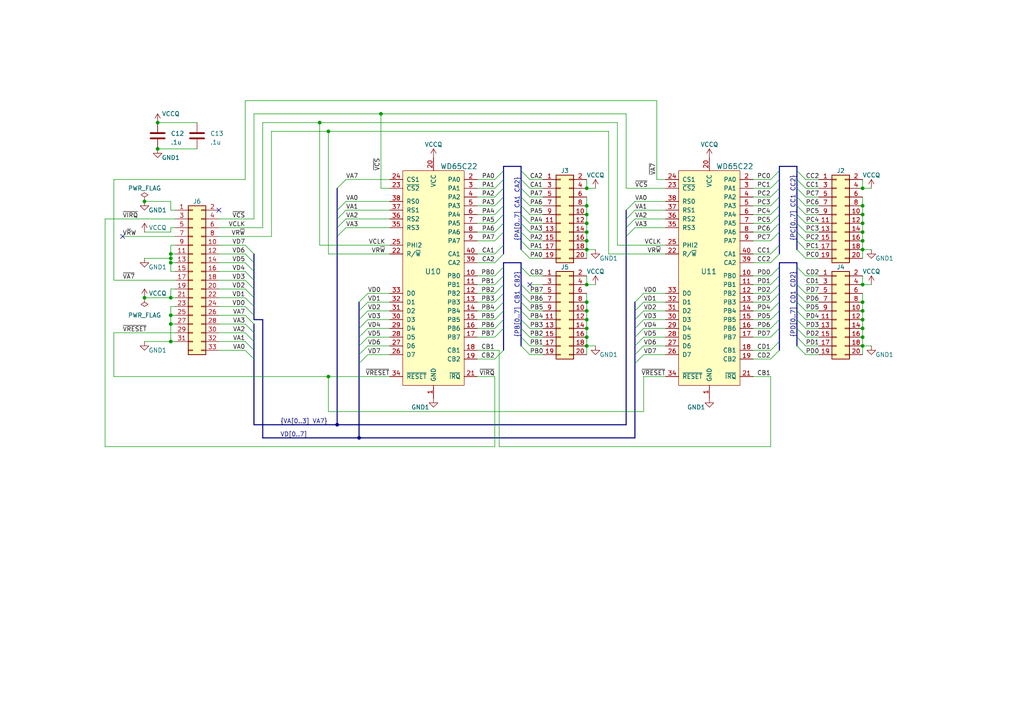
<source format=kicad_sch>
(kicad_sch (version 20230121) (generator eeschema)

  (uuid 054eaf68-f604-4229-901c-ad94776cff23)

  (paper "A4")

  (lib_symbols
    (symbol "Connector_Generic:Conn_02x10_Odd_Even" (pin_names (offset 1.016) hide) (in_bom yes) (on_board yes)
      (property "Reference" "J" (at 1.27 12.7 0)
        (effects (font (size 1.27 1.27)))
      )
      (property "Value" "Conn_02x10_Odd_Even" (at 1.27 -15.24 0)
        (effects (font (size 1.27 1.27)))
      )
      (property "Footprint" "" (at 0 0 0)
        (effects (font (size 1.27 1.27)) hide)
      )
      (property "Datasheet" "~" (at 0 0 0)
        (effects (font (size 1.27 1.27)) hide)
      )
      (property "ki_keywords" "connector" (at 0 0 0)
        (effects (font (size 1.27 1.27)) hide)
      )
      (property "ki_description" "Generic connector, double row, 02x10, odd/even pin numbering scheme (row 1 odd numbers, row 2 even numbers), script generated (kicad-library-utils/schlib/autogen/connector/)" (at 0 0 0)
        (effects (font (size 1.27 1.27)) hide)
      )
      (property "ki_fp_filters" "Connector*:*_2x??_*" (at 0 0 0)
        (effects (font (size 1.27 1.27)) hide)
      )
      (symbol "Conn_02x10_Odd_Even_1_1"
        (rectangle (start -1.27 -12.573) (end 0 -12.827)
          (stroke (width 0.1524) (type default))
          (fill (type none))
        )
        (rectangle (start -1.27 -10.033) (end 0 -10.287)
          (stroke (width 0.1524) (type default))
          (fill (type none))
        )
        (rectangle (start -1.27 -7.493) (end 0 -7.747)
          (stroke (width 0.1524) (type default))
          (fill (type none))
        )
        (rectangle (start -1.27 -4.953) (end 0 -5.207)
          (stroke (width 0.1524) (type default))
          (fill (type none))
        )
        (rectangle (start -1.27 -2.413) (end 0 -2.667)
          (stroke (width 0.1524) (type default))
          (fill (type none))
        )
        (rectangle (start -1.27 0.127) (end 0 -0.127)
          (stroke (width 0.1524) (type default))
          (fill (type none))
        )
        (rectangle (start -1.27 2.667) (end 0 2.413)
          (stroke (width 0.1524) (type default))
          (fill (type none))
        )
        (rectangle (start -1.27 5.207) (end 0 4.953)
          (stroke (width 0.1524) (type default))
          (fill (type none))
        )
        (rectangle (start -1.27 7.747) (end 0 7.493)
          (stroke (width 0.1524) (type default))
          (fill (type none))
        )
        (rectangle (start -1.27 10.287) (end 0 10.033)
          (stroke (width 0.1524) (type default))
          (fill (type none))
        )
        (rectangle (start -1.27 11.43) (end 3.81 -13.97)
          (stroke (width 0.254) (type default))
          (fill (type background))
        )
        (rectangle (start 3.81 -12.573) (end 2.54 -12.827)
          (stroke (width 0.1524) (type default))
          (fill (type none))
        )
        (rectangle (start 3.81 -10.033) (end 2.54 -10.287)
          (stroke (width 0.1524) (type default))
          (fill (type none))
        )
        (rectangle (start 3.81 -7.493) (end 2.54 -7.747)
          (stroke (width 0.1524) (type default))
          (fill (type none))
        )
        (rectangle (start 3.81 -4.953) (end 2.54 -5.207)
          (stroke (width 0.1524) (type default))
          (fill (type none))
        )
        (rectangle (start 3.81 -2.413) (end 2.54 -2.667)
          (stroke (width 0.1524) (type default))
          (fill (type none))
        )
        (rectangle (start 3.81 0.127) (end 2.54 -0.127)
          (stroke (width 0.1524) (type default))
          (fill (type none))
        )
        (rectangle (start 3.81 2.667) (end 2.54 2.413)
          (stroke (width 0.1524) (type default))
          (fill (type none))
        )
        (rectangle (start 3.81 5.207) (end 2.54 4.953)
          (stroke (width 0.1524) (type default))
          (fill (type none))
        )
        (rectangle (start 3.81 7.747) (end 2.54 7.493)
          (stroke (width 0.1524) (type default))
          (fill (type none))
        )
        (rectangle (start 3.81 10.287) (end 2.54 10.033)
          (stroke (width 0.1524) (type default))
          (fill (type none))
        )
        (pin passive line (at -5.08 10.16 0) (length 3.81)
          (name "Pin_1" (effects (font (size 1.27 1.27))))
          (number "1" (effects (font (size 1.27 1.27))))
        )
        (pin passive line (at 7.62 0 180) (length 3.81)
          (name "Pin_10" (effects (font (size 1.27 1.27))))
          (number "10" (effects (font (size 1.27 1.27))))
        )
        (pin passive line (at -5.08 -2.54 0) (length 3.81)
          (name "Pin_11" (effects (font (size 1.27 1.27))))
          (number "11" (effects (font (size 1.27 1.27))))
        )
        (pin passive line (at 7.62 -2.54 180) (length 3.81)
          (name "Pin_12" (effects (font (size 1.27 1.27))))
          (number "12" (effects (font (size 1.27 1.27))))
        )
        (pin passive line (at -5.08 -5.08 0) (length 3.81)
          (name "Pin_13" (effects (font (size 1.27 1.27))))
          (number "13" (effects (font (size 1.27 1.27))))
        )
        (pin passive line (at 7.62 -5.08 180) (length 3.81)
          (name "Pin_14" (effects (font (size 1.27 1.27))))
          (number "14" (effects (font (size 1.27 1.27))))
        )
        (pin passive line (at -5.08 -7.62 0) (length 3.81)
          (name "Pin_15" (effects (font (size 1.27 1.27))))
          (number "15" (effects (font (size 1.27 1.27))))
        )
        (pin passive line (at 7.62 -7.62 180) (length 3.81)
          (name "Pin_16" (effects (font (size 1.27 1.27))))
          (number "16" (effects (font (size 1.27 1.27))))
        )
        (pin passive line (at -5.08 -10.16 0) (length 3.81)
          (name "Pin_17" (effects (font (size 1.27 1.27))))
          (number "17" (effects (font (size 1.27 1.27))))
        )
        (pin passive line (at 7.62 -10.16 180) (length 3.81)
          (name "Pin_18" (effects (font (size 1.27 1.27))))
          (number "18" (effects (font (size 1.27 1.27))))
        )
        (pin passive line (at -5.08 -12.7 0) (length 3.81)
          (name "Pin_19" (effects (font (size 1.27 1.27))))
          (number "19" (effects (font (size 1.27 1.27))))
        )
        (pin passive line (at 7.62 10.16 180) (length 3.81)
          (name "Pin_2" (effects (font (size 1.27 1.27))))
          (number "2" (effects (font (size 1.27 1.27))))
        )
        (pin passive line (at 7.62 -12.7 180) (length 3.81)
          (name "Pin_20" (effects (font (size 1.27 1.27))))
          (number "20" (effects (font (size 1.27 1.27))))
        )
        (pin passive line (at -5.08 7.62 0) (length 3.81)
          (name "Pin_3" (effects (font (size 1.27 1.27))))
          (number "3" (effects (font (size 1.27 1.27))))
        )
        (pin passive line (at 7.62 7.62 180) (length 3.81)
          (name "Pin_4" (effects (font (size 1.27 1.27))))
          (number "4" (effects (font (size 1.27 1.27))))
        )
        (pin passive line (at -5.08 5.08 0) (length 3.81)
          (name "Pin_5" (effects (font (size 1.27 1.27))))
          (number "5" (effects (font (size 1.27 1.27))))
        )
        (pin passive line (at 7.62 5.08 180) (length 3.81)
          (name "Pin_6" (effects (font (size 1.27 1.27))))
          (number "6" (effects (font (size 1.27 1.27))))
        )
        (pin passive line (at -5.08 2.54 0) (length 3.81)
          (name "Pin_7" (effects (font (size 1.27 1.27))))
          (number "7" (effects (font (size 1.27 1.27))))
        )
        (pin passive line (at 7.62 2.54 180) (length 3.81)
          (name "Pin_8" (effects (font (size 1.27 1.27))))
          (number "8" (effects (font (size 1.27 1.27))))
        )
        (pin passive line (at -5.08 0 0) (length 3.81)
          (name "Pin_9" (effects (font (size 1.27 1.27))))
          (number "9" (effects (font (size 1.27 1.27))))
        )
      )
    )
    (symbol "Device:C" (pin_numbers hide) (pin_names (offset 0.254)) (in_bom yes) (on_board yes)
      (property "Reference" "C" (at 0.635 2.54 0)
        (effects (font (size 1.27 1.27)) (justify left))
      )
      (property "Value" "C" (at 0.635 -2.54 0)
        (effects (font (size 1.27 1.27)) (justify left))
      )
      (property "Footprint" "" (at 0.9652 -3.81 0)
        (effects (font (size 1.27 1.27)) hide)
      )
      (property "Datasheet" "~" (at 0 0 0)
        (effects (font (size 1.27 1.27)) hide)
      )
      (property "ki_keywords" "cap capacitor" (at 0 0 0)
        (effects (font (size 1.27 1.27)) hide)
      )
      (property "ki_description" "Unpolarized capacitor" (at 0 0 0)
        (effects (font (size 1.27 1.27)) hide)
      )
      (property "ki_fp_filters" "C_*" (at 0 0 0)
        (effects (font (size 1.27 1.27)) hide)
      )
      (symbol "C_0_1"
        (polyline
          (pts
            (xy -2.032 -0.762)
            (xy 2.032 -0.762)
          )
          (stroke (width 0.508) (type default))
          (fill (type none))
        )
        (polyline
          (pts
            (xy -2.032 0.762)
            (xy 2.032 0.762)
          )
          (stroke (width 0.508) (type default))
          (fill (type none))
        )
      )
      (symbol "C_1_1"
        (pin passive line (at 0 3.81 270) (length 2.794)
          (name "~" (effects (font (size 1.27 1.27))))
          (number "1" (effects (font (size 1.27 1.27))))
        )
        (pin passive line (at 0 -3.81 90) (length 2.794)
          (name "~" (effects (font (size 1.27 1.27))))
          (number "2" (effects (font (size 1.27 1.27))))
        )
      )
    )
    (symbol "pcb_edge_connectors:conn_pcb_edge_33pin_sense" (pin_names (offset 1.016) hide) (in_bom yes) (on_board yes)
      (property "Reference" "J6" (at 1.27 22.86 0)
        (effects (font (size 1.27 1.27)))
      )
      (property "Value" "conn_pcb_edge_33pin_sense" (at 1.27 22.86 0)
        (effects (font (size 1.27 1.27)) hide)
      )
      (property "Footprint" "6502fast2:6502fast2_IO_PCBEdge" (at 0 0 0)
        (effects (font (size 1.27 1.27)) hide)
      )
      (property "Datasheet" "~" (at 0 0 0)
        (effects (font (size 1.27 1.27)) hide)
      )
      (property "ki_keywords" "connector" (at 0 0 0)
        (effects (font (size 1.27 1.27)) hide)
      )
      (property "ki_description" "Connector symbol for 33-pin board edge connection with orientation sense pin" (at 0 0 0)
        (effects (font (size 1.27 1.27)) hide)
      )
      (property "ki_fp_filters" "Connector*:*_2x??_*" (at 0 0 0)
        (effects (font (size 1.27 1.27)) hide)
      )
      (symbol "conn_pcb_edge_33pin_sense_1_1"
        (rectangle (start -1.27 -20.193) (end 0 -20.447)
          (stroke (width 0.1524) (type default))
          (fill (type none))
        )
        (rectangle (start -1.27 -17.653) (end 0 -17.907)
          (stroke (width 0.1524) (type default))
          (fill (type none))
        )
        (rectangle (start -1.27 -15.113) (end 0 -15.367)
          (stroke (width 0.1524) (type default))
          (fill (type none))
        )
        (rectangle (start -1.27 -12.573) (end 0 -12.827)
          (stroke (width 0.1524) (type default))
          (fill (type none))
        )
        (rectangle (start -1.27 -10.033) (end 0 -10.287)
          (stroke (width 0.1524) (type default))
          (fill (type none))
        )
        (rectangle (start -1.27 -7.493) (end 0 -7.747)
          (stroke (width 0.1524) (type default))
          (fill (type none))
        )
        (rectangle (start -1.27 -4.953) (end 0 -5.207)
          (stroke (width 0.1524) (type default))
          (fill (type none))
        )
        (rectangle (start -1.27 -2.413) (end 0 -2.667)
          (stroke (width 0.1524) (type default))
          (fill (type none))
        )
        (rectangle (start -1.27 0.127) (end 0 -0.127)
          (stroke (width 0.1524) (type default))
          (fill (type none))
        )
        (rectangle (start -1.27 2.667) (end 0 2.413)
          (stroke (width 0.1524) (type default))
          (fill (type none))
        )
        (rectangle (start -1.27 5.207) (end 0 4.953)
          (stroke (width 0.1524) (type default))
          (fill (type none))
        )
        (rectangle (start -1.27 7.747) (end 0 7.493)
          (stroke (width 0.1524) (type default))
          (fill (type none))
        )
        (rectangle (start -1.27 10.287) (end 0 10.033)
          (stroke (width 0.1524) (type default))
          (fill (type none))
        )
        (rectangle (start -1.27 12.827) (end 0 12.573)
          (stroke (width 0.1524) (type default))
          (fill (type none))
        )
        (rectangle (start -1.27 15.367) (end 0 15.113)
          (stroke (width 0.1524) (type default))
          (fill (type none))
        )
        (rectangle (start -1.27 17.907) (end 0 17.653)
          (stroke (width 0.1524) (type default))
          (fill (type none))
        )
        (rectangle (start -1.27 20.447) (end 0 20.193)
          (stroke (width 0.1524) (type default))
          (fill (type none))
        )
        (rectangle (start -1.27 21.59) (end 3.81 -21.59)
          (stroke (width 0.254) (type default))
          (fill (type background))
        )
        (rectangle (start 3.81 -20.193) (end 2.54 -20.447)
          (stroke (width 0.1524) (type default))
          (fill (type none))
        )
        (rectangle (start 3.81 -17.653) (end 2.54 -17.907)
          (stroke (width 0.1524) (type default))
          (fill (type none))
        )
        (rectangle (start 3.81 -15.113) (end 2.54 -15.367)
          (stroke (width 0.1524) (type default))
          (fill (type none))
        )
        (rectangle (start 3.81 -12.573) (end 2.54 -12.827)
          (stroke (width 0.1524) (type default))
          (fill (type none))
        )
        (rectangle (start 3.81 -10.033) (end 2.54 -10.287)
          (stroke (width 0.1524) (type default))
          (fill (type none))
        )
        (rectangle (start 3.81 -7.493) (end 2.54 -7.747)
          (stroke (width 0.1524) (type default))
          (fill (type none))
        )
        (rectangle (start 3.81 -4.953) (end 2.54 -5.207)
          (stroke (width 0.1524) (type default))
          (fill (type none))
        )
        (rectangle (start 3.81 -2.413) (end 2.54 -2.667)
          (stroke (width 0.1524) (type default))
          (fill (type none))
        )
        (rectangle (start 3.81 0.127) (end 2.54 -0.127)
          (stroke (width 0.1524) (type default))
          (fill (type none))
        )
        (rectangle (start 3.81 2.667) (end 2.54 2.413)
          (stroke (width 0.1524) (type default))
          (fill (type none))
        )
        (rectangle (start 3.81 5.207) (end 2.54 4.953)
          (stroke (width 0.1524) (type default))
          (fill (type none))
        )
        (rectangle (start 3.81 7.747) (end 2.54 7.493)
          (stroke (width 0.1524) (type default))
          (fill (type none))
        )
        (rectangle (start 3.81 10.287) (end 2.54 10.033)
          (stroke (width 0.1524) (type default))
          (fill (type none))
        )
        (rectangle (start 3.81 12.827) (end 2.54 12.573)
          (stroke (width 0.1524) (type default))
          (fill (type none))
        )
        (rectangle (start 3.81 15.367) (end 2.54 15.113)
          (stroke (width 0.1524) (type default))
          (fill (type none))
        )
        (rectangle (start 3.81 17.907) (end 2.54 17.653)
          (stroke (width 0.1524) (type default))
          (fill (type none))
        )
        (rectangle (start 3.81 20.447) (end 2.54 20.193)
          (stroke (width 0.1524) (type default))
          (fill (type none))
        )
        (pin passive line (at -5.08 20.32 0) (length 3.81)
          (name "Pin_1" (effects (font (size 1.27 1.27))))
          (number "1" (effects (font (size 1.27 1.27))))
        )
        (pin passive line (at 7.62 10.16 180) (length 3.81)
          (name "Pin_10" (effects (font (size 1.27 1.27))))
          (number "10" (effects (font (size 1.27 1.27))))
        )
        (pin passive line (at -5.08 7.62 0) (length 3.81)
          (name "Pin_11" (effects (font (size 1.27 1.27))))
          (number "11" (effects (font (size 1.27 1.27))))
        )
        (pin passive line (at 7.62 7.62 180) (length 3.81)
          (name "Pin_12" (effects (font (size 1.27 1.27))))
          (number "12" (effects (font (size 1.27 1.27))))
        )
        (pin passive line (at -5.08 5.08 0) (length 3.81)
          (name "Pin_13" (effects (font (size 1.27 1.27))))
          (number "13" (effects (font (size 1.27 1.27))))
        )
        (pin passive line (at 7.62 5.08 180) (length 3.81)
          (name "Pin_14" (effects (font (size 1.27 1.27))))
          (number "14" (effects (font (size 1.27 1.27))))
        )
        (pin passive line (at -5.08 2.54 0) (length 3.81)
          (name "Pin_15" (effects (font (size 1.27 1.27))))
          (number "15" (effects (font (size 1.27 1.27))))
        )
        (pin passive line (at 7.62 2.54 180) (length 3.81)
          (name "Pin_16" (effects (font (size 1.27 1.27))))
          (number "16" (effects (font (size 1.27 1.27))))
        )
        (pin passive line (at -5.08 0 0) (length 3.81)
          (name "Pin_17" (effects (font (size 1.27 1.27))))
          (number "17" (effects (font (size 1.27 1.27))))
        )
        (pin passive line (at 7.62 0 180) (length 3.81)
          (name "Pin_18" (effects (font (size 1.27 1.27))))
          (number "18" (effects (font (size 1.27 1.27))))
        )
        (pin passive line (at -5.08 -2.54 0) (length 3.81)
          (name "Pin_19" (effects (font (size 1.27 1.27))))
          (number "19" (effects (font (size 1.27 1.27))))
        )
        (pin passive line (at 7.62 20.32 180) (length 3.81)
          (name "Pin_2" (effects (font (size 1.27 1.27))))
          (number "2" (effects (font (size 1.27 1.27))))
        )
        (pin passive line (at 7.62 -2.54 180) (length 3.81)
          (name "Pin_20" (effects (font (size 1.27 1.27))))
          (number "20" (effects (font (size 1.27 1.27))))
        )
        (pin passive line (at -5.08 -5.08 0) (length 3.81)
          (name "Pin_21" (effects (font (size 1.27 1.27))))
          (number "21" (effects (font (size 1.27 1.27))))
        )
        (pin passive line (at 7.62 -5.08 180) (length 3.81)
          (name "Pin_22" (effects (font (size 1.27 1.27))))
          (number "22" (effects (font (size 1.27 1.27))))
        )
        (pin passive line (at -5.08 -7.62 0) (length 3.81)
          (name "Pin_23" (effects (font (size 1.27 1.27))))
          (number "23" (effects (font (size 1.27 1.27))))
        )
        (pin passive line (at 7.62 -7.62 180) (length 3.81)
          (name "Pin_24" (effects (font (size 1.27 1.27))))
          (number "24" (effects (font (size 1.27 1.27))))
        )
        (pin passive line (at -5.08 -10.16 0) (length 3.81)
          (name "Pin_25" (effects (font (size 1.27 1.27))))
          (number "25" (effects (font (size 1.27 1.27))))
        )
        (pin passive line (at 7.62 -10.16 180) (length 3.81)
          (name "Pin_26" (effects (font (size 1.27 1.27))))
          (number "26" (effects (font (size 1.27 1.27))))
        )
        (pin passive line (at -5.08 -12.7 0) (length 3.81)
          (name "Pin_27" (effects (font (size 1.27 1.27))))
          (number "27" (effects (font (size 1.27 1.27))))
        )
        (pin passive line (at 7.62 -12.7 180) (length 3.81)
          (name "Pin_28" (effects (font (size 1.27 1.27))))
          (number "28" (effects (font (size 1.27 1.27))))
        )
        (pin passive line (at -5.08 -15.24 0) (length 3.81)
          (name "Pin_29" (effects (font (size 1.27 1.27))))
          (number "29" (effects (font (size 1.27 1.27))))
        )
        (pin passive line (at -5.08 17.78 0) (length 3.81)
          (name "Pin_3" (effects (font (size 1.27 1.27))))
          (number "3" (effects (font (size 1.27 1.27))))
        )
        (pin passive line (at 7.62 -15.24 180) (length 3.81)
          (name "Pin_30" (effects (font (size 1.27 1.27))))
          (number "30" (effects (font (size 1.27 1.27))))
        )
        (pin passive line (at -5.08 -17.78 0) (length 3.81)
          (name "Pin_31" (effects (font (size 1.27 1.27))))
          (number "31" (effects (font (size 1.27 1.27))))
        )
        (pin passive line (at 7.62 -17.78 180) (length 3.81)
          (name "Pin_32" (effects (font (size 1.27 1.27))))
          (number "32" (effects (font (size 1.27 1.27))))
        )
        (pin passive line (at 7.62 -20.32 180) (length 3.81)
          (name "Pin_33" (effects (font (size 1.27 1.27))))
          (number "33" (effects (font (size 1.27 1.27))))
        )
        (pin passive line (at 7.62 17.78 180) (length 3.81)
          (name "Pin_4" (effects (font (size 1.27 1.27))))
          (number "4" (effects (font (size 1.27 1.27))))
        )
        (pin passive line (at -5.08 15.24 0) (length 3.81)
          (name "Pin_5" (effects (font (size 1.27 1.27))))
          (number "5" (effects (font (size 1.27 1.27))))
        )
        (pin passive line (at 7.62 15.24 180) (length 3.81)
          (name "Pin_6" (effects (font (size 1.27 1.27))))
          (number "6" (effects (font (size 1.27 1.27))))
        )
        (pin passive line (at -5.08 12.7 0) (length 3.81)
          (name "Pin_7" (effects (font (size 1.27 1.27))))
          (number "7" (effects (font (size 1.27 1.27))))
        )
        (pin passive line (at 7.62 12.7 180) (length 3.81)
          (name "Pin_8" (effects (font (size 1.27 1.27))))
          (number "8" (effects (font (size 1.27 1.27))))
        )
        (pin passive line (at -5.08 10.16 0) (length 3.81)
          (name "Pin_9" (effects (font (size 1.27 1.27))))
          (number "9" (effects (font (size 1.27 1.27))))
        )
      )
    )
    (symbol "power:GND1" (power) (pin_names (offset 0)) (in_bom yes) (on_board yes)
      (property "Reference" "#PWR" (at 0 -6.35 0)
        (effects (font (size 1.27 1.27)) hide)
      )
      (property "Value" "GND1" (at 0 -3.81 0)
        (effects (font (size 1.27 1.27)))
      )
      (property "Footprint" "" (at 0 0 0)
        (effects (font (size 1.27 1.27)) hide)
      )
      (property "Datasheet" "" (at 0 0 0)
        (effects (font (size 1.27 1.27)) hide)
      )
      (property "ki_keywords" "global power" (at 0 0 0)
        (effects (font (size 1.27 1.27)) hide)
      )
      (property "ki_description" "Power symbol creates a global label with name \"GND1\" , ground" (at 0 0 0)
        (effects (font (size 1.27 1.27)) hide)
      )
      (symbol "GND1_0_1"
        (polyline
          (pts
            (xy 0 0)
            (xy 0 -1.27)
            (xy 1.27 -1.27)
            (xy 0 -2.54)
            (xy -1.27 -1.27)
            (xy 0 -1.27)
          )
          (stroke (width 0) (type default))
          (fill (type none))
        )
      )
      (symbol "GND1_1_1"
        (pin power_in line (at 0 0 270) (length 0) hide
          (name "GND1" (effects (font (size 1.27 1.27))))
          (number "1" (effects (font (size 1.27 1.27))))
        )
      )
    )
    (symbol "power:PWR_FLAG" (power) (pin_numbers hide) (pin_names (offset 0) hide) (in_bom yes) (on_board yes)
      (property "Reference" "#FLG" (at 0 1.905 0)
        (effects (font (size 1.27 1.27)) hide)
      )
      (property "Value" "PWR_FLAG" (at 0 3.81 0)
        (effects (font (size 1.27 1.27)))
      )
      (property "Footprint" "" (at 0 0 0)
        (effects (font (size 1.27 1.27)) hide)
      )
      (property "Datasheet" "~" (at 0 0 0)
        (effects (font (size 1.27 1.27)) hide)
      )
      (property "ki_keywords" "flag power" (at 0 0 0)
        (effects (font (size 1.27 1.27)) hide)
      )
      (property "ki_description" "Special symbol for telling ERC where power comes from" (at 0 0 0)
        (effects (font (size 1.27 1.27)) hide)
      )
      (symbol "PWR_FLAG_0_0"
        (pin power_out line (at 0 0 90) (length 0)
          (name "pwr" (effects (font (size 1.27 1.27))))
          (number "1" (effects (font (size 1.27 1.27))))
        )
      )
      (symbol "PWR_FLAG_0_1"
        (polyline
          (pts
            (xy 0 0)
            (xy 0 1.27)
            (xy -1.016 1.905)
            (xy 0 2.54)
            (xy 1.016 1.905)
            (xy 0 1.27)
          )
          (stroke (width 0) (type default))
          (fill (type none))
        )
      )
    )
    (symbol "power:VCCQ" (power) (pin_names (offset 0)) (in_bom yes) (on_board yes)
      (property "Reference" "#PWR" (at 0 -3.81 0)
        (effects (font (size 1.27 1.27)) hide)
      )
      (property "Value" "VCCQ" (at 0 3.81 0)
        (effects (font (size 1.27 1.27)))
      )
      (property "Footprint" "" (at 0 0 0)
        (effects (font (size 1.27 1.27)) hide)
      )
      (property "Datasheet" "" (at 0 0 0)
        (effects (font (size 1.27 1.27)) hide)
      )
      (property "ki_keywords" "global power" (at 0 0 0)
        (effects (font (size 1.27 1.27)) hide)
      )
      (property "ki_description" "Power symbol creates a global label with name \"VCCQ\"" (at 0 0 0)
        (effects (font (size 1.27 1.27)) hide)
      )
      (symbol "VCCQ_0_1"
        (polyline
          (pts
            (xy -0.762 1.27)
            (xy 0 2.54)
          )
          (stroke (width 0) (type default))
          (fill (type none))
        )
        (polyline
          (pts
            (xy 0 0)
            (xy 0 2.54)
          )
          (stroke (width 0) (type default))
          (fill (type none))
        )
        (polyline
          (pts
            (xy 0 2.54)
            (xy 0.762 1.27)
          )
          (stroke (width 0) (type default))
          (fill (type none))
        )
      )
      (symbol "VCCQ_1_1"
        (pin power_in line (at 0 0 90) (length 0) hide
          (name "VCCQ" (effects (font (size 1.27 1.27))))
          (number "1" (effects (font (size 1.27 1.27))))
        )
      )
    )
    (symbol "wd65c22-gf-65xx:WD65C22-gf-65xx" (pin_names (offset 1.016)) (in_bom yes) (on_board yes)
      (property "Reference" "U" (at 0 0 0)
        (effects (font (size 1.524 1.524)))
      )
      (property "Value" "WD65C22" (at 6.35 30.48 0)
        (effects (font (size 1.524 1.524)))
      )
      (property "Footprint" "" (at -12.7 -25.4 0)
        (effects (font (size 1.524 1.524)))
      )
      (property "Datasheet" "" (at -12.7 -25.4 0)
        (effects (font (size 1.524 1.524)))
      )
      (symbol "WD65C22-gf-65xx_0_1"
        (rectangle (start -8.89 29.21) (end 8.89 -33.02)
          (stroke (width 0) (type solid))
          (fill (type background))
        )
      )
      (symbol "WD65C22-gf-65xx_1_1"
        (pin power_in line (at 0 -36.83 90) (length 3.81)
          (name "GND" (effects (font (size 1.27 1.27))))
          (number "1" (effects (font (size 1.27 1.27))))
        )
        (pin bidirectional line (at 12.7 -1.27 180) (length 3.81)
          (name "PB0" (effects (font (size 1.27 1.27))))
          (number "10" (effects (font (size 1.27 1.27))))
        )
        (pin bidirectional line (at 12.7 -3.81 180) (length 3.81)
          (name "PB1" (effects (font (size 1.27 1.27))))
          (number "11" (effects (font (size 1.27 1.27))))
        )
        (pin bidirectional line (at 12.7 -6.35 180) (length 3.81)
          (name "PB2" (effects (font (size 1.27 1.27))))
          (number "12" (effects (font (size 1.27 1.27))))
        )
        (pin bidirectional line (at 12.7 -8.89 180) (length 3.81)
          (name "PB3" (effects (font (size 1.27 1.27))))
          (number "13" (effects (font (size 1.27 1.27))))
        )
        (pin bidirectional line (at 12.7 -11.43 180) (length 3.81)
          (name "PB4" (effects (font (size 1.27 1.27))))
          (number "14" (effects (font (size 1.27 1.27))))
        )
        (pin bidirectional line (at 12.7 -13.97 180) (length 3.81)
          (name "PB5" (effects (font (size 1.27 1.27))))
          (number "15" (effects (font (size 1.27 1.27))))
        )
        (pin bidirectional line (at 12.7 -16.51 180) (length 3.81)
          (name "PB6" (effects (font (size 1.27 1.27))))
          (number "16" (effects (font (size 1.27 1.27))))
        )
        (pin bidirectional line (at 12.7 -19.05 180) (length 3.81)
          (name "PB7" (effects (font (size 1.27 1.27))))
          (number "17" (effects (font (size 1.27 1.27))))
        )
        (pin bidirectional line (at 12.7 -22.86 180) (length 3.81)
          (name "CB1" (effects (font (size 1.27 1.27))))
          (number "18" (effects (font (size 1.27 1.27))))
        )
        (pin output line (at 12.7 -25.4 180) (length 3.81)
          (name "CB2" (effects (font (size 1.27 1.27))))
          (number "19" (effects (font (size 1.27 1.27))))
        )
        (pin bidirectional line (at 12.7 26.67 180) (length 3.81)
          (name "PA0" (effects (font (size 1.27 1.27))))
          (number "2" (effects (font (size 1.27 1.27))))
        )
        (pin power_in line (at 0 33.02 270) (length 3.81)
          (name "VCC" (effects (font (size 1.27 1.27))))
          (number "20" (effects (font (size 1.27 1.27))))
        )
        (pin output line (at 12.7 -30.48 180) (length 3.81)
          (name "~{IRQ}" (effects (font (size 1.27 1.27))))
          (number "21" (effects (font (size 1.27 1.27))))
        )
        (pin input line (at -12.7 5.08 0) (length 3.81)
          (name "R/~{W}" (effects (font (size 1.27 1.27))))
          (number "22" (effects (font (size 1.27 1.27))))
        )
        (pin input line (at -12.7 24.13 0) (length 3.81)
          (name "~{CS2}" (effects (font (size 1.27 1.27))))
          (number "23" (effects (font (size 1.27 1.27))))
        )
        (pin input line (at -12.7 26.67 0) (length 3.81)
          (name "CS1" (effects (font (size 1.27 1.27))))
          (number "24" (effects (font (size 1.27 1.27))))
        )
        (pin input line (at -12.7 7.62 0) (length 3.81)
          (name "PHI2" (effects (font (size 1.27 1.27))))
          (number "25" (effects (font (size 1.27 1.27))))
        )
        (pin input line (at -12.7 -24.13 0) (length 3.81)
          (name "D7" (effects (font (size 1.27 1.27))))
          (number "26" (effects (font (size 1.27 1.27))))
        )
        (pin input line (at -12.7 -21.59 0) (length 3.81)
          (name "D6" (effects (font (size 1.27 1.27))))
          (number "27" (effects (font (size 1.27 1.27))))
        )
        (pin input line (at -12.7 -19.05 0) (length 3.81)
          (name "D5" (effects (font (size 1.27 1.27))))
          (number "28" (effects (font (size 1.27 1.27))))
        )
        (pin input line (at -12.7 -16.51 0) (length 3.81)
          (name "D4" (effects (font (size 1.27 1.27))))
          (number "29" (effects (font (size 1.27 1.27))))
        )
        (pin bidirectional line (at 12.7 24.13 180) (length 3.81)
          (name "PA1" (effects (font (size 1.27 1.27))))
          (number "3" (effects (font (size 1.27 1.27))))
        )
        (pin input line (at -12.7 -13.97 0) (length 3.81)
          (name "D3" (effects (font (size 1.27 1.27))))
          (number "30" (effects (font (size 1.27 1.27))))
        )
        (pin input line (at -12.7 -11.43 0) (length 3.81)
          (name "D2" (effects (font (size 1.27 1.27))))
          (number "31" (effects (font (size 1.27 1.27))))
        )
        (pin input line (at -12.7 -8.89 0) (length 3.81)
          (name "D1" (effects (font (size 1.27 1.27))))
          (number "32" (effects (font (size 1.27 1.27))))
        )
        (pin input line (at -12.7 -6.35 0) (length 3.81)
          (name "D0" (effects (font (size 1.27 1.27))))
          (number "33" (effects (font (size 1.27 1.27))))
        )
        (pin input line (at -12.7 -30.48 0) (length 3.81)
          (name "~{RESET}" (effects (font (size 1.27 1.27))))
          (number "34" (effects (font (size 1.27 1.27))))
        )
        (pin input line (at -12.7 12.7 0) (length 3.81)
          (name "RS3" (effects (font (size 1.27 1.27))))
          (number "35" (effects (font (size 1.27 1.27))))
        )
        (pin input line (at -12.7 15.24 0) (length 3.81)
          (name "RS2" (effects (font (size 1.27 1.27))))
          (number "36" (effects (font (size 1.27 1.27))))
        )
        (pin input line (at -12.7 17.78 0) (length 3.81)
          (name "RS1" (effects (font (size 1.27 1.27))))
          (number "37" (effects (font (size 1.27 1.27))))
        )
        (pin input line (at -12.7 20.32 0) (length 3.81)
          (name "RS0" (effects (font (size 1.27 1.27))))
          (number "38" (effects (font (size 1.27 1.27))))
        )
        (pin bidirectional line (at 12.7 2.54 180) (length 3.81)
          (name "CA2" (effects (font (size 1.27 1.27))))
          (number "39" (effects (font (size 1.27 1.27))))
        )
        (pin bidirectional line (at 12.7 21.59 180) (length 3.81)
          (name "PA2" (effects (font (size 1.27 1.27))))
          (number "4" (effects (font (size 1.27 1.27))))
        )
        (pin bidirectional line (at 12.7 5.08 180) (length 3.81)
          (name "CA1" (effects (font (size 1.27 1.27))))
          (number "40" (effects (font (size 1.27 1.27))))
        )
        (pin bidirectional line (at 12.7 19.05 180) (length 3.81)
          (name "PA3" (effects (font (size 1.27 1.27))))
          (number "5" (effects (font (size 1.27 1.27))))
        )
        (pin bidirectional line (at 12.7 16.51 180) (length 3.81)
          (name "PA4" (effects (font (size 1.27 1.27))))
          (number "6" (effects (font (size 1.27 1.27))))
        )
        (pin bidirectional line (at 12.7 13.97 180) (length 3.81)
          (name "PA5" (effects (font (size 1.27 1.27))))
          (number "7" (effects (font (size 1.27 1.27))))
        )
        (pin bidirectional line (at 12.7 11.43 180) (length 3.81)
          (name "PA6" (effects (font (size 1.27 1.27))))
          (number "8" (effects (font (size 1.27 1.27))))
        )
        (pin bidirectional line (at 12.7 8.89 180) (length 3.81)
          (name "PA7" (effects (font (size 1.27 1.27))))
          (number "9" (effects (font (size 1.27 1.27))))
        )
      )
    )
  )

  (junction (at 41.91 58.42) (diameter 0) (color 0 0 0 0)
    (uuid 038012a3-e163-4559-be2e-d1a828daa846)
  )
  (junction (at 250.19 95.25) (diameter 0) (color 0 0 0 0)
    (uuid 04e6569b-17cc-4fa5-a7cb-3d09354696e5)
  )
  (junction (at 92.71 35.56) (diameter 0) (color 0 0 0 0)
    (uuid 053f6f29-a815-4136-ae08-3c1604d9caad)
  )
  (junction (at 49.53 86.36) (diameter 0) (color 0 0 0 0)
    (uuid 0dad1e7c-d2da-4713-aec1-5afa1262367b)
  )
  (junction (at 49.53 74.93) (diameter 0) (color 0 0 0 0)
    (uuid 10464ae0-594b-44d8-b84b-b32a0647d5e0)
  )
  (junction (at 170.18 64.77) (diameter 0) (color 0 0 0 0)
    (uuid 1139413a-7383-416f-8fc4-4109d386a75d)
  )
  (junction (at 170.18 100.33) (diameter 0) (color 0 0 0 0)
    (uuid 11ee9ab1-892c-4142-a9fc-48931825253b)
  )
  (junction (at 170.18 95.25) (diameter 0) (color 0 0 0 0)
    (uuid 15110f89-754a-4976-b396-dae58f50cb7a)
  )
  (junction (at 49.53 73.66) (diameter 0) (color 0 0 0 0)
    (uuid 1c6f920e-d9e0-41b6-b1c4-5e279ef9247b)
  )
  (junction (at 170.18 87.63) (diameter 0) (color 0 0 0 0)
    (uuid 275c4fe7-2ff6-4249-8d1d-53227dfa62ae)
  )
  (junction (at 49.53 76.2) (diameter 0) (color 0 0 0 0)
    (uuid 3b954200-5a07-45d3-be66-3f29bb51eaba)
  )
  (junction (at 170.18 62.23) (diameter 0) (color 0 0 0 0)
    (uuid 44a2523a-5c99-4c32-bb73-ba39cc0ef547)
  )
  (junction (at 250.19 59.69) (diameter 0) (color 0 0 0 0)
    (uuid 44b51271-e8cd-4b2e-be3d-d2bfd1689349)
  )
  (junction (at 250.19 100.33) (diameter 0) (color 0 0 0 0)
    (uuid 5187ef6b-d0bf-4199-a41b-bfef095fb363)
  )
  (junction (at 250.19 92.71) (diameter 0) (color 0 0 0 0)
    (uuid 51dfe107-0c8c-4d10-8eba-7de596981608)
  )
  (junction (at 45.72 35.56) (diameter 0) (color 0 0 0 0)
    (uuid 5370cf84-0c07-4428-9eb2-f551c0a6b2bd)
  )
  (junction (at 250.19 82.55) (diameter 0) (color 0 0 0 0)
    (uuid 59b44578-73f2-42ce-8b3a-426824a47fe4)
  )
  (junction (at 170.18 90.17) (diameter 0) (color 0 0 0 0)
    (uuid 5a099878-3a48-46de-a251-b5406a61709e)
  )
  (junction (at 250.19 67.31) (diameter 0) (color 0 0 0 0)
    (uuid 5ab8dfde-50b6-400b-ab03-bff86b206b50)
  )
  (junction (at 250.19 97.79) (diameter 0) (color 0 0 0 0)
    (uuid 5b0f5621-ce39-46e0-9faf-06d459c83ed7)
  )
  (junction (at 170.18 54.61) (diameter 0) (color 0 0 0 0)
    (uuid 62ca5772-21e9-4dfe-bc1a-6b8891719e58)
  )
  (junction (at 250.19 64.77) (diameter 0) (color 0 0 0 0)
    (uuid 6576700d-d3c9-4510-a94b-1c6bdb6b8fda)
  )
  (junction (at 250.19 62.23) (diameter 0) (color 0 0 0 0)
    (uuid 6ae22094-ee77-4802-8a96-e1a0ef3db369)
  )
  (junction (at 170.18 72.39) (diameter 0) (color 0 0 0 0)
    (uuid 6d056183-d8af-4093-858b-05393fa534de)
  )
  (junction (at 104.14 127) (diameter 0) (color 0 0 0 0)
    (uuid 75210c6c-be2e-4918-a366-a956f3978fb8)
  )
  (junction (at 45.72 43.18) (diameter 0) (color 0 0 0 0)
    (uuid 7758f177-5f3d-4eff-8825-a2b0cceb201f)
  )
  (junction (at 170.18 69.85) (diameter 0) (color 0 0 0 0)
    (uuid 8107cd03-ffd0-457e-a593-a29f9f065eb7)
  )
  (junction (at 170.18 92.71) (diameter 0) (color 0 0 0 0)
    (uuid 8d39b264-8d8d-4de0-9a2f-f295d6416514)
  )
  (junction (at 250.19 69.85) (diameter 0) (color 0 0 0 0)
    (uuid 96394106-82e2-4ba2-8ae1-e0ffa0d5e148)
  )
  (junction (at 250.19 87.63) (diameter 0) (color 0 0 0 0)
    (uuid 9a98b07f-a845-42a5-ba8e-b0a2de48e794)
  )
  (junction (at 250.19 90.17) (diameter 0) (color 0 0 0 0)
    (uuid 9b076c3e-f210-445c-96cd-c904c2eaa90f)
  )
  (junction (at 49.53 91.44) (diameter 0) (color 0 0 0 0)
    (uuid 9f70a89e-689a-42f3-8c5a-5cb7f24dc3bd)
  )
  (junction (at 110.49 33.02) (diameter 0) (color 0 0 0 0)
    (uuid a55fa700-8699-44c5-8e2d-c42d54709756)
  )
  (junction (at 170.18 67.31) (diameter 0) (color 0 0 0 0)
    (uuid a638f5ef-56ac-4b86-84cd-a2046c4f6bc8)
  )
  (junction (at 41.91 86.36) (diameter 0) (color 0 0 0 0)
    (uuid b79135a2-5ee6-43c7-9ddf-01e0b0fad3c3)
  )
  (junction (at 170.18 59.69) (diameter 0) (color 0 0 0 0)
    (uuid bc95d72b-1548-4817-915c-8d051f4e37ca)
  )
  (junction (at 250.19 54.61) (diameter 0) (color 0 0 0 0)
    (uuid c11fde60-1242-4dd9-8093-9046502bed2c)
  )
  (junction (at 95.25 38.1) (diameter 0) (color 0 0 0 0)
    (uuid c1aa234e-352e-47e9-8c10-67752e10ab3e)
  )
  (junction (at 250.19 72.39) (diameter 0) (color 0 0 0 0)
    (uuid c8c0f9fd-6306-465c-92b7-d66cbf033d0c)
  )
  (junction (at 170.18 82.55) (diameter 0) (color 0 0 0 0)
    (uuid dc740bd5-d455-428e-ac5d-e12acea678e5)
  )
  (junction (at 95.25 109.22) (diameter 0) (color 0 0 0 0)
    (uuid dd41bc91-69bb-4953-a272-dcd7cba46342)
  )
  (junction (at 97.79 123.19) (diameter 0) (color 0 0 0 0)
    (uuid e6223def-c34f-4702-972d-4a1305d1c1af)
  )
  (junction (at 49.53 99.06) (diameter 0) (color 0 0 0 0)
    (uuid f4b519e7-1013-4f7b-b604-f72f6c0da37d)
  )
  (junction (at 49.53 93.98) (diameter 0) (color 0 0 0 0)
    (uuid fee7f649-7265-4e02-97ed-d65681fd1edd)
  )
  (junction (at 170.18 97.79) (diameter 0) (color 0 0 0 0)
    (uuid ffab9ef2-54bf-47d2-af32-faff3ec1ff57)
  )

  (no_connect (at 153.67 82.55) (uuid 0ab871c2-da5d-4138-bebd-0a88b80c97c7))
  (no_connect (at 35.56 68.58) (uuid be978127-98de-4e68-896c-70cd15cb8994))
  (no_connect (at 63.5 60.96) (uuid cc11c14d-1977-4ed5-9495-c74ae3402a7c))

  (bus_entry (at 143.51 57.15) (size 2.54 -2.54)
    (stroke (width 0) (type default))
    (uuid 01db9d88-7e10-4061-8efc-f0aecf3b8aa2)
  )
  (bus_entry (at 143.51 69.85) (size 2.54 -2.54)
    (stroke (width 0) (type default))
    (uuid 03748d7f-9790-4261-9738-f336f48b8592)
  )
  (bus_entry (at 153.67 52.07) (size -2.54 -2.54)
    (stroke (width 0) (type default))
    (uuid 05ac2520-da76-4d63-81a7-a9d4e0866a35)
  )
  (bus_entry (at 226.06 73.66) (size -2.54 2.54)
    (stroke (width 0) (type default))
    (uuid 071d7a67-ba60-447d-9bbf-285bcd22420a)
  )
  (bus_entry (at 153.67 90.17) (size -2.54 -2.54)
    (stroke (width 0) (type default))
    (uuid 09e74525-c442-4539-a9ed-ed9363262812)
  )
  (bus_entry (at 143.51 62.23) (size 2.54 -2.54)
    (stroke (width 0) (type default))
    (uuid 0bb7afe1-43ed-495b-b789-7118d3418634)
  )
  (bus_entry (at 233.68 72.39) (size -2.54 -2.54)
    (stroke (width 0) (type default))
    (uuid 0e052559-b044-4f79-bf64-5a963342519d)
  )
  (bus_entry (at 143.51 85.09) (size 2.54 -2.54)
    (stroke (width 0) (type default))
    (uuid 11d698a7-209f-42c6-899c-e2c883cd8608)
  )
  (bus_entry (at 71.12 81.28) (size 2.54 2.54)
    (stroke (width 0) (type default))
    (uuid 12ccf51b-67cb-41e0-a29f-91381a7a68b4)
  )
  (bus_entry (at 233.68 87.63) (size -2.54 -2.54)
    (stroke (width 0) (type default))
    (uuid 13037c42-2a4b-4ea0-bf55-023bc90d1ed9)
  )
  (bus_entry (at 233.68 54.61) (size -2.54 -2.54)
    (stroke (width 0) (type default))
    (uuid 147b9636-eecf-4eb0-b8ec-16db6587872f)
  )
  (bus_entry (at 184.15 100.33) (size 2.54 -2.54)
    (stroke (width 0) (type default))
    (uuid 158657fe-5db2-4f19-8908-3fc193ca2887)
  )
  (bus_entry (at 226.06 62.23) (size -2.54 2.54)
    (stroke (width 0) (type default))
    (uuid 163180e3-6cc1-434b-85ac-08e6eadad997)
  )
  (bus_entry (at 143.51 87.63) (size 2.54 -2.54)
    (stroke (width 0) (type default))
    (uuid 16557eb0-30a5-4119-9468-e173434780b4)
  )
  (bus_entry (at 233.68 97.79) (size -2.54 -2.54)
    (stroke (width 0) (type default))
    (uuid 1810ed45-ebe8-44d0-8540-8ec5e584e164)
  )
  (bus_entry (at 233.68 95.25) (size -2.54 -2.54)
    (stroke (width 0) (type default))
    (uuid 1d386701-db15-430a-af6c-24b27b6606aa)
  )
  (bus_entry (at 153.67 85.09) (size -2.54 -2.54)
    (stroke (width 0) (type default))
    (uuid 1e6a5fe9-131e-421b-b330-7fe2fe31b92e)
  )
  (bus_entry (at 153.67 59.69) (size -2.54 -2.54)
    (stroke (width 0) (type default))
    (uuid 223b0441-4931-4857-b304-14bbdabe673b)
  )
  (bus_entry (at 104.14 105.41) (size 2.54 -2.54)
    (stroke (width 0) (type default))
    (uuid 240c8d8b-a262-417e-83b1-c2b14b6e586c)
  )
  (bus_entry (at 71.12 83.82) (size 2.54 2.54)
    (stroke (width 0) (type default))
    (uuid 2bbbc8f5-af13-4474-af0a-8eaed12017d4)
  )
  (bus_entry (at 226.06 67.31) (size -2.54 2.54)
    (stroke (width 0) (type default))
    (uuid 323932bf-8cbb-41a3-bf7a-2717f70548d9)
  )
  (bus_entry (at 97.79 63.5) (size 2.54 -2.54)
    (stroke (width 0) (type default))
    (uuid 32f73c4f-2fd3-43e7-802a-4867c4189ea9)
  )
  (bus_entry (at 104.14 90.17) (size 2.54 -2.54)
    (stroke (width 0) (type default))
    (uuid 33a5102a-6d9b-4115-89db-7ec0064f4bc2)
  )
  (bus_entry (at 71.12 101.6) (size 2.54 2.54)
    (stroke (width 0) (type default))
    (uuid 342d1eb3-4250-4156-83ed-c7ab448e93b0)
  )
  (bus_entry (at 153.67 54.61) (size -2.54 -2.54)
    (stroke (width 0) (type default))
    (uuid 36e60462-e362-483d-adaa-18c9cb9b772d)
  )
  (bus_entry (at 143.51 97.79) (size 2.54 -2.54)
    (stroke (width 0) (type default))
    (uuid 370de7ec-49ed-4949-b2d7-19e74376b554)
  )
  (bus_entry (at 181.61 60.96) (size 2.54 -2.54)
    (stroke (width 0) (type default))
    (uuid 3d21047f-109f-49bd-a8c2-51791f7dc0c5)
  )
  (bus_entry (at 233.68 62.23) (size -2.54 -2.54)
    (stroke (width 0) (type default))
    (uuid 3de74248-0ee7-4dfa-9f1d-201a93e8d787)
  )
  (bus_entry (at 181.61 63.5) (size 2.54 -2.54)
    (stroke (width 0) (type default))
    (uuid 3e473390-0540-412e-866b-f35fd9f8d34a)
  )
  (bus_entry (at 226.06 82.55) (size -2.54 2.54)
    (stroke (width 0) (type default))
    (uuid 3edfa345-ce59-4d1d-9951-a1510827364d)
  )
  (bus_entry (at 184.15 97.79) (size 2.54 -2.54)
    (stroke (width 0) (type default))
    (uuid 4497830c-d50d-45e8-816a-0a209debe1df)
  )
  (bus_entry (at 226.06 101.6) (size -2.54 2.54)
    (stroke (width 0) (type default))
    (uuid 461cd5f5-7978-41ad-8288-505426c90e6f)
  )
  (bus_entry (at 97.79 54.61) (size 2.54 -2.54)
    (stroke (width 0) (type default))
    (uuid 480ea04c-843e-46d4-b2f6-70b2645ed048)
  )
  (bus_entry (at 71.12 71.12) (size 2.54 2.54)
    (stroke (width 0) (type default))
    (uuid 4878f2bf-3fd1-48b9-9b00-b29ab66f7b24)
  )
  (bus_entry (at 226.06 54.61) (size -2.54 2.54)
    (stroke (width 0) (type default))
    (uuid 4b12d07b-b193-4573-9184-e75c8fa11101)
  )
  (bus_entry (at 71.12 76.2) (size 2.54 2.54)
    (stroke (width 0) (type default))
    (uuid 4dbd4eed-5b28-4644-b7fe-332caf375257)
  )
  (bus_entry (at 226.06 52.07) (size -2.54 2.54)
    (stroke (width 0) (type default))
    (uuid 52e54f19-eed6-4a6e-b456-9cc82fe382b4)
  )
  (bus_entry (at 226.06 59.69) (size -2.54 2.54)
    (stroke (width 0) (type default))
    (uuid 5395e2ac-bb30-40e5-b610-e47dfce76bc0)
  )
  (bus_entry (at 71.12 99.06) (size 2.54 2.54)
    (stroke (width 0) (type default))
    (uuid 57c995bc-eb86-404d-9417-61c3b19149ce)
  )
  (bus_entry (at 143.51 95.25) (size 2.54 -2.54)
    (stroke (width 0) (type default))
    (uuid 58e5eaa7-002a-4602-a559-b381151e891b)
  )
  (bus_entry (at 233.68 59.69) (size -2.54 -2.54)
    (stroke (width 0) (type default))
    (uuid 59f2c99c-e3ce-4dec-afd8-f18a0c890c25)
  )
  (bus_entry (at 153.67 67.31) (size -2.54 -2.54)
    (stroke (width 0) (type default))
    (uuid 5aab9cd6-6c48-4ae7-834f-5c84ebac6894)
  )
  (bus_entry (at 143.51 90.17) (size 2.54 -2.54)
    (stroke (width 0) (type default))
    (uuid 5bb38e4d-ed2c-4a4e-9c2c-abd58cd51768)
  )
  (bus_entry (at 153.67 102.87) (size -2.54 -2.54)
    (stroke (width 0) (type default))
    (uuid 5e224e9f-755f-4cd9-8570-c7dd8bd3aa37)
  )
  (bus_entry (at 223.52 101.6) (size 2.54 -2.54)
    (stroke (width 0) (type default))
    (uuid 6194e773-d5b8-4685-97fd-690ccd25af4e)
  )
  (bus_entry (at 153.67 97.79) (size -2.54 -2.54)
    (stroke (width 0) (type default))
    (uuid 63c1ce1a-dd4b-4c34-9f66-fa226295ec69)
  )
  (bus_entry (at 184.15 90.17) (size 2.54 -2.54)
    (stroke (width 0) (type default))
    (uuid 674e614f-f677-4ab9-84b3-208fa91e1cdb)
  )
  (bus_entry (at 233.68 69.85) (size -2.54 -2.54)
    (stroke (width 0) (type default))
    (uuid 67af3474-b1d1-4462-a618-1343164e6236)
  )
  (bus_entry (at 226.06 85.09) (size -2.54 2.54)
    (stroke (width 0) (type default))
    (uuid 67f3dc74-7f2a-4f68-90d2-ac98dab712d7)
  )
  (bus_entry (at 143.51 54.61) (size 2.54 -2.54)
    (stroke (width 0) (type default))
    (uuid 68d30eac-41aa-475e-a179-103ea3cbf35c)
  )
  (bus_entry (at 97.79 68.58) (size 2.54 -2.54)
    (stroke (width 0) (type default))
    (uuid 6bf1ecaa-5dc5-4954-a4a5-e708912cb309)
  )
  (bus_entry (at 153.67 100.33) (size -2.54 -2.54)
    (stroke (width 0) (type default))
    (uuid 6e49d0fd-f411-44a1-8c84-4a64093ef666)
  )
  (bus_entry (at 226.06 90.17) (size -2.54 2.54)
    (stroke (width 0) (type default))
    (uuid 6f2cfe15-4cc5-4897-8faf-1976824c73e5)
  )
  (bus_entry (at 143.51 80.01) (size 2.54 -2.54)
    (stroke (width 0) (type default))
    (uuid 6f5cf772-ea2d-4fc4-96c9-6fe41e5a030f)
  )
  (bus_entry (at 184.15 92.71) (size 2.54 -2.54)
    (stroke (width 0) (type default))
    (uuid 70334a64-de0c-442f-8645-ed9f2cefc47a)
  )
  (bus_entry (at 71.12 78.74) (size 2.54 2.54)
    (stroke (width 0) (type default))
    (uuid 7454634b-19f9-4c54-bf0a-b0af926d9058)
  )
  (bus_entry (at 226.06 57.15) (size -2.54 2.54)
    (stroke (width 0) (type default))
    (uuid 7746173c-4a19-4819-9ecd-e27782640c31)
  )
  (bus_entry (at 104.14 87.63) (size 2.54 -2.54)
    (stroke (width 0) (type default))
    (uuid 78b8531e-c5ef-4b64-bf8e-a582819000c7)
  )
  (bus_entry (at 226.06 92.71) (size -2.54 2.54)
    (stroke (width 0) (type default))
    (uuid 7b91c31e-d594-47cb-a273-108bd5e56d98)
  )
  (bus_entry (at 233.68 64.77) (size -2.54 -2.54)
    (stroke (width 0) (type default))
    (uuid 81cbb3fd-3f37-4b80-b47b-d182416d60f7)
  )
  (bus_entry (at 71.12 73.66) (size 2.54 2.54)
    (stroke (width 0) (type default))
    (uuid 872396e9-941d-4096-b2f4-754898f18ec3)
  )
  (bus_entry (at 71.12 86.36) (size 2.54 2.54)
    (stroke (width 0) (type default))
    (uuid 873185d0-8f71-43b4-b573-bf92f8977fe9)
  )
  (bus_entry (at 226.06 95.25) (size -2.54 2.54)
    (stroke (width 0) (type default))
    (uuid 886f38f2-78d7-4256-85b0-ab1e01a0c813)
  )
  (bus_entry (at 71.12 91.44) (size 2.54 2.54)
    (stroke (width 0) (type default))
    (uuid 89c11a04-5860-4d9a-a2e3-4c6ac3891c9e)
  )
  (bus_entry (at 233.68 90.17) (size -2.54 -2.54)
    (stroke (width 0) (type default))
    (uuid 8e92a797-492b-4a93-864e-baa5514498fa)
  )
  (bus_entry (at 143.51 52.07) (size 2.54 -2.54)
    (stroke (width 0) (type default))
    (uuid 96cb3116-980a-483f-bf62-209c9e48621f)
  )
  (bus_entry (at 104.14 102.87) (size 2.54 -2.54)
    (stroke (width 0) (type default))
    (uuid 982cc82d-2338-45c0-807d-169186366db1)
  )
  (bus_entry (at 153.67 64.77) (size -2.54 -2.54)
    (stroke (width 0) (type default))
    (uuid 9a220cb4-4059-4237-8967-2c20db92e012)
  )
  (bus_entry (at 143.51 104.14) (size 2.54 -2.54)
    (stroke (width 0) (type default))
    (uuid 9a7b6e4c-8b54-47a6-abbb-ea8b9fd84e7c)
  )
  (bus_entry (at 181.61 68.58) (size 2.54 -2.54)
    (stroke (width 0) (type default))
    (uuid 9bd0057f-d3a9-4481-8fed-b91795c90455)
  )
  (bus_entry (at 233.68 80.01) (size -2.54 -2.54)
    (stroke (width 0) (type default))
    (uuid 9c590d16-1506-4623-a13c-3341e37c5a9f)
  )
  (bus_entry (at 71.12 93.98) (size 2.54 2.54)
    (stroke (width 0) (type default))
    (uuid 9e19ee36-742e-4345-a31b-c170f65f1302)
  )
  (bus_entry (at 143.51 82.55) (size 2.54 -2.54)
    (stroke (width 0) (type default))
    (uuid a781bc2c-1c09-4a3f-a7b3-94bea8b14acf)
  )
  (bus_entry (at 153.67 74.93) (size -2.54 -2.54)
    (stroke (width 0) (type default))
    (uuid a8c9eae8-aec3-4866-aa64-dac5f9e5db5d)
  )
  (bus_entry (at 233.68 52.07) (size -2.54 -2.54)
    (stroke (width 0) (type default))
    (uuid a8f2e964-0320-4763-9e62-bee7c012259c)
  )
  (bus_entry (at 226.06 80.01) (size -2.54 2.54)
    (stroke (width 0) (type default))
    (uuid a965e1c3-ff47-42bf-afa4-338a83f66428)
  )
  (bus_entry (at 71.12 88.9) (size 2.54 2.54)
    (stroke (width 0) (type default))
    (uuid aab73c54-9304-4786-ad31-e95adf203f19)
  )
  (bus_entry (at 226.06 64.77) (size -2.54 2.54)
    (stroke (width 0) (type default))
    (uuid ab23f529-ac6b-4743-ac1a-9ce51328aa85)
  )
  (bus_entry (at 184.15 87.63) (size 2.54 -2.54)
    (stroke (width 0) (type default))
    (uuid af2abe09-275f-4ee8-befc-b2dd20b84b14)
  )
  (bus_entry (at 104.14 95.25) (size 2.54 -2.54)
    (stroke (width 0) (type default))
    (uuid b309e48d-7a73-4b08-9df3-00db08bc7c57)
  )
  (bus_entry (at 233.68 100.33) (size -2.54 -2.54)
    (stroke (width 0) (type default))
    (uuid b8324e77-cdf4-42e6-ab36-7676e449678d)
  )
  (bus_entry (at 71.12 96.52) (size 2.54 2.54)
    (stroke (width 0) (type default))
    (uuid bb01a630-2355-47a5-b63c-2e8e7aca5db2)
  )
  (bus_entry (at 153.67 92.71) (size -2.54 -2.54)
    (stroke (width 0) (type default))
    (uuid bc6a91df-2d1f-4c38-876f-f4f218b65748)
  )
  (bus_entry (at 226.06 49.53) (size -2.54 2.54)
    (stroke (width 0) (type default))
    (uuid bc6ec281-f214-48b9-b4ba-dc580fd1b9f4)
  )
  (bus_entry (at 153.67 62.23) (size -2.54 -2.54)
    (stroke (width 0) (type default))
    (uuid bca2b8d7-8d00-4572-85b4-3d022bf72590)
  )
  (bus_entry (at 97.79 66.04) (size 2.54 -2.54)
    (stroke (width 0) (type default))
    (uuid bcd10d2f-a2f1-42fa-a37b-33cee1da5ee8)
  )
  (bus_entry (at 153.67 80.01) (size -2.54 -2.54)
    (stroke (width 0) (type default))
    (uuid c0564d73-43d2-4b85-bc67-40f0a3ba5b95)
  )
  (bus_entry (at 143.51 76.2) (size 2.54 -2.54)
    (stroke (width 0) (type default))
    (uuid c1cfddf1-de94-4565-815d-79748892718d)
  )
  (bus_entry (at 233.68 74.93) (size -2.54 -2.54)
    (stroke (width 0) (type default))
    (uuid c33fd02a-65aa-4110-be91-d69a633150f4)
  )
  (bus_entry (at 153.67 87.63) (size -2.54 -2.54)
    (stroke (width 0) (type default))
    (uuid c61fc109-9b1f-4710-8e57-ed953215c6df)
  )
  (bus_entry (at 153.67 95.25) (size -2.54 -2.54)
    (stroke (width 0) (type default))
    (uuid cb4b85d0-cb37-4e85-88f0-0fdf5a48dab6)
  )
  (bus_entry (at 184.15 105.41) (size 2.54 -2.54)
    (stroke (width 0) (type default))
    (uuid cbe65c8e-69a3-4c21-aff4-396f7183a63b)
  )
  (bus_entry (at 233.68 67.31) (size -2.54 -2.54)
    (stroke (width 0) (type default))
    (uuid cbf791c5-415f-492a-9a9a-e03658f3cd9e)
  )
  (bus_entry (at 184.15 102.87) (size 2.54 -2.54)
    (stroke (width 0) (type default))
    (uuid cc0fe655-033f-4fdc-9013-1acd2805f488)
  )
  (bus_entry (at 104.14 97.79) (size 2.54 -2.54)
    (stroke (width 0) (type default))
    (uuid cc74eb74-2800-4bed-952e-f461092416dc)
  )
  (bus_entry (at 143.51 59.69) (size 2.54 -2.54)
    (stroke (width 0) (type default))
    (uuid d1972000-f593-46ce-9408-beedd3b1f1d6)
  )
  (bus_entry (at 233.68 102.87) (size -2.54 -2.54)
    (stroke (width 0) (type default))
    (uuid db29a342-5159-4892-a0ba-b771d2f7cfb0)
  )
  (bus_entry (at 226.06 87.63) (size -2.54 2.54)
    (stroke (width 0) (type default))
    (uuid df0ae82b-cb93-4303-9b0f-20ff4cc8032b)
  )
  (bus_entry (at 143.51 67.31) (size 2.54 -2.54)
    (stroke (width 0) (type default))
    (uuid e0493c84-2da6-4dbb-8f7b-4809197e3db3)
  )
  (bus_entry (at 153.67 69.85) (size -2.54 -2.54)
    (stroke (width 0) (type default))
    (uuid e139c012-944a-40fb-9405-5127befc4d30)
  )
  (bus_entry (at 153.67 57.15) (size -2.54 -2.54)
    (stroke (width 0) (type default))
    (uuid e540e02f-1c6b-45c4-963a-8d42d1ac2fa2)
  )
  (bus_entry (at 181.61 66.04) (size 2.54 -2.54)
    (stroke (width 0) (type default))
    (uuid e57937ff-9ae3-4f85-82e4-dce5477e4109)
  )
  (bus_entry (at 143.51 73.66) (size 2.54 -2.54)
    (stroke (width 0) (type default))
    (uuid e77f7dcb-633c-4ccd-877a-68ea896e8141)
  )
  (bus_entry (at 184.15 95.25) (size 2.54 -2.54)
    (stroke (width 0) (type default))
    (uuid e9e96f0a-ea67-493c-9a7b-c31ca6f5c4c8)
  )
  (bus_entry (at 233.68 57.15) (size -2.54 -2.54)
    (stroke (width 0) (type default))
    (uuid efe78c99-e625-4b2f-88c9-340e0868aa05)
  )
  (bus_entry (at 104.14 92.71) (size 2.54 -2.54)
    (stroke (width 0) (type default))
    (uuid f17609bb-6c90-44d9-a685-438987d90428)
  )
  (bus_entry (at 233.68 92.71) (size -2.54 -2.54)
    (stroke (width 0) (type default))
    (uuid f26016f6-53f4-49f0-8634-403bbacde872)
  )
  (bus_entry (at 233.68 85.09) (size -2.54 -2.54)
    (stroke (width 0) (type default))
    (uuid f2ca8127-5dc2-4556-8715-2ea4b78e959c)
  )
  (bus_entry (at 226.06 71.12) (size -2.54 2.54)
    (stroke (width 0) (type default))
    (uuid f4c81e6b-0ac6-43a4-801d-fe5a09b84ceb)
  )
  (bus_entry (at 143.51 64.77) (size 2.54 -2.54)
    (stroke (width 0) (type default))
    (uuid f57ba338-a9d0-4cc4-a17b-cf970ccc66e1)
  )
  (bus_entry (at 97.79 60.96) (size 2.54 -2.54)
    (stroke (width 0) (type default))
    (uuid f7ee32d4-f1d7-4871-9edc-aa3ad6f55a59)
  )
  (bus_entry (at 226.06 77.47) (size -2.54 2.54)
    (stroke (width 0) (type default))
    (uuid f91b86cf-5d2e-4031-9533-538d5ed3c309)
  )
  (bus_entry (at 143.51 92.71) (size 2.54 -2.54)
    (stroke (width 0) (type default))
    (uuid f93e66b1-a418-406b-9238-fba4828cda48)
  )
  (bus_entry (at 104.14 100.33) (size 2.54 -2.54)
    (stroke (width 0) (type default))
    (uuid fb293ef3-6813-42a8-aa8d-b6fb2c3090db)
  )
  (bus_entry (at 153.67 72.39) (size -2.54 -2.54)
    (stroke (width 0) (type default))
    (uuid ff86888c-3d51-40f7-8f77-ec9d29aa955f)
  )

  (wire (pts (xy 157.48 85.09) (xy 153.67 85.09))
    (stroke (width 0) (type default))
    (uuid 007f2358-dcf9-47fc-95af-984ba697f6fa)
  )
  (wire (pts (xy 170.18 100.33) (xy 172.72 100.33))
    (stroke (width 0) (type default))
    (uuid 00ae59d1-686e-4154-a5b6-70373e044c5c)
  )
  (bus (pts (xy 73.66 91.44) (xy 73.66 92.71))
    (stroke (width 0) (type default))
    (uuid 00f3bb3e-d36e-477d-aba1-b63bf3dc8b9a)
  )
  (bus (pts (xy 151.13 72.39) (xy 151.13 69.85))
    (stroke (width 0) (type default))
    (uuid 0164f689-7c28-4f74-a9d6-15dde9c6fd7c)
  )

  (wire (pts (xy 138.43 69.85) (xy 143.51 69.85))
    (stroke (width 0) (type default))
    (uuid 024392c0-60b4-4822-8ee7-406c738d2b4b)
  )
  (bus (pts (xy 73.66 76.2) (xy 73.66 73.66))
    (stroke (width 0) (type default))
    (uuid 0264b027-97af-4d32-bd6d-bf411354e949)
  )

  (wire (pts (xy 49.53 60.96) (xy 50.8 60.96))
    (stroke (width 0) (type default))
    (uuid 03401f4a-6abd-46a2-86b7-a819cf2fe430)
  )
  (wire (pts (xy 237.49 87.63) (xy 233.68 87.63))
    (stroke (width 0) (type default))
    (uuid 0352cc80-1f6e-4624-a3d5-b59a8eb1de75)
  )
  (wire (pts (xy 49.53 67.31) (xy 49.53 66.04))
    (stroke (width 0) (type default))
    (uuid 03ee5832-7fde-4bd0-a04f-8280af4f9942)
  )
  (wire (pts (xy 186.69 109.22) (xy 193.04 109.22))
    (stroke (width 0) (type default))
    (uuid 053169a1-eb07-4cec-afba-0964d5b9706d)
  )
  (wire (pts (xy 218.44 62.23) (xy 223.52 62.23))
    (stroke (width 0) (type default))
    (uuid 056f154a-ab23-46ea-b45f-740268b20f6e)
  )
  (wire (pts (xy 49.53 93.98) (xy 50.8 93.98))
    (stroke (width 0) (type default))
    (uuid 05bca6e2-fc24-49b5-85d4-9b3d94a604a1)
  )
  (wire (pts (xy 157.48 67.31) (xy 153.67 67.31))
    (stroke (width 0) (type default))
    (uuid 06c7d781-cb0d-471b-813a-1303a3026afb)
  )
  (wire (pts (xy 33.02 81.28) (xy 50.8 81.28))
    (stroke (width 0) (type default))
    (uuid 07eb6ac7-9f9b-4995-840f-a69a61b0aa3e)
  )
  (wire (pts (xy 33.02 52.07) (xy 33.02 81.28))
    (stroke (width 0) (type default))
    (uuid 08c50811-1866-400c-a1bf-a80638d06f45)
  )
  (bus (pts (xy 226.06 67.31) (xy 226.06 71.12))
    (stroke (width 0) (type default))
    (uuid 092e673a-4832-4801-979e-04c7c500ccde)
  )

  (wire (pts (xy 237.49 80.01) (xy 233.68 80.01))
    (stroke (width 0) (type default))
    (uuid 0a577985-c8d3-4d4c-80fd-a23e867553b2)
  )
  (wire (pts (xy 157.48 80.01) (xy 153.67 80.01))
    (stroke (width 0) (type default))
    (uuid 0a989359-5176-4691-a323-5f05aa6bbee7)
  )
  (bus (pts (xy 104.14 87.63) (xy 104.14 90.17))
    (stroke (width 0) (type default))
    (uuid 0c132c59-cd76-47c1-a462-86579565de0f)
  )
  (bus (pts (xy 151.13 87.63) (xy 151.13 85.09))
    (stroke (width 0) (type default))
    (uuid 0e00455a-5e38-4a55-8080-1f38f6c5287a)
  )

  (wire (pts (xy 49.53 76.2) (xy 49.53 74.93))
    (stroke (width 0) (type default))
    (uuid 0e7e106b-df03-4c6a-8adf-e7c33f8bbdd4)
  )
  (wire (pts (xy 92.71 71.12) (xy 113.03 71.12))
    (stroke (width 0) (type default))
    (uuid 0ed6e5cb-993e-4a4d-94a2-71fc072bfa11)
  )
  (wire (pts (xy 250.19 80.01) (xy 250.19 82.55))
    (stroke (width 0) (type default))
    (uuid 0f68dbe6-7c83-4c50-bd9c-a1801986d2c1)
  )
  (bus (pts (xy 146.05 57.15) (xy 146.05 59.69))
    (stroke (width 0) (type default))
    (uuid 0faa4ab7-a6fd-49bb-a0a2-8e52b4daa8e4)
  )

  (wire (pts (xy 186.69 100.33) (xy 193.04 100.33))
    (stroke (width 0) (type default))
    (uuid 0fbff41a-c27e-4d29-aa35-716bf4d54c7d)
  )
  (wire (pts (xy 143.51 109.22) (xy 143.51 129.54))
    (stroke (width 0) (type default))
    (uuid 102f08c3-9616-47f7-ab56-53246010a452)
  )
  (bus (pts (xy 226.06 80.01) (xy 226.06 82.55))
    (stroke (width 0) (type default))
    (uuid 10d79856-1be6-4f11-a28f-21107664e89a)
  )

  (wire (pts (xy 157.48 100.33) (xy 153.67 100.33))
    (stroke (width 0) (type default))
    (uuid 111eb015-e322-40f1-be91-0518cb5154fd)
  )
  (wire (pts (xy 138.43 85.09) (xy 143.51 85.09))
    (stroke (width 0) (type default))
    (uuid 12328307-23cc-4453-8e89-edca31086072)
  )
  (bus (pts (xy 151.13 59.69) (xy 151.13 57.15))
    (stroke (width 0) (type default))
    (uuid 127d314a-75ff-444f-b047-9b84fbff5378)
  )

  (wire (pts (xy 237.49 92.71) (xy 233.68 92.71))
    (stroke (width 0) (type default))
    (uuid 13805814-80c6-4069-80a8-9f8264dcb926)
  )
  (wire (pts (xy 218.44 95.25) (xy 223.52 95.25))
    (stroke (width 0) (type default))
    (uuid 13cf85f0-e3da-4526-b4d8-e73148ea60d6)
  )
  (wire (pts (xy 138.43 109.22) (xy 143.51 109.22))
    (stroke (width 0) (type default))
    (uuid 1477ee9c-8ba2-442f-9616-eee569c276e0)
  )
  (wire (pts (xy 157.48 64.77) (xy 153.67 64.77))
    (stroke (width 0) (type default))
    (uuid 155dbf1d-133b-4f46-83f6-775ecbb8f420)
  )
  (wire (pts (xy 71.12 52.07) (xy 71.12 29.21))
    (stroke (width 0) (type default))
    (uuid 160662c9-2d05-414e-8be9-31a3e6d1bdca)
  )
  (bus (pts (xy 151.13 92.71) (xy 151.13 90.17))
    (stroke (width 0) (type default))
    (uuid 172fb389-37df-43b1-a455-fe78cb48ebc6)
  )

  (wire (pts (xy 181.61 54.61) (xy 181.61 33.02))
    (stroke (width 0) (type default))
    (uuid 1773df76-723e-4da2-860f-dba2c66e01be)
  )
  (wire (pts (xy 138.43 87.63) (xy 143.51 87.63))
    (stroke (width 0) (type default))
    (uuid 17cb822c-c62c-4601-b16a-74e215bf8f95)
  )
  (wire (pts (xy 250.19 100.33) (xy 252.73 100.33))
    (stroke (width 0) (type default))
    (uuid 17f370a0-d12c-4e0e-bb43-b91b95b0b355)
  )
  (wire (pts (xy 170.18 92.71) (xy 170.18 95.25))
    (stroke (width 0) (type default))
    (uuid 18a17a27-83bf-4d3e-bcf8-ba476f5ca13b)
  )
  (wire (pts (xy 170.18 72.39) (xy 172.72 72.39))
    (stroke (width 0) (type default))
    (uuid 18ba19e7-9d87-4e9b-bdcc-39cda5dbcb01)
  )
  (bus (pts (xy 226.06 90.17) (xy 226.06 92.71))
    (stroke (width 0) (type default))
    (uuid 18d2d8ff-3e9f-4a81-bf0d-dfd41c4fa685)
  )

  (wire (pts (xy 144.78 101.6) (xy 144.78 129.54))
    (stroke (width 0) (type default))
    (uuid 1967239f-8e19-43a7-b137-e62c5e924b35)
  )
  (wire (pts (xy 218.44 85.09) (xy 223.52 85.09))
    (stroke (width 0) (type default))
    (uuid 1cc68856-17a7-43c7-b5a9-29b1c33a7620)
  )
  (wire (pts (xy 170.18 97.79) (xy 170.18 100.33))
    (stroke (width 0) (type default))
    (uuid 1cfddcbf-25d1-4693-847b-47f82813dc52)
  )
  (wire (pts (xy 186.69 97.79) (xy 193.04 97.79))
    (stroke (width 0) (type default))
    (uuid 1d2222ff-6eec-4559-8b8d-e8cb3d1b0c9d)
  )
  (bus (pts (xy 97.79 54.61) (xy 97.79 60.96))
    (stroke (width 0) (type default))
    (uuid 1df7043c-27ad-4c38-a581-8b7b38f494bf)
  )

  (wire (pts (xy 95.25 109.22) (xy 95.25 119.38))
    (stroke (width 0) (type default))
    (uuid 1e14a88e-aa32-46e4-a70c-ca4fdaecbab3)
  )
  (bus (pts (xy 151.13 57.15) (xy 151.13 54.61))
    (stroke (width 0) (type default))
    (uuid 1fa27dd2-e0ca-4bd4-8edf-b1879e6f1eb7)
  )
  (bus (pts (xy 73.66 91.44) (xy 73.66 88.9))
    (stroke (width 0) (type default))
    (uuid 1fa3b295-139c-411e-9850-3c25f100b9ba)
  )

  (wire (pts (xy 157.48 52.07) (xy 153.67 52.07))
    (stroke (width 0) (type default))
    (uuid 1fc05519-22d0-430e-9b7e-95865b2a7331)
  )
  (bus (pts (xy 97.79 68.58) (xy 97.79 66.04))
    (stroke (width 0) (type default))
    (uuid 209a847e-9e10-462e-9ec6-7b4b216f8a1e)
  )
  (bus (pts (xy 73.66 81.28) (xy 73.66 78.74))
    (stroke (width 0) (type default))
    (uuid 2130daaa-825f-4514-8f90-a5add6e002de)
  )

  (wire (pts (xy 110.49 33.02) (xy 181.61 33.02))
    (stroke (width 0) (type default))
    (uuid 217e57ec-353e-4c04-a070-68a9b04a1f55)
  )
  (wire (pts (xy 250.19 52.07) (xy 250.19 54.61))
    (stroke (width 0) (type default))
    (uuid 21d55d33-e068-4733-9c11-329c0f7da061)
  )
  (wire (pts (xy 138.43 76.2) (xy 143.51 76.2))
    (stroke (width 0) (type default))
    (uuid 22774f05-331e-4ff1-bd23-ed25a8faefb6)
  )
  (wire (pts (xy 170.18 57.15) (xy 170.18 59.69))
    (stroke (width 0) (type default))
    (uuid 22d5e7b7-f3d9-4b0f-bbd4-0bcb48744cd9)
  )
  (bus (pts (xy 73.66 96.52) (xy 73.66 93.98))
    (stroke (width 0) (type default))
    (uuid 22fc6ea7-64f2-4d0e-a035-ac0b75286a17)
  )

  (wire (pts (xy 218.44 59.69) (xy 223.52 59.69))
    (stroke (width 0) (type default))
    (uuid 24b26013-747f-4fb1-a61a-56bba4276f77)
  )
  (wire (pts (xy 181.61 54.61) (xy 193.04 54.61))
    (stroke (width 0) (type default))
    (uuid 24e0797e-50c0-47eb-b6d3-5b5c57bc5c45)
  )
  (wire (pts (xy 76.2 35.56) (xy 76.2 66.04))
    (stroke (width 0) (type default))
    (uuid 25760471-6652-48e2-950e-cc5efaa91e0b)
  )
  (bus (pts (xy 146.05 87.63) (xy 146.05 90.17))
    (stroke (width 0) (type default))
    (uuid 25a40e5f-83c9-4319-8c39-c0ce48e079c6)
  )

  (wire (pts (xy 45.72 43.18) (xy 57.15 43.18))
    (stroke (width 0) (type default))
    (uuid 26c845df-2020-4f26-b6f0-be78b07d5638)
  )
  (bus (pts (xy 104.14 105.41) (xy 104.14 127))
    (stroke (width 0) (type default))
    (uuid 2719fa15-6a4a-44cd-b15d-5735201b6f12)
  )

  (wire (pts (xy 170.18 100.33) (xy 170.18 102.87))
    (stroke (width 0) (type default))
    (uuid 272cf073-08ea-4ed5-b16f-67ea7d6b0a65)
  )
  (bus (pts (xy 73.66 123.19) (xy 73.66 104.14))
    (stroke (width 0) (type default))
    (uuid 2809021f-5758-45f1-a11a-61949ec82615)
  )
  (bus (pts (xy 231.14 69.85) (xy 231.14 67.31))
    (stroke (width 0) (type default))
    (uuid 281a1f3d-7407-4ce9-bda2-5fd05c06068e)
  )

  (wire (pts (xy 33.02 96.52) (xy 50.8 96.52))
    (stroke (width 0) (type default))
    (uuid 289a9373-698d-422f-9a34-04e646c5fb43)
  )
  (wire (pts (xy 138.43 64.77) (xy 143.51 64.77))
    (stroke (width 0) (type default))
    (uuid 290427b6-37f9-434f-bf31-0fcf21c4443e)
  )
  (bus (pts (xy 226.06 49.53) (xy 226.06 52.07))
    (stroke (width 0) (type default))
    (uuid 29160f54-76b9-4121-904a-16bdfa06166a)
  )

  (wire (pts (xy 30.48 63.5) (xy 50.8 63.5))
    (stroke (width 0) (type default))
    (uuid 29d8cefe-996f-4c9a-836d-154298e1ada9)
  )
  (bus (pts (xy 73.66 123.19) (xy 97.79 123.19))
    (stroke (width 0) (type default))
    (uuid 2a250196-c08a-4132-85cc-35be5a9f6ba7)
  )

  (wire (pts (xy 63.5 96.52) (xy 71.12 96.52))
    (stroke (width 0) (type default))
    (uuid 2af38d0a-2af6-4264-9121-0e0462210f57)
  )
  (wire (pts (xy 41.91 74.93) (xy 49.53 74.93))
    (stroke (width 0) (type default))
    (uuid 2afeaa26-67fb-4e75-849c-f92be1b1147d)
  )
  (wire (pts (xy 237.49 64.77) (xy 233.68 64.77))
    (stroke (width 0) (type default))
    (uuid 2b96b9bc-f287-4ddd-9d9e-539c3dd7f1de)
  )
  (wire (pts (xy 49.53 99.06) (xy 49.53 93.98))
    (stroke (width 0) (type default))
    (uuid 2bdc6952-933f-415e-a942-80d9ebe0487d)
  )
  (wire (pts (xy 106.68 92.71) (xy 113.03 92.71))
    (stroke (width 0) (type default))
    (uuid 2ccc1eed-90bf-40ca-a02a-e8ae123ee3d0)
  )
  (bus (pts (xy 151.13 97.79) (xy 151.13 95.25))
    (stroke (width 0) (type default))
    (uuid 2d817f45-3f37-4bea-8ed6-0931d9f7ce15)
  )

  (wire (pts (xy 138.43 104.14) (xy 143.51 104.14))
    (stroke (width 0) (type default))
    (uuid 2d9c4ec4-43ed-4494-9230-f4e858be996c)
  )
  (wire (pts (xy 49.53 93.98) (xy 49.53 91.44))
    (stroke (width 0) (type default))
    (uuid 2e8fa87a-f6bf-4efe-9036-85a7afe284c4)
  )
  (wire (pts (xy 157.48 69.85) (xy 153.67 69.85))
    (stroke (width 0) (type default))
    (uuid 2f20aa24-abc5-4685-b50b-ceab23ea8dc5)
  )
  (wire (pts (xy 138.43 67.31) (xy 143.51 67.31))
    (stroke (width 0) (type default))
    (uuid 2f2db809-5ad0-45e9-940d-db29fb6a0b94)
  )
  (bus (pts (xy 231.14 59.69) (xy 231.14 62.23))
    (stroke (width 0) (type default))
    (uuid 2f81df8c-93a7-4e58-8123-085a9f61ce95)
  )

  (wire (pts (xy 49.53 91.44) (xy 50.8 91.44))
    (stroke (width 0) (type default))
    (uuid 30e65dd0-f91c-44f8-96db-e49ccc8a2bd5)
  )
  (wire (pts (xy 100.33 60.96) (xy 113.03 60.96))
    (stroke (width 0) (type default))
    (uuid 3281b10b-0746-49ab-be4a-eb9310a75d8f)
  )
  (bus (pts (xy 146.05 64.77) (xy 146.05 67.31))
    (stroke (width 0) (type default))
    (uuid 32f0cd45-0972-4818-ab30-22caed8519e8)
  )

  (wire (pts (xy 157.48 95.25) (xy 153.67 95.25))
    (stroke (width 0) (type default))
    (uuid 338aa9bc-1c94-4537-9385-f32997c9d8f4)
  )
  (wire (pts (xy 170.18 62.23) (xy 170.18 64.77))
    (stroke (width 0) (type default))
    (uuid 34e2dfda-c7c3-4a84-b6c7-5bd1be1f87c6)
  )
  (wire (pts (xy 157.48 72.39) (xy 153.67 72.39))
    (stroke (width 0) (type default))
    (uuid 35f4a15c-ace1-4a56-81a7-6ffe71d32e0a)
  )
  (wire (pts (xy 218.44 104.14) (xy 223.52 104.14))
    (stroke (width 0) (type default))
    (uuid 35f77da0-2974-47f8-b1e0-76a9caf937d6)
  )
  (wire (pts (xy 218.44 101.6) (xy 223.52 101.6))
    (stroke (width 0) (type default))
    (uuid 363f4818-b8eb-4388-9a34-26f69fddfce2)
  )
  (wire (pts (xy 157.48 57.15) (xy 153.67 57.15))
    (stroke (width 0) (type default))
    (uuid 3694f4b4-a492-452c-8e46-c5029da2d73f)
  )
  (wire (pts (xy 63.5 83.82) (xy 71.12 83.82))
    (stroke (width 0) (type default))
    (uuid 384c8fb0-c4dd-406c-adcb-47dd7606c53b)
  )
  (bus (pts (xy 104.14 92.71) (xy 104.14 95.25))
    (stroke (width 0) (type default))
    (uuid 393d4dee-1b6d-415f-a3e3-69a2c15efa7f)
  )

  (wire (pts (xy 170.18 69.85) (xy 170.18 72.39))
    (stroke (width 0) (type default))
    (uuid 39713595-2a36-43ed-8ec9-c8e2c5f831bd)
  )
  (bus (pts (xy 226.06 77.47) (xy 226.06 76.2))
    (stroke (width 0) (type default))
    (uuid 3a38a9cb-0d7e-4521-b206-068ec85dbb86)
  )
  (bus (pts (xy 73.66 86.36) (xy 73.66 83.82))
    (stroke (width 0) (type default))
    (uuid 3a49ed44-1f53-4a16-b3d8-088bd25fbdc8)
  )

  (wire (pts (xy 170.18 85.09) (xy 170.18 87.63))
    (stroke (width 0) (type default))
    (uuid 3c7531d2-90a9-4028-9aa4-b67a8cd4577d)
  )
  (bus (pts (xy 146.05 90.17) (xy 146.05 92.71))
    (stroke (width 0) (type default))
    (uuid 3ceff978-5788-41a3-82d9-1c9a4db810e4)
  )
  (bus (pts (xy 181.61 66.04) (xy 181.61 63.5))
    (stroke (width 0) (type default))
    (uuid 3da56aa0-ba0a-4c95-9910-b302a3a22249)
  )

  (wire (pts (xy 138.43 95.25) (xy 143.51 95.25))
    (stroke (width 0) (type default))
    (uuid 3eecd33b-32b4-460c-8042-9c7114aba270)
  )
  (wire (pts (xy 100.33 63.5) (xy 113.03 63.5))
    (stroke (width 0) (type default))
    (uuid 413f493e-f1b2-4fea-be1c-59a415c24ce0)
  )
  (wire (pts (xy 170.18 64.77) (xy 170.18 67.31))
    (stroke (width 0) (type default))
    (uuid 41d536c5-49a2-4836-8b17-6d7d9125b11a)
  )
  (wire (pts (xy 106.68 85.09) (xy 113.03 85.09))
    (stroke (width 0) (type default))
    (uuid 420023bb-6446-4200-8359-b8834ee6a077)
  )
  (wire (pts (xy 157.48 74.93) (xy 153.67 74.93))
    (stroke (width 0) (type default))
    (uuid 4276282b-a566-4e78-a7ed-57e08f637d8f)
  )
  (wire (pts (xy 186.69 87.63) (xy 193.04 87.63))
    (stroke (width 0) (type default))
    (uuid 442038b0-14e2-4db3-9ba5-609cfeb629c2)
  )
  (wire (pts (xy 95.25 73.66) (xy 113.03 73.66))
    (stroke (width 0) (type default))
    (uuid 45405585-1538-4421-9031-2292ab98b529)
  )
  (wire (pts (xy 138.43 97.79) (xy 143.51 97.79))
    (stroke (width 0) (type default))
    (uuid 47168bea-7fb9-4d0a-88d1-57cc2998bdc1)
  )
  (wire (pts (xy 110.49 33.02) (xy 110.49 54.61))
    (stroke (width 0) (type default))
    (uuid 497ae3c8-dbe0-4a4c-ac12-c906bbe57646)
  )
  (wire (pts (xy 92.71 35.56) (xy 179.07 35.56))
    (stroke (width 0) (type default))
    (uuid 4a219042-6cdc-412c-b34b-0e170c7bcd92)
  )
  (bus (pts (xy 231.14 49.53) (xy 231.14 52.07))
    (stroke (width 0) (type default))
    (uuid 4a273aea-af79-45dd-bdab-203ba35311f4)
  )

  (wire (pts (xy 50.8 99.06) (xy 49.53 99.06))
    (stroke (width 0) (type default))
    (uuid 4a4bbe84-3f7e-46fe-a26a-b590c4320d3f)
  )
  (wire (pts (xy 138.43 52.07) (xy 143.51 52.07))
    (stroke (width 0) (type default))
    (uuid 4a64e76d-3d03-457d-af1b-9b9139e78e39)
  )
  (bus (pts (xy 146.05 77.47) (xy 146.05 80.01))
    (stroke (width 0) (type default))
    (uuid 4ab8538e-ee6e-4832-850e-986250ab5220)
  )

  (wire (pts (xy 49.53 71.12) (xy 50.8 71.12))
    (stroke (width 0) (type default))
    (uuid 4afd7a8e-2b84-4f6e-a849-6abd6e62af96)
  )
  (wire (pts (xy 76.2 35.56) (xy 92.71 35.56))
    (stroke (width 0) (type default))
    (uuid 4b51ed5c-c2e0-4b48-b860-54849da4916c)
  )
  (wire (pts (xy 170.18 52.07) (xy 170.18 54.61))
    (stroke (width 0) (type default))
    (uuid 4c3abc5e-4b91-4996-a06a-0b2e79c0ce54)
  )
  (wire (pts (xy 250.19 100.33) (xy 250.19 102.87))
    (stroke (width 0) (type default))
    (uuid 4cecf0c1-0d88-4783-8103-6d2e03edd338)
  )
  (wire (pts (xy 190.5 52.07) (xy 190.5 29.21))
    (stroke (width 0) (type default))
    (uuid 4d3bd79d-c048-43f9-be11-e43e6cb9d090)
  )
  (wire (pts (xy 49.53 99.06) (xy 41.91 99.06))
    (stroke (width 0) (type default))
    (uuid 4ddd1910-7921-4b48-9509-56b054f19123)
  )
  (wire (pts (xy 144.78 129.54) (xy 223.52 129.54))
    (stroke (width 0) (type default))
    (uuid 4e844e00-52f9-4fb0-b46d-f6c1654cf224)
  )
  (wire (pts (xy 184.15 66.04) (xy 193.04 66.04))
    (stroke (width 0) (type default))
    (uuid 4f21a596-0709-4cad-bf59-2c73fa9f6f72)
  )
  (wire (pts (xy 73.66 33.02) (xy 73.66 63.5))
    (stroke (width 0) (type default))
    (uuid 4fa2ed3f-e33f-4d31-be22-28bc5f293af5)
  )
  (wire (pts (xy 138.43 59.69) (xy 143.51 59.69))
    (stroke (width 0) (type default))
    (uuid 5220afa4-55e7-4485-9e76-d50bfe5b4095)
  )
  (wire (pts (xy 92.71 35.56) (xy 92.71 71.12))
    (stroke (width 0) (type default))
    (uuid 54a6c8cf-c5c9-42b2-9322-7e3ccd84a5da)
  )
  (bus (pts (xy 226.06 77.47) (xy 226.06 80.01))
    (stroke (width 0) (type default))
    (uuid 551ea9fb-4cda-48ac-8a9a-c29531b10f10)
  )

  (wire (pts (xy 250.19 62.23) (xy 250.19 64.77))
    (stroke (width 0) (type default))
    (uuid 55b631a1-f5ff-46c0-ad46-0aa70ec0e0ac)
  )
  (wire (pts (xy 106.68 102.87) (xy 113.03 102.87))
    (stroke (width 0) (type default))
    (uuid 55b7eaff-1713-4e7a-9fd8-225c4a792309)
  )
  (wire (pts (xy 237.49 67.31) (xy 233.68 67.31))
    (stroke (width 0) (type default))
    (uuid 577228df-719b-4b6b-801d-6d730fbfe0ce)
  )
  (wire (pts (xy 237.49 97.79) (xy 233.68 97.79))
    (stroke (width 0) (type default))
    (uuid 590d8b89-5048-483c-94cc-f2c74fb488d6)
  )
  (wire (pts (xy 218.44 69.85) (xy 223.52 69.85))
    (stroke (width 0) (type default))
    (uuid 5b45effa-981f-4714-b664-9eb103611764)
  )
  (wire (pts (xy 63.5 68.58) (xy 78.74 68.58))
    (stroke (width 0) (type default))
    (uuid 5ddfdd69-a67a-458f-8031-95bd4cecdc78)
  )
  (bus (pts (xy 146.05 80.01) (xy 146.05 82.55))
    (stroke (width 0) (type default))
    (uuid 5e4dd850-6225-4edc-8de9-e9bbbd26d469)
  )

  (wire (pts (xy 218.44 97.79) (xy 223.52 97.79))
    (stroke (width 0) (type default))
    (uuid 60430fe8-3158-4732-b5b5-75e274f4eb88)
  )
  (wire (pts (xy 250.19 82.55) (xy 252.73 82.55))
    (stroke (width 0) (type default))
    (uuid 60ad2438-c4b1-468e-93cb-42a359ae3d70)
  )
  (bus (pts (xy 151.13 90.17) (xy 151.13 87.63))
    (stroke (width 0) (type default))
    (uuid 60e4c59e-63b1-4727-887f-9937cbd282cf)
  )

  (wire (pts (xy 170.18 80.01) (xy 170.18 82.55))
    (stroke (width 0) (type default))
    (uuid 61312164-4a32-40d7-a82d-9c43021fd55f)
  )
  (wire (pts (xy 186.69 85.09) (xy 193.04 85.09))
    (stroke (width 0) (type default))
    (uuid 63580cfe-3ab5-4423-8e74-9d9f0d1c7cd3)
  )
  (bus (pts (xy 181.61 63.5) (xy 181.61 60.96))
    (stroke (width 0) (type default))
    (uuid 64515402-1e16-445c-8532-70f4e4f7f588)
  )

  (wire (pts (xy 237.49 62.23) (xy 233.68 62.23))
    (stroke (width 0) (type default))
    (uuid 64695770-082a-4f49-aa83-8dee15594652)
  )
  (bus (pts (xy 226.06 62.23) (xy 226.06 64.77))
    (stroke (width 0) (type default))
    (uuid 6533ce49-b789-45d8-a39c-8ba9f1bde838)
  )
  (bus (pts (xy 231.14 76.2) (xy 231.14 77.47))
    (stroke (width 0) (type default))
    (uuid 68720315-39fb-4edc-9d23-d66521c6160b)
  )

  (wire (pts (xy 157.48 59.69) (xy 153.67 59.69))
    (stroke (width 0) (type default))
    (uuid 68fa801b-b14a-4920-9ff0-37ba84d94796)
  )
  (wire (pts (xy 176.53 73.66) (xy 193.04 73.66))
    (stroke (width 0) (type default))
    (uuid 69144015-a4cb-4fcc-a227-f8b655e56fa2)
  )
  (bus (pts (xy 73.66 99.06) (xy 73.66 96.52))
    (stroke (width 0) (type default))
    (uuid 696eff08-6a25-4424-b513-94ad0b98db4b)
  )

  (wire (pts (xy 237.49 100.33) (xy 233.68 100.33))
    (stroke (width 0) (type default))
    (uuid 69de030a-0083-496a-b4d5-69c11b9b61d8)
  )
  (wire (pts (xy 237.49 90.17) (xy 233.68 90.17))
    (stroke (width 0) (type default))
    (uuid 6a2ab1d8-633a-443a-93c5-72b3551edbe7)
  )
  (bus (pts (xy 231.14 72.39) (xy 231.14 69.85))
    (stroke (width 0) (type default))
    (uuid 6a549717-dbd8-4cf5-a34e-37cf0848c733)
  )
  (bus (pts (xy 146.05 82.55) (xy 146.05 85.09))
    (stroke (width 0) (type default))
    (uuid 6ae5a26b-6cd9-4d28-b950-30f0014c65cb)
  )

  (wire (pts (xy 186.69 90.17) (xy 193.04 90.17))
    (stroke (width 0) (type default))
    (uuid 6b1d84b7-ef0c-4fc6-a22c-c65dcf93df21)
  )
  (wire (pts (xy 49.53 58.42) (xy 41.91 58.42))
    (stroke (width 0) (type default))
    (uuid 6b98f8c2-1a47-4423-affe-29f636f13a6b)
  )
  (bus (pts (xy 146.05 48.26) (xy 146.05 49.53))
    (stroke (width 0) (type default))
    (uuid 6ba0fdc8-91cb-429f-95fe-6cb85690c361)
  )

  (wire (pts (xy 138.43 57.15) (xy 143.51 57.15))
    (stroke (width 0) (type default))
    (uuid 6c3ea490-ac43-4d88-8532-49181fd73ff9)
  )
  (bus (pts (xy 226.06 76.2) (xy 231.14 76.2))
    (stroke (width 0) (type default))
    (uuid 6d376c53-467b-497d-b123-ab11b980fc70)
  )

  (wire (pts (xy 237.49 74.93) (xy 233.68 74.93))
    (stroke (width 0) (type default))
    (uuid 6ddb1b12-9e00-4b31-be47-6046035e0c1b)
  )
  (wire (pts (xy 33.02 96.52) (xy 33.02 109.22))
    (stroke (width 0) (type default))
    (uuid 6df039d6-87f2-45ac-acd6-ad9c09915ee7)
  )
  (wire (pts (xy 138.43 62.23) (xy 143.51 62.23))
    (stroke (width 0) (type default))
    (uuid 6e266e33-b965-4311-980e-665efc5deb16)
  )
  (wire (pts (xy 95.25 109.22) (xy 113.03 109.22))
    (stroke (width 0) (type default))
    (uuid 6ee675ba-910a-4496-a6c6-8bda64246113)
  )
  (bus (pts (xy 226.06 52.07) (xy 226.06 54.61))
    (stroke (width 0) (type default))
    (uuid 705ca5fa-3a2f-4476-b39d-052224ef83f8)
  )

  (wire (pts (xy 63.5 91.44) (xy 71.12 91.44))
    (stroke (width 0) (type default))
    (uuid 71581188-7ba6-4884-800a-5a17fb6649a1)
  )
  (wire (pts (xy 237.49 52.07) (xy 233.68 52.07))
    (stroke (width 0) (type default))
    (uuid 71a24a4d-f75e-4670-97ba-ef84f9859701)
  )
  (bus (pts (xy 226.06 85.09) (xy 226.06 87.63))
    (stroke (width 0) (type default))
    (uuid 71f3a8ed-a208-4dc2-a782-6ef222d1d2a9)
  )
  (bus (pts (xy 184.15 102.87) (xy 184.15 105.41))
    (stroke (width 0) (type default))
    (uuid 74ffaf3c-7c33-42b9-9238-39f11f4dc979)
  )

  (wire (pts (xy 63.5 81.28) (xy 71.12 81.28))
    (stroke (width 0) (type default))
    (uuid 754f81ad-c946-420a-a066-97fc9e4dddbf)
  )
  (wire (pts (xy 41.91 86.36) (xy 49.53 86.36))
    (stroke (width 0) (type default))
    (uuid 756191f1-c325-4ad1-9ed0-d6f80aad2957)
  )
  (wire (pts (xy 63.5 76.2) (xy 71.12 76.2))
    (stroke (width 0) (type default))
    (uuid 7577dc95-5fc6-41af-b2ba-e011347963e7)
  )
  (wire (pts (xy 49.53 73.66) (xy 49.53 71.12))
    (stroke (width 0) (type default))
    (uuid 774d2d48-3f48-4a38-9d9e-edb471ebf141)
  )
  (bus (pts (xy 104.14 100.33) (xy 104.14 102.87))
    (stroke (width 0) (type default))
    (uuid 78a56d8c-70c3-425d-bf4e-9094764b54c9)
  )
  (bus (pts (xy 104.14 95.25) (xy 104.14 97.79))
    (stroke (width 0) (type default))
    (uuid 78a84652-b219-4b6a-9e0b-e122bb2185ea)
  )
  (bus (pts (xy 76.2 127) (xy 104.14 127))
    (stroke (width 0) (type default))
    (uuid 7948a3e4-9205-4439-af4f-4a1019fe7dd5)
  )

  (wire (pts (xy 170.18 87.63) (xy 170.18 90.17))
    (stroke (width 0) (type default))
    (uuid 798e3db9-8b14-4a5f-9443-2a07037120cc)
  )
  (bus (pts (xy 231.14 97.79) (xy 231.14 95.25))
    (stroke (width 0) (type default))
    (uuid 7a4907ae-4de8-44ac-9ab8-fec4f3382a62)
  )
  (bus (pts (xy 184.15 90.17) (xy 184.15 92.71))
    (stroke (width 0) (type default))
    (uuid 7af175b6-8c06-47aa-9259-5f8e11dc23be)
  )
  (bus (pts (xy 104.14 97.79) (xy 104.14 100.33))
    (stroke (width 0) (type default))
    (uuid 7d960024-4daf-4dce-a62d-238cc6a9fa81)
  )

  (wire (pts (xy 218.44 64.77) (xy 223.52 64.77))
    (stroke (width 0) (type default))
    (uuid 7d969c9f-bcd5-464e-adb9-f3369ddf7433)
  )
  (wire (pts (xy 100.33 58.42) (xy 113.03 58.42))
    (stroke (width 0) (type default))
    (uuid 7d9a1ddb-84c8-43c8-9729-2e749d3c04a1)
  )
  (wire (pts (xy 49.53 88.9) (xy 50.8 88.9))
    (stroke (width 0) (type default))
    (uuid 7e1afade-8941-495d-b9b2-c7c032888631)
  )
  (wire (pts (xy 250.19 95.25) (xy 250.19 97.79))
    (stroke (width 0) (type default))
    (uuid 7f61a0a6-fec6-4061-af86-0ca73473e508)
  )
  (wire (pts (xy 250.19 72.39) (xy 252.73 72.39))
    (stroke (width 0) (type default))
    (uuid 80602207-d965-4a0a-b094-c6a7491b4881)
  )
  (wire (pts (xy 237.49 54.61) (xy 233.68 54.61))
    (stroke (width 0) (type default))
    (uuid 81229526-c8b7-41dc-b860-caa171f8dba2)
  )
  (wire (pts (xy 95.25 38.1) (xy 176.53 38.1))
    (stroke (width 0) (type default))
    (uuid 818eee51-cd38-4995-85da-c8e2c0696e1d)
  )
  (bus (pts (xy 76.2 92.71) (xy 76.2 127))
    (stroke (width 0) (type default))
    (uuid 81f7ec0c-b77c-46dd-871a-7054d314ad1c)
  )
  (bus (pts (xy 97.79 63.5) (xy 97.79 60.96))
    (stroke (width 0) (type default))
    (uuid 82e9ca46-3e23-4aa8-9b6f-6d35b4e6375e)
  )

  (wire (pts (xy 237.49 59.69) (xy 233.68 59.69))
    (stroke (width 0) (type default))
    (uuid 83de1579-412f-4afd-a6b4-797629c6b079)
  )
  (bus (pts (xy 226.06 57.15) (xy 226.06 59.69))
    (stroke (width 0) (type default))
    (uuid 83ef01cf-c6a4-48ee-abae-f1d486df39b8)
  )
  (bus (pts (xy 231.14 48.26) (xy 231.14 49.53))
    (stroke (width 0) (type default))
    (uuid 846fa499-2209-484d-9f31-2a5723ddac07)
  )

  (wire (pts (xy 184.15 63.5) (xy 193.04 63.5))
    (stroke (width 0) (type default))
    (uuid 847651c5-7198-4c1f-8e8f-8ae37448bca1)
  )
  (bus (pts (xy 146.05 92.71) (xy 146.05 95.25))
    (stroke (width 0) (type default))
    (uuid 85228896-c956-4ef6-985c-e5de5ee0ac54)
  )
  (bus (pts (xy 184.15 100.33) (xy 184.15 102.87))
    (stroke (width 0) (type default))
    (uuid 85a47268-4b50-4c4e-bf53-4b46c475ed13)
  )

  (wire (pts (xy 138.43 80.01) (xy 143.51 80.01))
    (stroke (width 0) (type default))
    (uuid 86c63d2d-d1dc-4e32-a348-e466b18a7462)
  )
  (wire (pts (xy 100.33 52.07) (xy 113.03 52.07))
    (stroke (width 0) (type default))
    (uuid 87a4efd8-b339-4682-856a-cfc6528c05c2)
  )
  (bus (pts (xy 146.05 76.2) (xy 146.05 77.47))
    (stroke (width 0) (type default))
    (uuid 87b0ca43-067b-46cd-b8f0-f192e58a57a9)
  )

  (wire (pts (xy 78.74 38.1) (xy 95.25 38.1))
    (stroke (width 0) (type default))
    (uuid 87bd020b-238e-4ff9-aed0-85816b33a871)
  )
  (wire (pts (xy 49.53 83.82) (xy 49.53 86.36))
    (stroke (width 0) (type default))
    (uuid 88061692-b7d5-4c82-875f-ac56e33c313b)
  )
  (wire (pts (xy 49.53 83.82) (xy 50.8 83.82))
    (stroke (width 0) (type default))
    (uuid 89a85b50-c646-45ce-a7ae-7e3269f70f6e)
  )
  (wire (pts (xy 186.69 102.87) (xy 193.04 102.87))
    (stroke (width 0) (type default))
    (uuid 8ac7f863-71af-4654-a868-1e2f7ebc6330)
  )
  (bus (pts (xy 104.14 127) (xy 184.15 127))
    (stroke (width 0) (type default))
    (uuid 8b33bd60-ed5a-4213-9b38-cfaae053b0a3)
  )
  (bus (pts (xy 97.79 66.04) (xy 97.79 63.5))
    (stroke (width 0) (type default))
    (uuid 8ba28369-8721-4543-9b32-db2a08dfad42)
  )

  (wire (pts (xy 63.5 73.66) (xy 71.12 73.66))
    (stroke (width 0) (type default))
    (uuid 8bf574b1-610e-42a2-8bfc-ad75db411211)
  )
  (bus (pts (xy 146.05 71.12) (xy 146.05 73.66))
    (stroke (width 0) (type default))
    (uuid 8e4ce4bb-f516-49d0-85c6-035d0bf204c7)
  )

  (wire (pts (xy 218.44 52.07) (xy 223.52 52.07))
    (stroke (width 0) (type default))
    (uuid 8ea0ec18-0d0c-4f11-92dc-737814bf906c)
  )
  (wire (pts (xy 157.48 62.23) (xy 153.67 62.23))
    (stroke (width 0) (type default))
    (uuid 8eb63181-79eb-41d8-9621-f88ccb030392)
  )
  (wire (pts (xy 41.91 67.31) (xy 49.53 67.31))
    (stroke (width 0) (type default))
    (uuid 8f687b87-0fc2-48ab-a3b7-2db1440cd8ba)
  )
  (bus (pts (xy 226.06 71.12) (xy 226.06 73.66))
    (stroke (width 0) (type default))
    (uuid 8f7a4c0c-4923-4bb5-8e8c-494e6a155c04)
  )

  (wire (pts (xy 106.68 97.79) (xy 113.03 97.79))
    (stroke (width 0) (type default))
    (uuid 8fcdf0e2-2d67-43db-950d-53af727008e0)
  )
  (bus (pts (xy 73.66 88.9) (xy 73.66 86.36))
    (stroke (width 0) (type default))
    (uuid 906fafab-c7d7-445c-897d-4b03beaced4e)
  )

  (wire (pts (xy 157.48 54.61) (xy 153.67 54.61))
    (stroke (width 0) (type default))
    (uuid 920a3b0c-cd4a-431e-a772-103328b1845f)
  )
  (wire (pts (xy 78.74 38.1) (xy 78.74 68.58))
    (stroke (width 0) (type default))
    (uuid 922d6fc0-f556-44f8-8416-10e3eb541cee)
  )
  (bus (pts (xy 226.06 87.63) (xy 226.06 90.17))
    (stroke (width 0) (type default))
    (uuid 92335550-4737-4b2f-8bd3-2f5b33cac240)
  )

  (wire (pts (xy 63.5 88.9) (xy 71.12 88.9))
    (stroke (width 0) (type default))
    (uuid 944b4549-3aeb-4c50-bdfb-6f7a4091adb4)
  )
  (bus (pts (xy 231.14 85.09) (xy 231.14 82.55))
    (stroke (width 0) (type default))
    (uuid 94ed6f03-af78-49b4-96b9-2b06c0da3773)
  )
  (bus (pts (xy 73.66 78.74) (xy 73.66 76.2))
    (stroke (width 0) (type default))
    (uuid 94f2b8bf-2899-4c25-af02-50c6d434b7c7)
  )

  (wire (pts (xy 106.68 95.25) (xy 113.03 95.25))
    (stroke (width 0) (type default))
    (uuid 97c0fda6-9759-4f54-945a-c3fbf6a5d6e4)
  )
  (wire (pts (xy 49.53 73.66) (xy 50.8 73.66))
    (stroke (width 0) (type default))
    (uuid 993d2c44-3d47-46ec-a318-53578d775b8e)
  )
  (wire (pts (xy 33.02 109.22) (xy 95.25 109.22))
    (stroke (width 0) (type default))
    (uuid 9a2cdb69-95f4-4a7f-b724-52c443a5d2d1)
  )
  (bus (pts (xy 151.13 64.77) (xy 151.13 62.23))
    (stroke (width 0) (type default))
    (uuid 9d0dc7a8-db05-4bd4-9d82-3118730c9517)
  )

  (wire (pts (xy 186.69 109.22) (xy 186.69 119.38))
    (stroke (width 0) (type default))
    (uuid 9e8394cb-a439-4330-ac90-2e8136a41644)
  )
  (bus (pts (xy 231.14 87.63) (xy 231.14 85.09))
    (stroke (width 0) (type default))
    (uuid a086c79b-6579-401f-8a1e-e57d5746a298)
  )

  (wire (pts (xy 106.68 100.33) (xy 113.03 100.33))
    (stroke (width 0) (type default))
    (uuid a12f0d91-854e-47a7-a05a-b8d49bcf84f9)
  )
  (bus (pts (xy 146.05 52.07) (xy 146.05 54.61))
    (stroke (width 0) (type default))
    (uuid a1e64046-f141-4485-bbd4-a9fcedd395da)
  )

  (wire (pts (xy 138.43 90.17) (xy 143.51 90.17))
    (stroke (width 0) (type default))
    (uuid a3630b77-c9cc-455f-9239-30e24e704016)
  )
  (wire (pts (xy 49.53 76.2) (xy 49.53 78.74))
    (stroke (width 0) (type default))
    (uuid a39bf3ad-a8a5-4b2e-9b9b-6b9c2df8675b)
  )
  (bus (pts (xy 231.14 92.71) (xy 231.14 90.17))
    (stroke (width 0) (type default))
    (uuid a43700bc-5128-4f46-9245-d163ceec976a)
  )

  (wire (pts (xy 250.19 85.09) (xy 250.19 87.63))
    (stroke (width 0) (type default))
    (uuid a5120a1b-4c04-41d8-ac65-586c1e31b38a)
  )
  (bus (pts (xy 146.05 62.23) (xy 146.05 64.77))
    (stroke (width 0) (type default))
    (uuid a51f1252-ff48-4ec7-8a0d-47be37f77fc2)
  )
  (bus (pts (xy 231.14 67.31) (xy 231.14 64.77))
    (stroke (width 0) (type default))
    (uuid a59c5e53-3265-4305-9455-19d28e351a6f)
  )

  (wire (pts (xy 63.5 63.5) (xy 73.66 63.5))
    (stroke (width 0) (type default))
    (uuid a638c3cd-7f79-483a-a560-83af2a5a9018)
  )
  (bus (pts (xy 151.13 95.25) (xy 151.13 92.71))
    (stroke (width 0) (type default))
    (uuid a63dbd0c-6bd1-4326-9e13-ba329ddef422)
  )

  (wire (pts (xy 237.49 82.55) (xy 233.68 82.55))
    (stroke (width 0) (type default))
    (uuid a6d71089-149a-4591-8b66-438d5e738eff)
  )
  (wire (pts (xy 49.53 91.44) (xy 49.53 88.9))
    (stroke (width 0) (type default))
    (uuid a7b3b506-63bf-4d4d-834f-550c9ee4d831)
  )
  (wire (pts (xy 35.56 68.58) (xy 50.8 68.58))
    (stroke (width 0) (type default))
    (uuid a87d35f2-a752-45cc-98e6-0b833a0d3921)
  )
  (wire (pts (xy 170.18 59.69) (xy 170.18 62.23))
    (stroke (width 0) (type default))
    (uuid a8fe313b-223a-4150-b1cf-b63ec1a6c831)
  )
  (wire (pts (xy 237.49 69.85) (xy 233.68 69.85))
    (stroke (width 0) (type default))
    (uuid aa0fd6d7-c8ed-4f42-a502-e44f45c728e0)
  )
  (wire (pts (xy 30.48 129.54) (xy 143.51 129.54))
    (stroke (width 0) (type default))
    (uuid aa1e14b6-b696-496f-bca5-7d14538fad4c)
  )
  (wire (pts (xy 100.33 66.04) (xy 113.03 66.04))
    (stroke (width 0) (type default))
    (uuid aa529a2d-c32e-404d-9b50-ef9076b08993)
  )
  (wire (pts (xy 218.44 67.31) (xy 223.52 67.31))
    (stroke (width 0) (type default))
    (uuid aa9dc61c-bd00-42ae-a00b-98c6081645cf)
  )
  (wire (pts (xy 63.5 78.74) (xy 71.12 78.74))
    (stroke (width 0) (type default))
    (uuid ab1a6b62-f401-46c4-ac02-83f4e5657cdf)
  )
  (bus (pts (xy 151.13 85.09) (xy 151.13 82.55))
    (stroke (width 0) (type default))
    (uuid abcb4b7f-df29-4aa5-b494-a299667cc4f2)
  )

  (wire (pts (xy 250.19 92.71) (xy 250.19 95.25))
    (stroke (width 0) (type default))
    (uuid ac4637cd-dd0b-4b71-8645-90decb74ff2d)
  )
  (bus (pts (xy 151.13 62.23) (xy 151.13 59.69))
    (stroke (width 0) (type default))
    (uuid af52b8c3-4310-4924-b27c-b1b72831cafb)
  )
  (bus (pts (xy 231.14 57.15) (xy 231.14 59.69))
    (stroke (width 0) (type default))
    (uuid afe4f0a3-8f47-4c55-97de-c06fb3964b4a)
  )
  (bus (pts (xy 184.15 87.63) (xy 184.15 90.17))
    (stroke (width 0) (type default))
    (uuid afe5c1c4-5897-48d1-bdc6-09019de45f8f)
  )

  (wire (pts (xy 250.19 69.85) (xy 250.19 72.39))
    (stroke (width 0) (type default))
    (uuid b0413195-c4ba-463f-b3f2-cca0286c4444)
  )
  (bus (pts (xy 226.06 95.25) (xy 226.06 99.06))
    (stroke (width 0) (type default))
    (uuid b13fc133-0600-4b33-b631-a15d0e83776a)
  )

  (wire (pts (xy 218.44 92.71) (xy 223.52 92.71))
    (stroke (width 0) (type default))
    (uuid b200bace-d823-4751-a50d-2ae36f8e7353)
  )
  (bus (pts (xy 73.66 101.6) (xy 73.66 99.06))
    (stroke (width 0) (type default))
    (uuid b219c088-cd7a-407c-8e6f-5dcf3bf0d826)
  )

  (wire (pts (xy 95.25 38.1) (xy 95.25 73.66))
    (stroke (width 0) (type default))
    (uuid b2ae1c72-cc51-4b79-bf77-f8ecdf87829b)
  )
  (wire (pts (xy 170.18 95.25) (xy 170.18 97.79))
    (stroke (width 0) (type default))
    (uuid b3f7685f-a633-4d33-81d1-8e0563bda843)
  )
  (bus (pts (xy 104.14 102.87) (xy 104.14 105.41))
    (stroke (width 0) (type default))
    (uuid b595c99b-a346-4b1b-99ad-3d672e260137)
  )

  (wire (pts (xy 250.19 59.69) (xy 250.19 62.23))
    (stroke (width 0) (type default))
    (uuid b5f05774-3257-4653-9ca5-e18d10eb8194)
  )
  (bus (pts (xy 97.79 123.19) (xy 181.61 123.19))
    (stroke (width 0) (type default))
    (uuid b6278bf1-325b-4012-8f23-2d2c611dcd82)
  )

  (wire (pts (xy 157.48 102.87) (xy 153.67 102.87))
    (stroke (width 0) (type default))
    (uuid b7024613-4416-4b37-84f8-3e89926b9cba)
  )
  (bus (pts (xy 146.05 49.53) (xy 146.05 52.07))
    (stroke (width 0) (type default))
    (uuid b73c486e-3c4b-49dc-8eae-73d97f3565af)
  )

  (wire (pts (xy 218.44 54.61) (xy 223.52 54.61))
    (stroke (width 0) (type default))
    (uuid b758bf1e-f186-4c89-a0d3-28c856823dad)
  )
  (bus (pts (xy 226.06 99.06) (xy 226.06 101.6))
    (stroke (width 0) (type default))
    (uuid b7b42792-051f-4da5-8a32-76d661aeba30)
  )
  (bus (pts (xy 97.79 68.58) (xy 97.79 123.19))
    (stroke (width 0) (type default))
    (uuid b8b02b44-9bdc-4c27-ae97-870048e63c83)
  )
  (bus (pts (xy 73.66 104.14) (xy 73.66 101.6))
    (stroke (width 0) (type default))
    (uuid b8bb2753-43c3-4ac7-9566-83c023cdf32c)
  )

  (wire (pts (xy 237.49 95.25) (xy 233.68 95.25))
    (stroke (width 0) (type default))
    (uuid ba31f07c-9053-48c8-a992-c184ef698c74)
  )
  (wire (pts (xy 186.69 95.25) (xy 193.04 95.25))
    (stroke (width 0) (type default))
    (uuid bb89aae7-b3d7-4a3f-b516-e082bb72f501)
  )
  (wire (pts (xy 63.5 86.36) (xy 71.12 86.36))
    (stroke (width 0) (type default))
    (uuid bbe2c48f-93c4-4961-98a3-4712e7a7cf22)
  )
  (bus (pts (xy 151.13 67.31) (xy 151.13 64.77))
    (stroke (width 0) (type default))
    (uuid bc589e73-a747-4ea1-9350-438292d94218)
  )

  (wire (pts (xy 170.18 54.61) (xy 172.72 54.61))
    (stroke (width 0) (type default))
    (uuid bd565bf7-a6bf-40db-84d7-29f8a1bd72da)
  )
  (bus (pts (xy 73.66 83.82) (xy 73.66 81.28))
    (stroke (width 0) (type default))
    (uuid bdf08e27-5502-46e2-9fe5-fb4f6324f279)
  )
  (bus (pts (xy 146.05 67.31) (xy 146.05 71.12))
    (stroke (width 0) (type default))
    (uuid bfd1c1c4-6807-4f3e-be8a-b069ca297b64)
  )
  (bus (pts (xy 226.06 59.69) (xy 226.06 62.23))
    (stroke (width 0) (type default))
    (uuid c070d34c-2d4a-44de-b3e1-a6bc9f53b236)
  )

  (wire (pts (xy 63.5 93.98) (xy 71.12 93.98))
    (stroke (width 0) (type default))
    (uuid c152e151-45b4-45c9-8578-62d076d2239b)
  )
  (wire (pts (xy 138.43 54.61) (xy 143.51 54.61))
    (stroke (width 0) (type default))
    (uuid c31b8c51-2610-489c-8d37-072d1fe51beb)
  )
  (wire (pts (xy 49.53 74.93) (xy 49.53 73.66))
    (stroke (width 0) (type default))
    (uuid c3c6bcab-cbd7-486b-87a5-ab2cdeb9f69f)
  )
  (wire (pts (xy 170.18 90.17) (xy 170.18 92.71))
    (stroke (width 0) (type default))
    (uuid c5513da3-665e-47ef-9574-b2c22ee37038)
  )
  (wire (pts (xy 63.5 101.6) (xy 71.12 101.6))
    (stroke (width 0) (type default))
    (uuid c5673672-3b75-4f65-8a69-a2b51286122b)
  )
  (bus (pts (xy 151.13 77.47) (xy 151.13 82.55))
    (stroke (width 0) (type default))
    (uuid c73dd713-cd53-40a4-a938-c6ecb9468a2a)
  )

  (wire (pts (xy 106.68 90.17) (xy 113.03 90.17))
    (stroke (width 0) (type default))
    (uuid c75c4eef-5411-4628-a2f0-874f1a8c9842)
  )
  (wire (pts (xy 218.44 73.66) (xy 223.52 73.66))
    (stroke (width 0) (type default))
    (uuid c8319145-6c0e-403c-ba00-a13cd7524157)
  )
  (bus (pts (xy 226.06 48.26) (xy 226.06 49.53))
    (stroke (width 0) (type default))
    (uuid c8558cca-1aee-461f-b792-d3678f1047fb)
  )

  (wire (pts (xy 237.49 57.15) (xy 233.68 57.15))
    (stroke (width 0) (type default))
    (uuid c9f5e483-cfb2-43d5-a51b-2c3e3f423c5b)
  )
  (wire (pts (xy 250.19 57.15) (xy 250.19 59.69))
    (stroke (width 0) (type default))
    (uuid cb858c5c-32c8-4a74-91c9-bc6ae2d03ece)
  )
  (wire (pts (xy 157.48 90.17) (xy 153.67 90.17))
    (stroke (width 0) (type default))
    (uuid cb943599-9eec-44f1-84f2-af069ab5b08f)
  )
  (bus (pts (xy 146.05 85.09) (xy 146.05 87.63))
    (stroke (width 0) (type default))
    (uuid cc3e59ac-9b6b-4746-aeed-5fbffbf23187)
  )

  (wire (pts (xy 250.19 54.61) (xy 252.73 54.61))
    (stroke (width 0) (type default))
    (uuid ce8e1f0c-d774-4644-ae71-b9ca768633c2)
  )
  (wire (pts (xy 138.43 92.71) (xy 143.51 92.71))
    (stroke (width 0) (type default))
    (uuid ce944691-e5dd-4895-ba14-3da16a8fafca)
  )
  (wire (pts (xy 138.43 101.6) (xy 144.78 101.6))
    (stroke (width 0) (type default))
    (uuid ce99ef28-2e6e-4356-805d-9aec81b20d74)
  )
  (bus (pts (xy 151.13 54.61) (xy 151.13 52.07))
    (stroke (width 0) (type default))
    (uuid ceb30e83-9a10-401b-b62f-9335b544cf1a)
  )

  (wire (pts (xy 138.43 73.66) (xy 143.51 73.66))
    (stroke (width 0) (type default))
    (uuid cf52f187-18eb-4736-bd33-66ad509e026a)
  )
  (wire (pts (xy 71.12 29.21) (xy 190.5 29.21))
    (stroke (width 0) (type default))
    (uuid cf789af2-8232-4851-8c74-05f37d2c5901)
  )
  (bus (pts (xy 231.14 64.77) (xy 231.14 62.23))
    (stroke (width 0) (type default))
    (uuid d01b503d-80e9-405f-b60a-43db8199daf4)
  )
  (bus (pts (xy 231.14 90.17) (xy 231.14 87.63))
    (stroke (width 0) (type default))
    (uuid d0377953-e705-4102-944d-8e062ddca2c6)
  )
  (bus (pts (xy 226.06 54.61) (xy 226.06 57.15))
    (stroke (width 0) (type default))
    (uuid d06af219-428b-40d6-aa30-53fbcff0d73b)
  )
  (bus (pts (xy 151.13 52.07) (xy 151.13 49.53))
    (stroke (width 0) (type default))
    (uuid d145053f-c162-4e35-8283-a16b6385dd18)
  )
  (bus (pts (xy 231.14 100.33) (xy 231.14 97.79))
    (stroke (width 0) (type default))
    (uuid d1b361d6-f334-4c10-9b24-f094c5b6e3fe)
  )
  (bus (pts (xy 104.14 90.17) (xy 104.14 92.71))
    (stroke (width 0) (type default))
    (uuid d274b93a-3c53-4922-9635-75f0ee2abb7b)
  )
  (bus (pts (xy 151.13 77.47) (xy 151.13 76.2))
    (stroke (width 0) (type default))
    (uuid d2a7f225-9178-4a70-8071-471f3b5f6847)
  )

  (wire (pts (xy 63.5 66.04) (xy 76.2 66.04))
    (stroke (width 0) (type default))
    (uuid d3a839ec-85ae-45f8-8364-e8d9a12af038)
  )
  (wire (pts (xy 50.8 78.74) (xy 49.53 78.74))
    (stroke (width 0) (type default))
    (uuid d3b5809d-7e47-441e-bea7-9ca008a22e1f)
  )
  (wire (pts (xy 179.07 35.56) (xy 179.07 71.12))
    (stroke (width 0) (type default))
    (uuid d3bb181b-c96c-4f08-8a33-90927d0f96e2)
  )
  (wire (pts (xy 170.18 72.39) (xy 170.18 74.93))
    (stroke (width 0) (type default))
    (uuid d3e37ea5-1fb9-4fb1-b5ab-0bca53f1b686)
  )
  (wire (pts (xy 176.53 73.66) (xy 176.53 38.1))
    (stroke (width 0) (type default))
    (uuid d4451b84-d022-4b1b-8c72-6cd097eff5ac)
  )
  (bus (pts (xy 226.06 64.77) (xy 226.06 67.31))
    (stroke (width 0) (type default))
    (uuid d4b127eb-1bbd-4c1c-84a3-423cc41446f0)
  )
  (bus (pts (xy 184.15 92.71) (xy 184.15 95.25))
    (stroke (width 0) (type default))
    (uuid d521b2a3-940d-484e-8f9c-0221f8af5532)
  )

  (wire (pts (xy 250.19 87.63) (xy 250.19 90.17))
    (stroke (width 0) (type default))
    (uuid d5ce180c-62bf-40b7-9fed-3c00b4b0e389)
  )
  (wire (pts (xy 250.19 67.31) (xy 250.19 69.85))
    (stroke (width 0) (type default))
    (uuid d7c0a87e-d706-4d46-9447-7120e473bfc2)
  )
  (wire (pts (xy 157.48 87.63) (xy 153.67 87.63))
    (stroke (width 0) (type default))
    (uuid d885f444-488a-4c46-b353-5f36abc10777)
  )
  (bus (pts (xy 146.05 95.25) (xy 146.05 101.6))
    (stroke (width 0) (type default))
    (uuid d88b072e-83e3-4d34-a658-1cf03e0188aa)
  )

  (wire (pts (xy 179.07 71.12) (xy 193.04 71.12))
    (stroke (width 0) (type default))
    (uuid d8940d5e-b283-4ed4-85c6-559c7b7953ed)
  )
  (bus (pts (xy 151.13 76.2) (xy 146.05 76.2))
    (stroke (width 0) (type default))
    (uuid d984c948-7787-4733-8318-a9be501dea96)
  )

  (wire (pts (xy 49.53 76.2) (xy 50.8 76.2))
    (stroke (width 0) (type default))
    (uuid d9df2cc1-bc0e-40e2-a036-b5609f8fda18)
  )
  (wire (pts (xy 218.44 57.15) (xy 223.52 57.15))
    (stroke (width 0) (type default))
    (uuid db1b8ba5-577e-493f-bfdc-a6d8f461ecf3)
  )
  (bus (pts (xy 151.13 49.53) (xy 151.13 48.26))
    (stroke (width 0) (type default))
    (uuid db5c2d9a-6cbf-4d1c-900c-1ef1fe152f06)
  )
  (bus (pts (xy 151.13 69.85) (xy 151.13 67.31))
    (stroke (width 0) (type default))
    (uuid dcfa653a-bfa2-4ca0-aee1-bf891cf43bd4)
  )

  (wire (pts (xy 184.15 58.42) (xy 193.04 58.42))
    (stroke (width 0) (type default))
    (uuid dda02067-f28b-45f2-8b7d-8874ab80cc55)
  )
  (wire (pts (xy 157.48 82.55) (xy 153.67 82.55))
    (stroke (width 0) (type default))
    (uuid de03fa46-9b9d-47f2-b80b-50fb79612bfa)
  )
  (bus (pts (xy 231.14 54.61) (xy 231.14 52.07))
    (stroke (width 0) (type default))
    (uuid de60ddb5-29b9-4100-8483-62847f4c4865)
  )
  (bus (pts (xy 181.61 68.58) (xy 181.61 66.04))
    (stroke (width 0) (type default))
    (uuid de7b1500-8970-456d-a54c-1cfcfdca25ab)
  )

  (wire (pts (xy 30.48 63.5) (xy 30.48 129.54))
    (stroke (width 0) (type default))
    (uuid df987a45-841f-4ed7-bacb-a5c87876f818)
  )
  (wire (pts (xy 170.18 82.55) (xy 172.72 82.55))
    (stroke (width 0) (type default))
    (uuid dfe83b5c-fca8-43ea-87d2-f47bd22c9c01)
  )
  (wire (pts (xy 73.66 33.02) (xy 110.49 33.02))
    (stroke (width 0) (type default))
    (uuid e00de76c-1bd2-4bac-8407-c1f1b4bcf2c8)
  )
  (wire (pts (xy 50.8 66.04) (xy 49.53 66.04))
    (stroke (width 0) (type default))
    (uuid e17b43d5-47d7-4f75-920d-4b649fbbadd2)
  )
  (wire (pts (xy 218.44 76.2) (xy 223.52 76.2))
    (stroke (width 0) (type default))
    (uuid e17f3746-79a3-4850-be75-2a70d189eeac)
  )
  (wire (pts (xy 50.8 86.36) (xy 49.53 86.36))
    (stroke (width 0) (type default))
    (uuid e1c90971-deef-429d-b165-bec06a4033e4)
  )
  (wire (pts (xy 218.44 80.01) (xy 223.52 80.01))
    (stroke (width 0) (type default))
    (uuid e1efe3bd-a8f4-4483-bdb8-8e5cfee5809c)
  )
  (wire (pts (xy 218.44 87.63) (xy 223.52 87.63))
    (stroke (width 0) (type default))
    (uuid e28a719b-e23d-4ada-a31f-9f7e3899d5b9)
  )
  (wire (pts (xy 49.53 58.42) (xy 49.53 60.96))
    (stroke (width 0) (type default))
    (uuid e397f785-6da8-44db-b355-1564a1e6e67e)
  )
  (wire (pts (xy 170.18 67.31) (xy 170.18 69.85))
    (stroke (width 0) (type default))
    (uuid e44f3630-89c0-44de-b3df-bbe99a6220df)
  )
  (wire (pts (xy 106.68 87.63) (xy 113.03 87.63))
    (stroke (width 0) (type default))
    (uuid e50ccdf9-206a-4e92-a643-b9c5508b4a9d)
  )
  (wire (pts (xy 184.15 60.96) (xy 193.04 60.96))
    (stroke (width 0) (type default))
    (uuid e5152c90-83cb-4d84-8316-0df4219d244b)
  )
  (bus (pts (xy 146.05 59.69) (xy 146.05 62.23))
    (stroke (width 0) (type default))
    (uuid e53347a3-2e61-463e-b1f1-1565af80f0f0)
  )

  (wire (pts (xy 63.5 71.12) (xy 71.12 71.12))
    (stroke (width 0) (type default))
    (uuid e697e3bd-4905-41f1-9ea0-6582faf0da3c)
  )
  (bus (pts (xy 231.14 95.25) (xy 231.14 92.71))
    (stroke (width 0) (type default))
    (uuid e894c826-522f-4d3d-9cbe-f9e372a69a91)
  )

  (wire (pts (xy 45.72 35.56) (xy 57.15 35.56))
    (stroke (width 0) (type default))
    (uuid e8ebfacf-f6d3-4d3a-ba69-392cc427f89c)
  )
  (wire (pts (xy 157.48 92.71) (xy 153.67 92.71))
    (stroke (width 0) (type default))
    (uuid e94af1dd-38c1-4800-8aa8-860ba622699d)
  )
  (bus (pts (xy 151.13 100.33) (xy 151.13 97.79))
    (stroke (width 0) (type default))
    (uuid ead8e12e-310f-494d-a581-79a674291464)
  )
  (bus (pts (xy 181.61 68.58) (xy 181.61 123.19))
    (stroke (width 0) (type default))
    (uuid eae8f3b4-7e8a-4bb5-b3c7-07291c1c5873)
  )
  (bus (pts (xy 231.14 57.15) (xy 231.14 54.61))
    (stroke (width 0) (type default))
    (uuid eb6be8ce-0fb4-4a48-ab57-d784590e54c0)
  )

  (wire (pts (xy 186.69 92.71) (xy 193.04 92.71))
    (stroke (width 0) (type default))
    (uuid eba7aef0-6c7d-45aa-aa9c-71abcbe2f1b6)
  )
  (bus (pts (xy 73.66 92.71) (xy 76.2 92.71))
    (stroke (width 0) (type default))
    (uuid ec32ae5e-ca06-417e-8903-2434be55ca9c)
  )

  (wire (pts (xy 237.49 72.39) (xy 233.68 72.39))
    (stroke (width 0) (type default))
    (uuid ec7c927b-ca29-4254-a4d2-01153afc0726)
  )
  (bus (pts (xy 226.06 92.71) (xy 226.06 95.25))
    (stroke (width 0) (type default))
    (uuid ed318050-b506-4bae-9bb3-431c052bb102)
  )

  (wire (pts (xy 223.52 129.54) (xy 223.52 109.22))
    (stroke (width 0) (type default))
    (uuid eda703fc-c3da-48ed-955e-948cb8c996e7)
  )
  (wire (pts (xy 193.04 52.07) (xy 190.5 52.07))
    (stroke (width 0) (type default))
    (uuid ee446fec-f76d-4467-ae8c-0ab6aa023896)
  )
  (wire (pts (xy 250.19 90.17) (xy 250.19 92.71))
    (stroke (width 0) (type default))
    (uuid eeaad51a-3672-4dc6-aff6-f3c16a7e6230)
  )
  (wire (pts (xy 157.48 97.79) (xy 153.67 97.79))
    (stroke (width 0) (type default))
    (uuid f1ae7b5c-2cd6-4ae8-812a-d84776c57bf9)
  )
  (wire (pts (xy 33.02 52.07) (xy 71.12 52.07))
    (stroke (width 0) (type default))
    (uuid f255a9db-82ca-4446-b9ec-352c885b8f1e)
  )
  (wire (pts (xy 218.44 90.17) (xy 223.52 90.17))
    (stroke (width 0) (type default))
    (uuid f3b2193c-154e-4b08-8407-0d4b0cc6094d)
  )
  (bus (pts (xy 231.14 77.47) (xy 231.14 82.55))
    (stroke (width 0) (type default))
    (uuid f4d97502-459f-4f52-8e99-51fad38c9e73)
  )
  (bus (pts (xy 226.06 82.55) (xy 226.06 85.09))
    (stroke (width 0) (type default))
    (uuid f54f2375-59b8-4ecd-a60c-c2f069e10a9f)
  )

  (wire (pts (xy 250.19 72.39) (xy 250.19 74.93))
    (stroke (width 0) (type default))
    (uuid f588dc32-cf09-45d2-8812-e3d85d0a8ef0)
  )
  (wire (pts (xy 186.69 119.38) (xy 95.25 119.38))
    (stroke (width 0) (type default))
    (uuid f61a52c0-2ba3-41c3-b213-6ba80bf199dd)
  )
  (wire (pts (xy 218.44 82.55) (xy 223.52 82.55))
    (stroke (width 0) (type default))
    (uuid f696dab4-3df9-4ed3-b047-789af281acf1)
  )
  (wire (pts (xy 218.44 109.22) (xy 223.52 109.22))
    (stroke (width 0) (type default))
    (uuid f71db87f-5881-4436-9298-632b748349d5)
  )
  (bus (pts (xy 184.15 105.41) (xy 184.15 127))
    (stroke (width 0) (type default))
    (uuid f781a56b-7ef6-42f5-8874-e4de5120aa75)
  )
  (bus (pts (xy 146.05 54.61) (xy 146.05 57.15))
    (stroke (width 0) (type default))
    (uuid f7836a50-1da1-43d5-8daa-9f5ff6f6f0a3)
  )
  (bus (pts (xy 184.15 97.79) (xy 184.15 100.33))
    (stroke (width 0) (type default))
    (uuid f7f7c835-1b0f-4233-bb98-9808103a7056)
  )

  (wire (pts (xy 138.43 82.55) (xy 143.51 82.55))
    (stroke (width 0) (type default))
    (uuid f8a696e4-4632-4158-b08f-2fdf6fdaef8b)
  )
  (wire (pts (xy 237.49 102.87) (xy 233.68 102.87))
    (stroke (width 0) (type default))
    (uuid f960b487-bb37-49ab-8648-836ec66143a3)
  )
  (bus (pts (xy 226.06 48.26) (xy 231.14 48.26))
    (stroke (width 0) (type default))
    (uuid f9ebfcb6-08cf-4657-8788-85c5df4a1eab)
  )
  (bus (pts (xy 151.13 48.26) (xy 146.05 48.26))
    (stroke (width 0) (type default))
    (uuid fb657bfe-3d05-4433-aaaf-1450db2b1099)
  )

  (wire (pts (xy 237.49 85.09) (xy 233.68 85.09))
    (stroke (width 0) (type default))
    (uuid fc00ef28-d65c-4aa3-a5a9-d76409b37319)
  )
  (wire (pts (xy 250.19 97.79) (xy 250.19 100.33))
    (stroke (width 0) (type default))
    (uuid fcf322b6-8768-4a0a-8c82-ac1d2fec0bd3)
  )
  (wire (pts (xy 250.19 64.77) (xy 250.19 67.31))
    (stroke (width 0) (type default))
    (uuid fd27b9e2-5fa1-435f-97a7-d23914ad87e6)
  )
  (wire (pts (xy 63.5 99.06) (xy 71.12 99.06))
    (stroke (width 0) (type default))
    (uuid fe132842-0ed9-42b4-b680-7df0d5060b13)
  )
  (bus (pts (xy 184.15 95.25) (xy 184.15 97.79))
    (stroke (width 0) (type default))
    (uuid fe6467cf-4683-4c58-8c58-f82d323f3487)
  )

  (wire (pts (xy 113.03 54.61) (xy 110.49 54.61))
    (stroke (width 0) (type default))
    (uuid ffe8bda3-b278-4911-abd8-231861ee321e)
  )

  (label "PC2" (at 233.68 69.85 0) (fields_autoplaced)
    (effects (font (size 1.27 1.27)) (justify left bottom))
    (uuid 01d6dec7-4d20-4536-9780-e7d5cdde8c37)
  )
  (label "~{VCS}" (at 71.12 63.5 180) (fields_autoplaced)
    (effects (font (size 1.27 1.27)) (justify right bottom))
    (uuid 04bb1d26-e1b1-4eca-9255-544da55c723f)
  )
  (label "VCLK" (at 111.76 71.12 180) (fields_autoplaced)
    (effects (font (size 1.27 1.27)) (justify right bottom))
    (uuid 05cf8f39-cdb2-4fe8-b073-bfe87e4f9a8f)
  )
  (label "VD[0..7]" (at 81.28 127 0) (fields_autoplaced)
    (effects (font (size 1.27 1.27)) (justify left bottom))
    (uuid 070db927-6f86-482e-b5ba-76ec7a03c3f5)
  )
  (label "PB0" (at 143.51 80.01 180) (fields_autoplaced)
    (effects (font (size 1.27 1.27)) (justify right bottom))
    (uuid 084f1863-0db0-4c28-9611-19b5fc07d8fa)
  )
  (label "VD5" (at 71.12 76.2 180) (fields_autoplaced)
    (effects (font (size 1.27 1.27)) (justify right bottom))
    (uuid 09598761-2f44-435f-8792-b4814988b6ff)
  )
  (label "CB2" (at 143.51 104.14 180) (fields_autoplaced)
    (effects (font (size 1.27 1.27)) (justify right bottom))
    (uuid 0cbbf9ad-ad7b-431d-98ff-aa27e8713333)
  )
  (label "CB2" (at 153.67 80.01 0) (fields_autoplaced)
    (effects (font (size 1.27 1.27)) (justify left bottom))
    (uuid 107c5e93-2d00-4d42-b0ea-5f15d78bc2c8)
  )
  (label "PA6" (at 153.67 59.69 0) (fields_autoplaced)
    (effects (font (size 1.27 1.27)) (justify left bottom))
    (uuid 109ff3d0-221f-4752-8989-a505e1543b6d)
  )
  (label "PC5" (at 233.68 62.23 0) (fields_autoplaced)
    (effects (font (size 1.27 1.27)) (justify left bottom))
    (uuid 115ecd51-dfea-49d7-bcc6-f8f57a4cf3f5)
  )
  (label "VA3" (at 71.12 93.98 180) (fields_autoplaced)
    (effects (font (size 1.27 1.27)) (justify right bottom))
    (uuid 11edebff-4943-4bc2-9c89-f9868466d882)
  )
  (label "VA0" (at 100.33 58.42 0) (fields_autoplaced)
    (effects (font (size 1.27 1.27)) (justify left bottom))
    (uuid 1316d3e4-60c6-4042-a510-0830f579e202)
  )
  (label "PA3" (at 153.67 67.31 0) (fields_autoplaced)
    (effects (font (size 1.27 1.27)) (justify left bottom))
    (uuid 16f6bbe9-94a8-4287-b2ab-66fa7bc32e97)
  )
  (label "PA7" (at 143.51 69.85 180) (fields_autoplaced)
    (effects (font (size 1.27 1.27)) (justify right bottom))
    (uuid 17a3605c-62e2-4be0-9490-274254fedd6c)
  )
  (label "~{VA7}" (at 190.5 50.8 90) (fields_autoplaced)
    (effects (font (size 1.27 1.27)) (justify left bottom))
    (uuid 19bd054d-66b4-441b-9965-5d2e90f0e0e3)
  )
  (label "PB4" (at 153.67 92.71 0) (fields_autoplaced)
    (effects (font (size 1.27 1.27)) (justify left bottom))
    (uuid 1a614da7-4f57-4821-9009-cfda0189c791)
  )
  (label "VD3" (at 71.12 81.28 180) (fields_autoplaced)
    (effects (font (size 1.27 1.27)) (justify right bottom))
    (uuid 1a9384e1-dd34-40b6-8d66-a00461bd54e5)
  )
  (label "VCLK" (at 71.12 66.04 180) (fields_autoplaced)
    (effects (font (size 1.27 1.27)) (justify right bottom))
    (uuid 1c1fa60d-bba7-437d-b442-18b5a507cd39)
  )
  (label "~{VCS}" (at 110.49 49.53 90) (fields_autoplaced)
    (effects (font (size 1.27 1.27)) (justify left bottom))
    (uuid 1cfc9286-70e0-4500-b65d-77921a8fbbc8)
  )
  (label "CD1" (at 233.68 82.55 0) (fields_autoplaced)
    (effects (font (size 1.27 1.27)) (justify left bottom))
    (uuid 21cd9d0f-5cc8-4bdf-b9d2-f64020bdc45e)
  )
  (label "PC6" (at 223.52 67.31 180) (fields_autoplaced)
    (effects (font (size 1.27 1.27)) (justify right bottom))
    (uuid 22c03080-f91a-4dc2-a542-0a6013209ce6)
  )
  (label "PA3" (at 143.51 59.69 180) (fields_autoplaced)
    (effects (font (size 1.27 1.27)) (justify right bottom))
    (uuid 23b6d385-558a-444f-9adf-fe4391f80511)
  )
  (label "CA2" (at 143.51 76.2 180) (fields_autoplaced)
    (effects (font (size 1.27 1.27)) (justify right bottom))
    (uuid 26782595-6aba-45a1-9241-d7e52d95f14b)
  )
  (label "PC7" (at 233.68 57.15 0) (fields_autoplaced)
    (effects (font (size 1.27 1.27)) (justify left bottom))
    (uuid 278be04f-121d-4d0f-98da-608997cc7572)
  )
  (label "PA6" (at 143.51 67.31 180) (fields_autoplaced)
    (effects (font (size 1.27 1.27)) (justify right bottom))
    (uuid 281ae858-c828-40ff-bf76-1d96e5e11ca1)
  )
  (label "VD3" (at 186.69 92.71 0) (fields_autoplaced)
    (effects (font (size 1.27 1.27)) (justify left bottom))
    (uuid 2a47d225-401f-4a97-a091-15560f8c9c6d)
  )
  (label "VD0" (at 106.68 85.09 0) (fields_autoplaced)
    (effects (font (size 1.27 1.27)) (justify left bottom))
    (uuid 2b6b6a74-49c3-4652-882d-9597a94da66c)
  )
  (label "CC1" (at 233.68 54.61 0) (fields_autoplaced)
    (effects (font (size 1.27 1.27)) (justify left bottom))
    (uuid 2c925155-bfc9-4e9a-bde4-cd9294533888)
  )
  (label "PD5" (at 223.52 92.71 180) (fields_autoplaced)
    (effects (font (size 1.27 1.27)) (justify right bottom))
    (uuid 2d5c6a3b-1479-46fd-9a63-a0f316ecc8ed)
  )
  (label "VD0" (at 71.12 88.9 180) (fields_autoplaced)
    (effects (font (size 1.27 1.27)) (justify right bottom))
    (uuid 2ebdd9cf-a7ca-4fda-b290-a00ff876ae03)
  )
  (label "VD6" (at 186.69 100.33 0) (fields_autoplaced)
    (effects (font (size 1.27 1.27)) (justify left bottom))
    (uuid 327991d0-cde4-4efa-b6d8-fe6406174c9e)
  )
  (label "CA1" (at 143.51 73.66 180) (fields_autoplaced)
    (effects (font (size 1.27 1.27)) (justify right bottom))
    (uuid 33d49b7a-74a2-486a-bbe4-00d123c11f9a)
  )
  (label "PA1" (at 143.51 54.61 180) (fields_autoplaced)
    (effects (font (size 1.27 1.27)) (justify right bottom))
    (uuid 38ec4c89-492a-44c7-b645-15e6b680c933)
  )
  (label "PC1" (at 233.68 72.39 0) (fields_autoplaced)
    (effects (font (size 1.27 1.27)) (justify left bottom))
    (uuid 39c29223-2896-4cf7-831f-f088d1b61b1f)
  )
  (label "PA7" (at 153.67 57.15 0) (fields_autoplaced)
    (effects (font (size 1.27 1.27)) (justify left bottom))
    (uuid 3bd21594-8b0a-4d9c-8f00-29ed57c25224)
  )
  (label "PC4" (at 233.68 64.77 0) (fields_autoplaced)
    (effects (font (size 1.27 1.27)) (justify left bottom))
    (uuid 3c8ac85d-f6df-4c27-ad68-452a1173d31f)
  )
  (label "{PC[0..7] CC1 CC2}" (at 231.14 69.85 90) (fields_autoplaced)
    (effects (font (size 1.27 1.27)) (justify left bottom))
    (uuid 3db13ed0-eca9-4f8a-884c-ff69daf66464)
  )
  (label "PD7" (at 223.52 97.79 180) (fields_autoplaced)
    (effects (font (size 1.27 1.27)) (justify right bottom))
    (uuid 3db748b5-20fa-45a5-8dc6-a11b98c639d1)
  )
  (label "PA0" (at 153.67 74.93 0) (fields_autoplaced)
    (effects (font (size 1.27 1.27)) (justify left bottom))
    (uuid 3dd1aecf-fe14-4383-acb1-8ef962d93755)
  )
  (label "PD0" (at 223.52 80.01 180) (fields_autoplaced)
    (effects (font (size 1.27 1.27)) (justify right bottom))
    (uuid 3f55bf50-f25b-4dd8-bf53-59330ffd8f7a)
  )
  (label "CD2" (at 223.52 104.14 180) (fields_autoplaced)
    (effects (font (size 1.27 1.27)) (justify right bottom))
    (uuid 412e9420-31e3-44bf-b9f6-4b15549e00c1)
  )
  (label "CA2" (at 153.67 52.07 0) (fields_autoplaced)
    (effects (font (size 1.27 1.27)) (justify left bottom))
    (uuid 44eb7141-c0c9-49a2-ae1b-e220faf8370d)
  )
  (label "~{VRESET}" (at 193.04 109.22 180) (fields_autoplaced)
    (effects (font (size 1.27 1.27)) (justify right bottom))
    (uuid 4608d893-e723-48be-8b9c-645a80cb18af)
  )
  (label "PC3" (at 223.52 59.69 180) (fields_autoplaced)
    (effects (font (size 1.27 1.27)) (justify right bottom))
    (uuid 475c4678-0588-4ba3-b7d2-e86d1d278f39)
  )
  (label "PD6" (at 223.52 95.25 180) (fields_autoplaced)
    (effects (font (size 1.27 1.27)) (justify right bottom))
    (uuid 48624d9b-1321-4ace-9679-745ac95863cc)
  )
  (label "PB7" (at 143.51 97.79 180) (fields_autoplaced)
    (effects (font (size 1.27 1.27)) (justify right bottom))
    (uuid 497c5623-0f25-4dc4-819c-527cf23c0aed)
  )
  (label "VA0" (at 184.15 58.42 0) (fields_autoplaced)
    (effects (font (size 1.27 1.27)) (justify left bottom))
    (uuid 49a8e41a-d017-46ed-8282-33b0942be022)
  )
  (label "PB6" (at 143.51 95.25 180) (fields_autoplaced)
    (effects (font (size 1.27 1.27)) (justify right bottom))
    (uuid 4c383bfe-fd44-48ef-8efc-e83df92a8fea)
  )
  (label "VA3" (at 100.33 66.04 0) (fields_autoplaced)
    (effects (font (size 1.27 1.27)) (justify left bottom))
    (uuid 4d40dcf6-4329-4b52-9591-a28004f32f12)
  )
  (label "VD5" (at 186.69 97.79 0) (fields_autoplaced)
    (effects (font (size 1.27 1.27)) (justify left bottom))
    (uuid 513ec1f1-0d30-49e4-929f-984f70be97fc)
  )
  (label "PA4" (at 143.51 62.23 180) (fields_autoplaced)
    (effects (font (size 1.27 1.27)) (justify right bottom))
    (uuid 53c5abec-20f2-4a2d-a982-c3179494374b)
  )
  (label "CB1" (at 223.52 109.22 180) (fields_autoplaced)
    (effects (font (size 1.27 1.27)) (justify right bottom))
    (uuid 5716cf27-0efe-434d-ae03-93438c715e5b)
  )
  (label "VR~{W}" (at 71.12 68.58 180) (fields_autoplaced)
    (effects (font (size 1.27 1.27)) (justify right bottom))
    (uuid 5a3e299b-cfc9-4e4e-9837-422a78cef312)
  )
  (label "PD5" (at 233.68 90.17 0) (fields_autoplaced)
    (effects (font (size 1.27 1.27)) (justify left bottom))
    (uuid 5b93392c-13cf-478c-810c-72ae05fd270b)
  )
  (label "PA1" (at 153.67 72.39 0) (fields_autoplaced)
    (effects (font (size 1.27 1.27)) (justify left bottom))
    (uuid 5bf782f3-c6e0-4790-8adf-72c25f7ad276)
  )
  (label "PD7" (at 233.68 85.09 0) (fields_autoplaced)
    (effects (font (size 1.27 1.27)) (justify left bottom))
    (uuid 5cd5e839-f064-44ee-886d-c871478788d8)
  )
  (label "VR~{W}" (at 111.76 73.66 180) (fields_autoplaced)
    (effects (font (size 1.27 1.27)) (justify right bottom))
    (uuid 5d01daa4-9950-4c80-ad21-b75d4baa0695)
  )
  (label "PC1" (at 223.52 54.61 180) (fields_autoplaced)
    (effects (font (size 1.27 1.27)) (justify right bottom))
    (uuid 60dd1852-499c-486a-98d4-a4213c32de6d)
  )
  (label "PB3" (at 153.67 95.25 0) (fields_autoplaced)
    (effects (font (size 1.27 1.27)) (justify left bottom))
    (uuid 60e9414f-2efd-4419-b197-81f7df150c4f)
  )
  (label "VD6" (at 106.68 100.33 0) (fields_autoplaced)
    (effects (font (size 1.27 1.27)) (justify left bottom))
    (uuid 62edd534-8c10-44e4-a93e-e8f44002b680)
  )
  (label "PB5" (at 143.51 92.71 180) (fields_autoplaced)
    (effects (font (size 1.27 1.27)) (justify right bottom))
    (uuid 65a2efb3-e7a1-4bc1-8097-cff14d3598ea)
  )
  (label "~{VIRQ}" (at 143.51 109.22 180) (fields_autoplaced)
    (effects (font (size 1.27 1.27)) (justify right bottom))
    (uuid 6666a568-2ab4-49d7-96ea-6e43afbf9392)
  )
  (label "VA7" (at 100.33 52.07 0) (fields_autoplaced)
    (effects (font (size 1.27 1.27)) (justify left bottom))
    (uuid 6a4c3ef0-980a-484f-8ff0-11a3d0bdf7ca)
  )
  (label "~{VIRQ}" (at 35.56 63.5 0) (fields_autoplaced)
    (effects (font (size 1.27 1.27)) (justify left bottom))
    (uuid 6a544c33-a266-4bf9-9976-693b9aac7612)
  )
  (label "CB1" (at 143.51 101.6 180) (fields_autoplaced)
    (effects (font (size 1.27 1.27)) (justify right bottom))
    (uuid 6b79e6b4-6d0c-4bd9-b7bf-0d03ab21b5d5)
  )
  (label "PA0" (at 143.51 52.07 180) (fields_autoplaced)
    (effects (font (size 1.27 1.27)) (justify right bottom))
    (uuid 70b4ee3f-37f1-4c97-bf5b-6f678717520c)
  )
  (label "V~{R}W" (at 35.56 68.58 0) (fields_autoplaced)
    (effects (font (size 1.27 1.27)) (justify left bottom))
    (uuid 70f63c3d-87cc-4065-8cd8-9dd75ab3cf85)
  )
  (label "VA1" (at 71.12 99.06 180) (fields_autoplaced)
    (effects (font (size 1.27 1.27)) (justify right bottom))
    (uuid 725787e5-84b9-4169-bce8-fe61a7632d60)
  )
  (label "VD7" (at 186.69 102.87 0) (fields_autoplaced)
    (effects (font (size 1.27 1.27)) (justify left bottom))
    (uuid 776761af-d038-4e5d-a634-4ce3c1b4985e)
  )
  (label "VD6" (at 71.12 73.66 180) (fields_autoplaced)
    (effects (font (size 1.27 1.27)) (justify right bottom))
    (uuid 7b50b611-86ec-4dea-abc6-84f46c8d2b84)
  )
  (label "~{VA7}" (at 35.56 81.28 0) (fields_autoplaced)
    (effects (font (size 1.27 1.27)) (justify left bottom))
    (uuid 7cb081e6-bff9-45e7-8c24-e440f87d5b53)
  )
  (label "VCLK" (at 191.77 71.12 180) (fields_autoplaced)
    (effects (font (size 1.27 1.27)) (justify right bottom))
    (uuid 827786f9-ac43-4871-b034-a0dbe5726103)
  )
  (label "~{VRESET}" (at 35.56 96.52 0) (fields_autoplaced)
    (effects (font (size 1.27 1.27)) (justify left bottom))
    (uuid 832e5fa7-f378-4be1-8596-0de5e88eaa56)
  )
  (label "PC0" (at 223.52 52.07 180) (fields_autoplaced)
    (effects (font (size 1.27 1.27)) (justify right bottom))
    (uuid 840d53ea-26c5-4c2c-868d-4206957deed3)
  )
  (label "PD1" (at 233.68 100.33 0) (fields_autoplaced)
    (effects (font (size 1.27 1.27)) (justify left bottom))
    (uuid 86556953-2e06-48d0-8b47-9591836b5039)
  )
  (label "VD3" (at 106.68 92.71 0) (fields_autoplaced)
    (effects (font (size 1.27 1.27)) (justify left bottom))
    (uuid 873d9233-a521-493b-9d22-3cf3fd8affdd)
  )
  (label "VA2" (at 71.12 96.52 180) (fields_autoplaced)
    (effects (font (size 1.27 1.27)) (justify right bottom))
    (uuid 87512719-2c7c-4f5e-8c4f-dd36fc57d29c)
  )
  (label "VA7" (at 71.12 91.44 180) (fields_autoplaced)
    (effects (font (size 1.27 1.27)) (justify right bottom))
    (uuid 883e2d9b-96ca-4dc8-bb54-a2f0aee53e8d)
  )
  (label "VD2" (at 186.69 90.17 0) (fields_autoplaced)
    (effects (font (size 1.27 1.27)) (justify left bottom))
    (uuid 89f09c94-ff9f-4358-a180-f62273a49714)
  )
  (label "PB1" (at 143.51 82.55 180) (fields_autoplaced)
    (effects (font (size 1.27 1.27)) (justify right bottom))
    (uuid 8c4044a9-e1cb-45e8-bbbd-916ba350a257)
  )
  (label "PB0" (at 153.67 102.87 0) (fields_autoplaced)
    (effects (font (size 1.27 1.27)) (justify left bottom))
    (uuid 8dc2b375-2fd2-4876-8a7e-0854ca569f96)
  )
  (label "VA0" (at 71.12 101.6 180) (fields_autoplaced)
    (effects (font (size 1.27 1.27)) (justify right bottom))
    (uuid 8e8c57d9-83b7-4247-8b65-f4acf410d8b7)
  )
  (label "VD7" (at 106.68 102.87 0) (fields_autoplaced)
    (effects (font (size 1.27 1.27)) (justify left bottom))
    (uuid 92349d9d-fc3c-4b54-854f-578937c53b79)
  )
  (label "VA2" (at 184.15 63.5 0) (fields_autoplaced)
    (effects (font (size 1.27 1.27)) (justify left bottom))
    (uuid 9319dd7f-f483-46ae-970d-2c778dfe35f7)
  )
  (label "VD4" (at 186.69 95.25 0) (fields_autoplaced)
    (effects (font (size 1.27 1.27)) (justify left bottom))
    (uuid 95ee2bc2-6d05-421a-89a8-570b7cd7c8d7)
  )
  (label "PA2" (at 143.51 57.15 180) (fields_autoplaced)
    (effects (font (size 1.27 1.27)) (justify right bottom))
    (uuid 95f5d7bf-a50e-4941-8bb3-dc479326d0e7)
  )
  (label "PC3" (at 233.68 67.31 0) (fields_autoplaced)
    (effects (font (size 1.27 1.27)) (justify left bottom))
    (uuid 96a14f16-de05-401c-b60d-c2eae293622d)
  )
  (label "CC2" (at 223.52 76.2 180) (fields_autoplaced)
    (effects (font (size 1.27 1.27)) (justify right bottom))
    (uuid 9834e920-9b55-4f76-901a-1d687359fc86)
  )
  (label "VA1" (at 100.33 60.96 0) (fields_autoplaced)
    (effects (font (size 1.27 1.27)) (justify left bottom))
    (uuid 990c8da5-2acf-43f7-8e50-eaa1bf5f6833)
  )
  (label "PD3" (at 223.52 87.63 180) (fields_autoplaced)
    (effects (font (size 1.27 1.27)) (justify right bottom))
    (uuid 9ab273eb-8ce1-443f-84c6-1c87b0e67ae6)
  )
  (label "PC6" (at 233.68 59.69 0) (fields_autoplaced)
    (effects (font (size 1.27 1.27)) (justify left bottom))
    (uuid 9d41c174-56e2-43bd-9209-12967e5f8f7f)
  )
  (label "VD4" (at 106.68 95.25 0) (fields_autoplaced)
    (effects (font (size 1.27 1.27)) (justify left bottom))
    (uuid 9e383fb3-3d11-4408-8527-15588c522d71)
  )
  (label "PB1" (at 153.67 100.33 0) (fields_autoplaced)
    (effects (font (size 1.27 1.27)) (justify left bottom))
    (uuid 9e8233cb-27a0-4f66-95e4-7684beee69fd)
  )
  (label "PD6" (at 233.68 87.63 0) (fields_autoplaced)
    (effects (font (size 1.27 1.27)) (justify left bottom))
    (uuid 9fb56dad-69f1-4b26-a859-4842ca801498)
  )
  (label "PB3" (at 143.51 87.63 180) (fields_autoplaced)
    (effects (font (size 1.27 1.27)) (justify right bottom))
    (uuid a4dc2ab6-8c33-49ac-8ae9-0a063300d5be)
  )
  (label "CC1" (at 223.52 73.66 180) (fields_autoplaced)
    (effects (font (size 1.27 1.27)) (justify right bottom))
    (uuid aa1035db-c70a-4bbc-9101-d9dc3e2d3e8e)
  )
  (label "PB5" (at 153.67 90.17 0) (fields_autoplaced)
    (effects (font (size 1.27 1.27)) (justify left bottom))
    (uuid abdf2d9d-c9d3-42e4-8757-1f973e324cee)
  )
  (label "PA5" (at 143.51 64.77 180) (fields_autoplaced)
    (effects (font (size 1.27 1.27)) (justify right bottom))
    (uuid abf24be4-005d-4cd3-ba38-6fc1fc7479c9)
  )
  (label "PD2" (at 233.68 97.79 0) (fields_autoplaced)
    (effects (font (size 1.27 1.27)) (justify left bottom))
    (uuid afeac01d-4419-4196-bc3a-1e0196997292)
  )
  (label "~{VRESET}" (at 113.03 109.22 180) (fields_autoplaced)
    (effects (font (size 1.27 1.27)) (justify right bottom))
    (uuid b0274f55-3afb-4d8f-b562-173ddea0c41f)
  )
  (label "PA4" (at 153.67 64.77 0) (fields_autoplaced)
    (effects (font (size 1.27 1.27)) (justify left bottom))
    (uuid b0abf80e-edb3-4697-9a02-a8623cad73d1)
  )
  (label "PA2" (at 153.67 69.85 0) (fields_autoplaced)
    (effects (font (size 1.27 1.27)) (justify left bottom))
    (uuid b26b074d-da03-413c-97c0-6804bfedc26b)
  )
  (label "VD2" (at 106.68 90.17 0) (fields_autoplaced)
    (effects (font (size 1.27 1.27)) (justify left bottom))
    (uuid b360cff5-765e-40db-959b-5fd9263a98bc)
  )
  (label "PD1" (at 223.52 82.55 180) (fields_autoplaced)
    (effects (font (size 1.27 1.27)) (justify right bottom))
    (uuid b53c116f-2718-4613-8d12-abed206959f7)
  )
  (label "CD1" (at 223.52 101.6 180) (fields_autoplaced)
    (effects (font (size 1.27 1.27)) (justify right bottom))
    (uuid b62bac06-a642-4fff-b62a-fd58f540a593)
  )
  (label "VD4" (at 71.12 78.74 180) (fields_autoplaced)
    (effects (font (size 1.27 1.27)) (justify right bottom))
    (uuid ba011656-c1f4-4767-83d2-7174dc18cbc7)
  )
  (label "PC0" (at 233.68 74.93 0) (fields_autoplaced)
    (effects (font (size 1.27 1.27)) (justify left bottom))
    (uuid bd4e372a-4ae3-4d94-a530-95ce3e2b0fa9)
  )
  (label "VD7" (at 71.12 71.12 180) (fields_autoplaced)
    (effects (font (size 1.27 1.27)) (justify right bottom))
    (uuid be263b39-c39c-4524-b18e-a1cad33bc5c5)
  )
  (label "VD0" (at 186.69 85.09 0) (fields_autoplaced)
    (effects (font (size 1.27 1.27)) (justify left bottom))
    (uuid bec6e5b4-effb-4e56-88ac-e6e79ef5509a)
  )
  (label "PC7" (at 223.52 69.85 180) (fields_autoplaced)
    (effects (font (size 1.27 1.27)) (justify right bottom))
    (uuid bf0fcbbc-1508-475b-97a9-cfe5535d7974)
  )
  (label "PB2" (at 143.51 85.09 180) (fields_autoplaced)
    (effects (font (size 1.27 1.27)) (justify right bottom))
    (uuid c061ca56-c87e-4242-bb6a-6d0708a91647)
  )
  (label "PD4" (at 233.68 92.71 0) (fields_autoplaced)
    (effects (font (size 1.27 1.27)) (justify left bottom))
    (uuid c51f9e2c-9951-4401-8152-8ba263d4afbf)
  )
  (label "VD5" (at 106.68 97.79 0) (fields_autoplaced)
    (effects (font (size 1.27 1.27)) (justify left bottom))
    (uuid c81c9ef1-bbc1-4c04-9317-373bb49247e4)
  )
  (label "VD1" (at 106.68 87.63 0) (fields_autoplaced)
    (effects (font (size 1.27 1.27)) (justify left bottom))
    (uuid c83ab889-3791-441b-891d-64134c13c4ef)
  )
  (label "PB7" (at 153.67 85.09 0) (fields_autoplaced)
    (effects (font (size 1.27 1.27)) (justify left bottom))
    (uuid c89efd29-6f36-4542-9c08-7c907f954173)
  )
  (label "{VA[0..3] VA7}" (at 81.28 123.19 0) (fields_autoplaced)
    (effects (font (size 1.27 1.27)) (justify left bottom))
    (uuid c8d72534-61f9-4a69-bfef-8db2078b715e)
  )
  (label "VA3" (at 184.15 66.04 0) (fields_autoplaced)
    (effects (font (size 1.27 1.27)) (justify left bottom))
    (uuid c8f84ded-ce23-4d6b-a98e-5b94062e0c54)
  )
  (label "{PB[0..7] CB1 CB2}" (at 151.13 97.79 90) (fields_autoplaced)
    (effects (font (size 1.27 1.27)) (justify left bottom))
    (uuid cd051952-2cb3-4459-bf6e-bf0dc18ac5b7)
  )
  (label "VD1" (at 186.69 87.63 0) (fields_autoplaced)
    (effects (font (size 1.27 1.27)) (justify left bottom))
    (uuid cdc6df69-16aa-4217-b028-e16568d49e99)
  )
  (label "VD2" (at 71.12 83.82 180) (fields_autoplaced)
    (effects (font (size 1.27 1.27)) (justify right bottom))
    (uuid d26bdb10-fe79-4463-9861-aa0de909574d)
  )
  (label "PB2" (at 153.67 97.79 0) (fields_autoplaced)
    (effects (font (size 1.27 1.27)) (justify left bottom))
    (uuid d420fd04-9871-4f15-9162-4d0eb87df5eb)
  )
  (label "PC2" (at 223.52 57.15 180) (fields_autoplaced)
    (effects (font (size 1.27 1.27)) (justify right bottom))
    (uuid d61fbf01-8d7f-4b75-9b09-ab9db1970174)
  )
  (label "CD2" (at 233.68 80.01 0) (fields_autoplaced)
    (effects (font (size 1.27 1.27)) (justify left bottom))
    (uuid d7f19daa-e773-4ce9-8e34-e6480e7e0136)
  )
  (label "{PA[0..7] CA1 CA2}" (at 151.13 69.85 90) (fields_autoplaced)
    (effects (font (size 1.27 1.27)) (justify left bottom))
    (uuid d9caef66-6684-4473-a8b8-8621937ff83f)
  )
  (label "VA2" (at 100.33 63.5 0) (fields_autoplaced)
    (effects (font (size 1.27 1.27)) (justify left bottom))
    (uuid dac3001e-11f5-4c8f-a1a2-f91f6de1c900)
  )
  (label "PC4" (at 223.52 62.23 180) (fields_autoplaced)
    (effects (font (size 1.27 1.27)) (justify right bottom))
    (uuid dd9fce17-1b89-4df6-b355-fd3e19996ece)
  )
  (label "PD2" (at 223.52 85.09 180) (fields_autoplaced)
    (effects (font (size 1.27 1.27)) (justify right bottom))
    (uuid ddc2afa5-3163-4728-ae3d-0b916701bd33)
  )
  (label "PD3" (at 233.68 95.25 0) (fields_autoplaced)
    (effects (font (size 1.27 1.27)) (justify left bottom))
    (uuid df3bc856-a96f-423f-a4d0-36991b13071c)
  )
  (label "PB4" (at 143.51 90.17 180) (fields_autoplaced)
    (effects (font (size 1.27 1.27)) (justify right bottom))
    (uuid e06d328c-13ba-4f8c-8dcc-218a16924e20)
  )
  (label "PA5" (at 153.67 62.23 0) (fields_autoplaced)
    (effects (font (size 1.27 1.27)) (justify left bottom))
    (uuid e0cb9ba5-f73a-4270-8cad-01559ab53625)
  )
  (label "VD1" (at 71.12 86.36 180) (fields_autoplaced)
    (effects (font (size 1.27 1.27)) (justify right bottom))
    (uuid e9123f0f-1092-443a-bc1f-3f0657427c61)
  )
  (label "CC2" (at 233.68 52.07 0) (fields_autoplaced)
    (effects (font (size 1.27 1.27)) (justify left bottom))
    (uuid eb77f7db-3af6-48b8-a615-67c2dd3d6166)
  )
  (label "VR~{W}" (at 191.77 73.66 180) (fields_autoplaced)
    (effects (font (size 1.27 1.27)) (justify right bottom))
    (uuid ecf54db7-3cda-4919-a095-b0230a831864)
  )
  (label "PD0" (at 233.68 102.87 0) (fields_autoplaced)
    (effects (font (size 1.27 1.27)) (justify left bottom))
    (uuid ef27d2cd-e37b-40fc-b2f0-78b52d5b1e25)
  )
  (label "PD4" (at 223.52 90.17 180) (fields_autoplaced)
    (effects (font (size 1.27 1.27)) (justify right bottom))
    (uuid f328754d-e6b3-41a8-9fc6-dff4b2dbda03)
  )
  (label "CA1" (at 153.67 54.61 0) (fields_autoplaced)
    (effects (font (size 1.27 1.27)) (justify left bottom))
    (uuid f656b355-8543-4e58-aded-2aba43c691d4)
  )
  (label "PC5" (at 223.52 64.77 180) (fields_autoplaced)
    (effects (font (size 1.27 1.27)) (justify right bottom))
    (uuid fb15b679-9cbc-4628-8a47-2ebb3708b05e)
  )
  (label "VA1" (at 184.15 60.96 0) (fields_autoplaced)
    (effects (font (size 1.27 1.27)) (justify left bottom))
    (uuid fc5a938e-b55b-403f-9fb7-14c310d93764)
  )
  (label "PB6" (at 153.67 87.63 0) (fields_autoplaced)
    (effects (font (size 1.27 1.27)) (justify left bottom))
    (uuid fcdd0a5f-0b63-4b89-8e1f-29ff38150bfd)
  )
  (label "{PD[0..7] CD1 CD2}" (at 231.14 97.79 90) (fields_autoplaced)
    (effects (font (size 1.27 1.27)) (justify left bottom))
    (uuid fd7614a1-610d-4786-af30-78cc5ba66581)
  )
  (label "~{VCS}" (at 184.15 54.61 0) (fields_autoplaced)
    (effects (font (size 1.27 1.27)) (justify left bottom))
    (uuid ffdf6bea-7858-4c49-be83-5745e5aa1965)
  )

  (symbol (lib_id "power:VCCQ") (at 252.73 54.61 0) (unit 1)
    (in_bom yes) (on_board yes) (dnp no) (fields_autoplaced)
    (uuid 0f191c69-a743-4bf8-ae45-955c82a81405)
    (property "Reference" "#PWR028" (at 252.73 58.42 0)
      (effects (font (size 1.27 1.27)) hide)
    )
    (property "Value" "VCCQ" (at 252.73 50.8 0)
      (effects (font (size 1.27 1.27)))
    )
    (property "Footprint" "" (at 252.73 54.61 0)
      (effects (font (size 1.27 1.27)) hide)
    )
    (property "Datasheet" "" (at 252.73 54.61 0)
      (effects (font (size 1.27 1.27)) hide)
    )
    (pin "1" (uuid 413e2213-d7da-4115-b040-388b6c4d1b51))
    (instances
      (project "6502fast3via"
        (path "/4a496890-9359-45f2-829d-173320e6774b/5a64de44-8a2d-496d-81ef-f22c2c7396f3"
          (reference "#PWR028") (unit 1)
        )
      )
    )
  )

  (symbol (lib_id "power:VCCQ") (at 45.72 35.56 0) (unit 1)
    (in_bom yes) (on_board yes) (dnp no)
    (uuid 13678eb1-0161-49a2-bdf1-a1c34d69b44a)
    (property "Reference" "#PWR091" (at 45.72 39.37 0)
      (effects (font (size 1.27 1.27)) hide)
    )
    (property "Value" "VCCQ" (at 49.53 33.02 0)
      (effects (font (size 1.27 1.27)))
    )
    (property "Footprint" "" (at 45.72 35.56 0)
      (effects (font (size 1.27 1.27)) hide)
    )
    (property "Datasheet" "" (at 45.72 35.56 0)
      (effects (font (size 1.27 1.27)) hide)
    )
    (pin "1" (uuid a024f2a8-409e-49fe-9634-29765067d64b))
    (instances
      (project "6502fast3via"
        (path "/4a496890-9359-45f2-829d-173320e6774b/5a64de44-8a2d-496d-81ef-f22c2c7396f3"
          (reference "#PWR091") (unit 1)
        )
      )
    )
  )

  (symbol (lib_id "power:GND1") (at 41.91 99.06 0) (unit 1)
    (in_bom yes) (on_board yes) (dnp no)
    (uuid 2dee7f29-3379-49d7-92bb-913abbdead90)
    (property "Reference" "#PWR077" (at 41.91 105.41 0)
      (effects (font (size 1.27 1.27)) hide)
    )
    (property "Value" "GND1" (at 45.72 101.6 0)
      (effects (font (size 1.27 1.27)))
    )
    (property "Footprint" "" (at 41.91 99.06 0)
      (effects (font (size 1.27 1.27)) hide)
    )
    (property "Datasheet" "" (at 41.91 99.06 0)
      (effects (font (size 1.27 1.27)) hide)
    )
    (pin "1" (uuid 91ddef13-dcea-43e4-a83a-8fab36fa0e3e))
    (instances
      (project "6502fast3via"
        (path "/4a496890-9359-45f2-829d-173320e6774b/5a64de44-8a2d-496d-81ef-f22c2c7396f3"
          (reference "#PWR077") (unit 1)
        )
      )
    )
  )

  (symbol (lib_id "Connector_Generic:Conn_02x10_Odd_Even") (at 162.56 90.17 0) (unit 1)
    (in_bom yes) (on_board yes) (dnp no)
    (uuid 38214e50-d4ad-47ce-aa43-7a5fb967e426)
    (property "Reference" "J5" (at 163.83 77.47 0)
      (effects (font (size 1.27 1.27)))
    )
    (property "Value" "Conn_02x10_Odd_Even" (at 163.83 77.47 0)
      (effects (font (size 1.27 1.27)) hide)
    )
    (property "Footprint" "Connector_PinHeader_2.54mm:PinHeader_2x10_P2.54mm_Vertical" (at 162.56 90.17 0)
      (effects (font (size 1.27 1.27)) hide)
    )
    (property "Datasheet" "~" (at 162.56 90.17 0)
      (effects (font (size 1.27 1.27)) hide)
    )
    (pin "1" (uuid 3c7ffe35-c770-428d-b79a-f4cb7b1782a7))
    (pin "10" (uuid 2aa5d1f6-8321-4cbe-8952-33e92d15161e))
    (pin "11" (uuid 409e17a4-8db0-4c15-a116-39b361033297))
    (pin "12" (uuid 0aca01b0-07bb-4b88-9736-e5fc1c44daba))
    (pin "13" (uuid f03c4ff8-0fc8-4c6b-b0bf-8e342bb367d5))
    (pin "14" (uuid bdbb8812-fc1b-4b90-877c-c7930800a462))
    (pin "15" (uuid 632da2a4-6f49-4d2e-998c-8500d7d146e1))
    (pin "16" (uuid 03e8850e-fda2-476c-91e2-9777325d8f66))
    (pin "17" (uuid d5939402-fd6d-4bab-a7f5-a2a9dd6c8243))
    (pin "18" (uuid aaba5c86-ae51-43a6-b777-8a49c13ba9f5))
    (pin "19" (uuid f67e961d-e84f-4882-a6bb-30b06e6195b6))
    (pin "2" (uuid b4584e81-ac74-43cf-8d40-222a0153a8b3))
    (pin "20" (uuid c9d68339-7b3d-425b-966d-cfeabb756df2))
    (pin "3" (uuid a3aeb847-58fb-4d36-aadf-fea810cb1613))
    (pin "4" (uuid baa75675-1305-4c45-812d-66efd0935ce5))
    (pin "5" (uuid b131e1a9-466d-47a1-aaba-e8f1b8a1d8be))
    (pin "6" (uuid 900ded1f-afe7-41a9-9498-b3cebce8724c))
    (pin "7" (uuid 1a9a63e7-2503-4c7b-b2da-9a2e35df353e))
    (pin "8" (uuid 64174648-563d-4b13-9020-c23873cbe48b))
    (pin "9" (uuid 4c286d37-175a-4087-b18f-e7ca24e1c52c))
    (instances
      (project "6502fast3via"
        (path "/4a496890-9359-45f2-829d-173320e6774b/5a64de44-8a2d-496d-81ef-f22c2c7396f3"
          (reference "J5") (unit 1)
        )
      )
    )
  )

  (symbol (lib_id "power:VCCQ") (at 41.91 86.36 0) (unit 1)
    (in_bom yes) (on_board yes) (dnp no)
    (uuid 383f065b-0d1a-4188-9f0b-da345fd63916)
    (property "Reference" "#PWR079" (at 41.91 90.17 0)
      (effects (font (size 1.27 1.27)) hide)
    )
    (property "Value" "VCCQ" (at 45.72 85.09 0)
      (effects (font (size 1.27 1.27)))
    )
    (property "Footprint" "" (at 41.91 86.36 0)
      (effects (font (size 1.27 1.27)) hide)
    )
    (property "Datasheet" "" (at 41.91 86.36 0)
      (effects (font (size 1.27 1.27)) hide)
    )
    (pin "1" (uuid 00116c34-ad4a-4b6f-acc1-900ab5c44581))
    (instances
      (project "6502fast3via"
        (path "/4a496890-9359-45f2-829d-173320e6774b/5a64de44-8a2d-496d-81ef-f22c2c7396f3"
          (reference "#PWR079") (unit 1)
        )
      )
    )
  )

  (symbol (lib_id "power:VCCQ") (at 205.74 45.72 0) (unit 1)
    (in_bom yes) (on_board yes) (dnp no) (fields_autoplaced)
    (uuid 3a765e41-3860-4744-97c6-47bc3e8e2f52)
    (property "Reference" "#PWR050" (at 205.74 49.53 0)
      (effects (font (size 1.27 1.27)) hide)
    )
    (property "Value" "VCCQ" (at 205.74 41.91 0)
      (effects (font (size 1.27 1.27)))
    )
    (property "Footprint" "" (at 205.74 45.72 0)
      (effects (font (size 1.27 1.27)) hide)
    )
    (property "Datasheet" "" (at 205.74 45.72 0)
      (effects (font (size 1.27 1.27)) hide)
    )
    (pin "1" (uuid 27a5e8b0-cafd-45f6-9f30-d2844acda646))
    (instances
      (project "6502fast3via"
        (path "/4a496890-9359-45f2-829d-173320e6774b/5a64de44-8a2d-496d-81ef-f22c2c7396f3"
          (reference "#PWR050") (unit 1)
        )
      )
    )
  )

  (symbol (lib_id "power:VCCQ") (at 125.73 45.72 0) (unit 1)
    (in_bom yes) (on_board yes) (dnp no) (fields_autoplaced)
    (uuid 583c86a0-41ec-4202-ad65-029fb87045b4)
    (property "Reference" "#PWR067" (at 125.73 49.53 0)
      (effects (font (size 1.27 1.27)) hide)
    )
    (property "Value" "VCCQ" (at 125.73 41.91 0)
      (effects (font (size 1.27 1.27)))
    )
    (property "Footprint" "" (at 125.73 45.72 0)
      (effects (font (size 1.27 1.27)) hide)
    )
    (property "Datasheet" "" (at 125.73 45.72 0)
      (effects (font (size 1.27 1.27)) hide)
    )
    (pin "1" (uuid 8dd42fe6-f1df-460e-bb59-0f2aa622a539))
    (instances
      (project "6502fast3via"
        (path "/4a496890-9359-45f2-829d-173320e6774b/5a64de44-8a2d-496d-81ef-f22c2c7396f3"
          (reference "#PWR067") (unit 1)
        )
      )
    )
  )

  (symbol (lib_id "power:VCCQ") (at 172.72 82.55 0) (unit 1)
    (in_bom yes) (on_board yes) (dnp no) (fields_autoplaced)
    (uuid 5ed4233f-cfad-470a-9698-e259bb0312cf)
    (property "Reference" "#PWR046" (at 172.72 86.36 0)
      (effects (font (size 1.27 1.27)) hide)
    )
    (property "Value" "VCCQ" (at 172.72 78.74 0)
      (effects (font (size 1.27 1.27)))
    )
    (property "Footprint" "" (at 172.72 82.55 0)
      (effects (font (size 1.27 1.27)) hide)
    )
    (property "Datasheet" "" (at 172.72 82.55 0)
      (effects (font (size 1.27 1.27)) hide)
    )
    (pin "1" (uuid d30db21a-565e-441a-a7e7-f43e176a4ef7))
    (instances
      (project "6502fast3via"
        (path "/4a496890-9359-45f2-829d-173320e6774b/5a64de44-8a2d-496d-81ef-f22c2c7396f3"
          (reference "#PWR046") (unit 1)
        )
      )
    )
  )

  (symbol (lib_id "power:VCCQ") (at 41.91 67.31 0) (unit 1)
    (in_bom yes) (on_board yes) (dnp no)
    (uuid 6172bed9-0211-4afd-800d-6ae905db22c8)
    (property "Reference" "#PWR078" (at 41.91 71.12 0)
      (effects (font (size 1.27 1.27)) hide)
    )
    (property "Value" "VCCQ" (at 45.72 66.04 0)
      (effects (font (size 1.27 1.27)))
    )
    (property "Footprint" "" (at 41.91 67.31 0)
      (effects (font (size 1.27 1.27)) hide)
    )
    (property "Datasheet" "" (at 41.91 67.31 0)
      (effects (font (size 1.27 1.27)) hide)
    )
    (pin "1" (uuid 0807c862-7b8f-46d8-8afb-5703cb7bba51))
    (instances
      (project "6502fast3via"
        (path "/4a496890-9359-45f2-829d-173320e6774b/5a64de44-8a2d-496d-81ef-f22c2c7396f3"
          (reference "#PWR078") (unit 1)
        )
      )
    )
  )

  (symbol (lib_id "power:VCCQ") (at 252.73 82.55 0) (unit 1)
    (in_bom yes) (on_board yes) (dnp no) (fields_autoplaced)
    (uuid 640f5d38-c60d-478c-93a2-2db82615cb55)
    (property "Reference" "#PWR043" (at 252.73 86.36 0)
      (effects (font (size 1.27 1.27)) hide)
    )
    (property "Value" "VCCQ" (at 252.73 78.74 0)
      (effects (font (size 1.27 1.27)))
    )
    (property "Footprint" "" (at 252.73 82.55 0)
      (effects (font (size 1.27 1.27)) hide)
    )
    (property "Datasheet" "" (at 252.73 82.55 0)
      (effects (font (size 1.27 1.27)) hide)
    )
    (pin "1" (uuid 01a1e19f-41e0-4fa0-ad4b-14a0c12a872a))
    (instances
      (project "6502fast3via"
        (path "/4a496890-9359-45f2-829d-173320e6774b/5a64de44-8a2d-496d-81ef-f22c2c7396f3"
          (reference "#PWR043") (unit 1)
        )
      )
    )
  )

  (symbol (lib_id "Device:C") (at 45.72 39.37 0) (unit 1)
    (in_bom yes) (on_board yes) (dnp no) (fields_autoplaced)
    (uuid 6624b3e1-9edb-42b8-b855-41b8bd7a4e93)
    (property "Reference" "C12" (at 49.53 38.735 0)
      (effects (font (size 1.27 1.27)) (justify left))
    )
    (property "Value" ".1u" (at 49.53 41.275 0)
      (effects (font (size 1.27 1.27)) (justify left))
    )
    (property "Footprint" "Capacitor_THT:C_Disc_D3.0mm_W1.6mm_P2.50mm" (at 46.6852 43.18 0)
      (effects (font (size 1.27 1.27)) hide)
    )
    (property "Datasheet" "~" (at 45.72 39.37 0)
      (effects (font (size 1.27 1.27)) hide)
    )
    (pin "1" (uuid ad937ac1-1a28-426b-892e-8252a65bc88c))
    (pin "2" (uuid 5163298d-91a4-4e82-b5c2-6e9eaf9077da))
    (instances
      (project "6502fast3via"
        (path "/4a496890-9359-45f2-829d-173320e6774b/5a64de44-8a2d-496d-81ef-f22c2c7396f3"
          (reference "C12") (unit 1)
        )
      )
    )
  )

  (symbol (lib_id "power:VCCQ") (at 172.72 54.61 0) (unit 1)
    (in_bom yes) (on_board yes) (dnp no) (fields_autoplaced)
    (uuid 68e3bf86-f483-4c8a-ac41-8e0f481e22a2)
    (property "Reference" "#PWR048" (at 172.72 58.42 0)
      (effects (font (size 1.27 1.27)) hide)
    )
    (property "Value" "VCCQ" (at 172.72 50.8 0)
      (effects (font (size 1.27 1.27)))
    )
    (property "Footprint" "" (at 172.72 54.61 0)
      (effects (font (size 1.27 1.27)) hide)
    )
    (property "Datasheet" "" (at 172.72 54.61 0)
      (effects (font (size 1.27 1.27)) hide)
    )
    (pin "1" (uuid 6991fd28-9227-4733-bf26-a4d0cf87d606))
    (instances
      (project "6502fast3via"
        (path "/4a496890-9359-45f2-829d-173320e6774b/5a64de44-8a2d-496d-81ef-f22c2c7396f3"
          (reference "#PWR048") (unit 1)
        )
      )
    )
  )

  (symbol (lib_id "pcb_edge_connectors:conn_pcb_edge_33pin_sense") (at 55.88 81.28 0) (unit 1)
    (in_bom yes) (on_board yes) (dnp no)
    (uuid 77c29b57-39c0-4685-9332-8f9afbb4669a)
    (property "Reference" "J6" (at 57.15 58.42 0)
      (effects (font (size 1.27 1.27)))
    )
    (property "Value" "conn_pcb_edge_33pin_sense" (at 57.15 58.42 0)
      (effects (font (size 1.27 1.27)) hide)
    )
    (property "Footprint" "6502fast2:6502fast2_IO_PCBEdge" (at 55.88 81.28 0)
      (effects (font (size 1.27 1.27)) hide)
    )
    (property "Datasheet" "~" (at 55.88 81.28 0)
      (effects (font (size 1.27 1.27)) hide)
    )
    (pin "1" (uuid 6e90b0e6-4590-4472-8ff2-e81a5218d887))
    (pin "10" (uuid 914c7ddc-fd4a-4f4d-af1c-cef050687022))
    (pin "11" (uuid 9b98c1e5-76a0-4360-aabb-add888f93561))
    (pin "12" (uuid 4e9587f1-79ae-4832-99b0-fdf899e42a6b))
    (pin "13" (uuid b997acf9-349e-43d3-962a-3d3dfba6ec8f))
    (pin "14" (uuid 381e0b0c-59a1-477d-b18e-61cb2a841987))
    (pin "15" (uuid 624ae6c4-5f35-4e4a-9b34-b0eee4ab5096))
    (pin "16" (uuid d9c4cb14-498b-4414-a213-36baa3fc41e8))
    (pin "17" (uuid 6889e7b1-8730-44b6-b5d0-5986c14e5c86))
    (pin "18" (uuid dfdfc386-d965-499f-93ec-abc4a79f32ba))
    (pin "19" (uuid eb34b2fa-a68f-45c7-97c9-2d911767d8f1))
    (pin "2" (uuid 74136eca-cf77-4686-a6fd-9e5a3a2435ff))
    (pin "20" (uuid 3c8aee69-4a96-47ca-89ee-01c1ab817b59))
    (pin "21" (uuid 33e926f0-23a1-43bd-b77b-c1f07694e424))
    (pin "22" (uuid 904923c3-1ae4-48fb-b6b4-27b4642b3ffc))
    (pin "23" (uuid fa6e4c5c-6dad-431b-849d-706bf6a60a2d))
    (pin "24" (uuid 11a7ce50-2f33-49d8-b263-c198576620f9))
    (pin "25" (uuid b767d243-2351-465d-b654-a43012733168))
    (pin "26" (uuid 6e9d3ebd-a54d-4c0f-8b7d-a3f496feaac5))
    (pin "27" (uuid f74f74e1-3a88-47d9-b61c-f5d2756dc3f6))
    (pin "28" (uuid 549eadcc-630b-428a-9e84-0445a5bd4538))
    (pin "29" (uuid d1773369-f841-4eba-b8f5-9504f9b6827d))
    (pin "3" (uuid a226135b-c430-446a-a82a-8bd755cd5f3f))
    (pin "30" (uuid 08bba077-0d2c-46c1-b69c-c53ddc309b06))
    (pin "31" (uuid 330f5050-195f-46be-8f4e-105f314ea2e3))
    (pin "32" (uuid da69d31c-87af-40c0-a3c3-d47a2802840e))
    (pin "33" (uuid e36539f0-78dd-4504-93e7-d4fbb0a90b9a))
    (pin "4" (uuid 3b590111-2ad0-4911-812e-bed3864d09a0))
    (pin "5" (uuid 63da85fa-c06f-49db-8993-cd417668deb2))
    (pin "6" (uuid 9f608395-bf0e-4a9c-86c0-4c090c14a350))
    (pin "7" (uuid e1f4c2c2-2a47-44b4-ad6e-73fcd573b7e1))
    (pin "8" (uuid da94c98f-ea91-4b1a-b28f-c29c061820a3))
    (pin "9" (uuid b98b3c44-61ec-4f1f-be7f-62d6a2256a84))
    (instances
      (project "6502fast3via"
        (path "/4a496890-9359-45f2-829d-173320e6774b/5a64de44-8a2d-496d-81ef-f22c2c7396f3"
          (reference "J6") (unit 1)
        )
      )
    )
  )

  (symbol (lib_id "power:GND1") (at 41.91 58.42 0) (unit 1)
    (in_bom yes) (on_board yes) (dnp no)
    (uuid 7a0c17a3-dde0-42d1-8f86-1977e74ff956)
    (property "Reference" "#PWR075" (at 41.91 64.77 0)
      (effects (font (size 1.27 1.27)) hide)
    )
    (property "Value" "GND1" (at 45.72 60.96 0)
      (effects (font (size 1.27 1.27)))
    )
    (property "Footprint" "" (at 41.91 58.42 0)
      (effects (font (size 1.27 1.27)) hide)
    )
    (property "Datasheet" "" (at 41.91 58.42 0)
      (effects (font (size 1.27 1.27)) hide)
    )
    (pin "1" (uuid 2ad8362d-543d-45df-bfa1-7a8ae17036fd))
    (instances
      (project "6502fast3via"
        (path "/4a496890-9359-45f2-829d-173320e6774b/5a64de44-8a2d-496d-81ef-f22c2c7396f3"
          (reference "#PWR075") (unit 1)
        )
      )
    )
  )

  (symbol (lib_id "Connector_Generic:Conn_02x10_Odd_Even") (at 242.57 62.23 0) (unit 1)
    (in_bom yes) (on_board yes) (dnp no)
    (uuid 8c0b2a37-2299-4500-ac2f-f6f8a07c1215)
    (property "Reference" "J2" (at 243.84 49.53 0)
      (effects (font (size 1.27 1.27)))
    )
    (property "Value" "Conn_02x10_Odd_Even" (at 243.84 49.53 0)
      (effects (font (size 1.27 1.27)) hide)
    )
    (property "Footprint" "Connector_PinHeader_2.54mm:PinHeader_2x10_P2.54mm_Vertical" (at 242.57 62.23 0)
      (effects (font (size 1.27 1.27)) hide)
    )
    (property "Datasheet" "~" (at 242.57 62.23 0)
      (effects (font (size 1.27 1.27)) hide)
    )
    (pin "1" (uuid aeb2b204-410d-444d-a8b1-f8d03d707a33))
    (pin "10" (uuid 5e576cf9-dfa6-4ff5-89ca-fc6f1d00a2d1))
    (pin "11" (uuid c1c4504d-61ab-448a-9b49-d2d93c413e30))
    (pin "12" (uuid 3f1163e0-6ddb-478e-9004-fa0b23aa0f2d))
    (pin "13" (uuid a2b784e8-a4d6-4b51-90bb-e12f04f70aad))
    (pin "14" (uuid fc4be84c-3250-405e-bd58-6b2fcacc4342))
    (pin "15" (uuid faaf33a5-d71a-445d-aa71-e892012b6d49))
    (pin "16" (uuid a050231f-c1ce-43ee-9f46-ddce100282f2))
    (pin "17" (uuid e28ea1f2-dfbb-44ea-afae-93b45f4135e9))
    (pin "18" (uuid 5fd11975-ee68-4acb-bb44-711f51252e3b))
    (pin "19" (uuid 899bb4cb-efc7-42ca-9861-c2ba67a17001))
    (pin "2" (uuid 4c9b8894-a72a-49f6-a5b7-2886cf731728))
    (pin "20" (uuid 596c4f61-2e21-4787-b1ed-28919f3f9b24))
    (pin "3" (uuid 8f58f55a-c110-4f7a-9985-fd6a18ac8739))
    (pin "4" (uuid e785f3f1-1455-42ce-a5ab-fb6a99dd7135))
    (pin "5" (uuid 79a3db38-75a2-4efe-975b-074bb434cba4))
    (pin "6" (uuid 5efe85f8-7bd2-423d-83d6-1d51dfacf7df))
    (pin "7" (uuid 591e91e4-2e22-47d4-a320-f127aba56381))
    (pin "8" (uuid 62a1ed24-e90a-406f-ada5-a52e5e3e6df1))
    (pin "9" (uuid 0677a517-cf74-4d19-b176-06bc19d63e57))
    (instances
      (project "6502fast3via"
        (path "/4a496890-9359-45f2-829d-173320e6774b/5a64de44-8a2d-496d-81ef-f22c2c7396f3"
          (reference "J2") (unit 1)
        )
      )
    )
  )

  (symbol (lib_id "power:GND1") (at 172.72 72.39 0) (unit 1)
    (in_bom yes) (on_board yes) (dnp no)
    (uuid 9d24cb4b-7fd9-40e8-a498-9b5b12e4ea23)
    (property "Reference" "#PWR049" (at 172.72 78.74 0)
      (effects (font (size 1.27 1.27)) hide)
    )
    (property "Value" "GND1" (at 176.53 74.93 0)
      (effects (font (size 1.27 1.27)))
    )
    (property "Footprint" "" (at 172.72 72.39 0)
      (effects (font (size 1.27 1.27)) hide)
    )
    (property "Datasheet" "" (at 172.72 72.39 0)
      (effects (font (size 1.27 1.27)) hide)
    )
    (pin "1" (uuid 8becf13a-aa17-4e73-b768-4852962ef9e4))
    (instances
      (project "6502fast3via"
        (path "/4a496890-9359-45f2-829d-173320e6774b/5a64de44-8a2d-496d-81ef-f22c2c7396f3"
          (reference "#PWR049") (unit 1)
        )
      )
    )
  )

  (symbol (lib_id "power:GND1") (at 125.73 115.57 0) (mirror y) (unit 1)
    (in_bom yes) (on_board yes) (dnp no)
    (uuid 9ef3751f-2dc4-4f24-8f24-14857a183c06)
    (property "Reference" "#PWR01" (at 125.73 121.92 0)
      (effects (font (size 1.27 1.27)) hide)
    )
    (property "Value" "GND1" (at 121.92 118.11 0)
      (effects (font (size 1.27 1.27)))
    )
    (property "Footprint" "" (at 125.73 115.57 0)
      (effects (font (size 1.27 1.27)) hide)
    )
    (property "Datasheet" "" (at 125.73 115.57 0)
      (effects (font (size 1.27 1.27)) hide)
    )
    (pin "1" (uuid 35b67888-2b0f-43fb-a6d4-1fac35dbb80d))
    (instances
      (project "6502fast3via"
        (path "/4a496890-9359-45f2-829d-173320e6774b/5a64de44-8a2d-496d-81ef-f22c2c7396f3"
          (reference "#PWR01") (unit 1)
        )
      )
    )
  )

  (symbol (lib_id "power:GND1") (at 172.72 100.33 0) (unit 1)
    (in_bom yes) (on_board yes) (dnp no)
    (uuid 9fb79128-9318-4e0a-92db-1acfca2a4c5c)
    (property "Reference" "#PWR029" (at 172.72 106.68 0)
      (effects (font (size 1.27 1.27)) hide)
    )
    (property "Value" "GND1" (at 176.53 102.87 0)
      (effects (font (size 1.27 1.27)))
    )
    (property "Footprint" "" (at 172.72 100.33 0)
      (effects (font (size 1.27 1.27)) hide)
    )
    (property "Datasheet" "" (at 172.72 100.33 0)
      (effects (font (size 1.27 1.27)) hide)
    )
    (pin "1" (uuid 6d0e685a-b30c-403a-95f2-896fd4ee28c4))
    (instances
      (project "6502fast3via"
        (path "/4a496890-9359-45f2-829d-173320e6774b/5a64de44-8a2d-496d-81ef-f22c2c7396f3"
          (reference "#PWR029") (unit 1)
        )
      )
    )
  )

  (symbol (lib_id "power:PWR_FLAG") (at 41.91 58.42 0) (unit 1)
    (in_bom yes) (on_board yes) (dnp no) (fields_autoplaced)
    (uuid a16f0e3a-93c2-41a3-bfa0-133c11683e29)
    (property "Reference" "#FLG03" (at 41.91 56.515 0)
      (effects (font (size 1.27 1.27)) hide)
    )
    (property "Value" "PWR_FLAG" (at 41.91 54.61 0)
      (effects (font (size 1.27 1.27)))
    )
    (property "Footprint" "" (at 41.91 58.42 0)
      (effects (font (size 1.27 1.27)) hide)
    )
    (property "Datasheet" "~" (at 41.91 58.42 0)
      (effects (font (size 1.27 1.27)) hide)
    )
    (pin "1" (uuid 69ae9d5f-74d0-4dca-8b6f-a63d526d04b2))
    (instances
      (project "6502fast3via"
        (path "/4a496890-9359-45f2-829d-173320e6774b/5a64de44-8a2d-496d-81ef-f22c2c7396f3"
          (reference "#FLG03") (unit 1)
        )
      )
    )
  )

  (symbol (lib_id "Connector_Generic:Conn_02x10_Odd_Even") (at 242.57 90.17 0) (unit 1)
    (in_bom yes) (on_board yes) (dnp no)
    (uuid a6c5db20-109c-4074-bbd3-d43f1a1a9f3d)
    (property "Reference" "J4" (at 243.84 77.47 0)
      (effects (font (size 1.27 1.27)))
    )
    (property "Value" "Conn_02x10_Odd_Even" (at 243.84 77.47 0)
      (effects (font (size 1.27 1.27)) hide)
    )
    (property "Footprint" "Connector_PinHeader_2.54mm:PinHeader_2x10_P2.54mm_Vertical" (at 242.57 90.17 0)
      (effects (font (size 1.27 1.27)) hide)
    )
    (property "Datasheet" "~" (at 242.57 90.17 0)
      (effects (font (size 1.27 1.27)) hide)
    )
    (pin "1" (uuid 90d1fdc6-4bea-44c3-a2fd-fedaca4ea006))
    (pin "10" (uuid 380bba48-8ae3-438b-956e-8a3f5e94e38c))
    (pin "11" (uuid a8e23c36-3606-496f-b295-5d87475ac4e4))
    (pin "12" (uuid 4b3a5024-c2a4-4ca0-8dfc-6dde81e23336))
    (pin "13" (uuid 72337b87-e215-4928-b82a-e8221e818bcf))
    (pin "14" (uuid a6f27c05-26f8-4a4e-883f-5203f2a628f1))
    (pin "15" (uuid ead79333-fcd1-4642-8755-7064ce397f78))
    (pin "16" (uuid 71fc8096-dde1-4c1b-a04a-75453da50664))
    (pin "17" (uuid 815f06b4-8831-4698-b02d-861494efba15))
    (pin "18" (uuid 91ef72b1-f133-4f11-aff0-ee3e7032ead1))
    (pin "19" (uuid 086225ed-0737-4515-8324-5bc6d59caebe))
    (pin "2" (uuid 4a74a067-a88d-4256-9dbd-07c7f3156a54))
    (pin "20" (uuid 9ca6dff6-4f39-448c-afeb-da0799f0067b))
    (pin "3" (uuid 80f16e36-ba7f-4a42-89a4-062e1324ded2))
    (pin "4" (uuid 06deb122-48d1-4689-8313-79ae2eccd6e3))
    (pin "5" (uuid 259d274d-77a5-46c2-9691-834c6eb17786))
    (pin "6" (uuid 0b69665b-6cfd-4abc-9005-ab66ea7281f8))
    (pin "7" (uuid 58cc69b4-6206-4a00-8ad8-6602282227e1))
    (pin "8" (uuid a582a976-2c7c-4880-b96d-ef272a93579a))
    (pin "9" (uuid 02e2f0b6-2818-4740-a579-f64e6554db4c))
    (instances
      (project "6502fast3via"
        (path "/4a496890-9359-45f2-829d-173320e6774b/5a64de44-8a2d-496d-81ef-f22c2c7396f3"
          (reference "J4") (unit 1)
        )
      )
    )
  )

  (symbol (lib_id "wd65c22-gf-65xx:WD65C22-gf-65xx") (at 125.73 78.74 0) (unit 1)
    (in_bom yes) (on_board yes) (dnp no)
    (uuid ac09ca33-ac7f-4b9f-9f12-299a9842c593)
    (property "Reference" "U10" (at 123.19 78.74 0)
      (effects (font (size 1.524 1.524)) (justify left))
    )
    (property "Value" "WD65C22" (at 127.6859 48.26 0)
      (effects (font (size 1.524 1.524)) (justify left))
    )
    (property "Footprint" "Package_DIP:DIP-40_W15.24mm_Socket" (at 113.03 104.14 0)
      (effects (font (size 1.524 1.524)) hide)
    )
    (property "Datasheet" "" (at 113.03 104.14 0)
      (effects (font (size 1.524 1.524)))
    )
    (pin "1" (uuid 8679d969-82b6-449e-a19d-20e9dcf2ab1a))
    (pin "10" (uuid 9a86e04d-2079-4db5-9f3a-fb7ee968f577))
    (pin "11" (uuid 925e229a-bdc8-4c91-8607-c3d6a643fbcc))
    (pin "12" (uuid 4e8e466c-f016-4288-8b70-83e56cba0da1))
    (pin "13" (uuid 7b951f8b-122d-4b90-8c82-28fab7ea6c71))
    (pin "14" (uuid 761091d5-2392-4b50-a40d-d57a08d9fb84))
    (pin "15" (uuid 0771baca-ed57-4e31-84c1-7bf4fdaaee89))
    (pin "16" (uuid 24e47b70-14ad-4be1-8d93-49910a49c86e))
    (pin "17" (uuid c1d16d0f-05e2-49a5-a643-d3eeae9d5beb))
    (pin "18" (uuid ac29f333-0c5f-45df-b7bc-a8d2fa59aaea))
    (pin "19" (uuid 8c621efe-439b-48ae-8cc5-0a8954bb1c1b))
    (pin "2" (uuid e9ddbaa7-603f-4860-bd66-8381e9c17e15))
    (pin "20" (uuid 0ae5b1ae-fe8f-46df-bd34-ce8a618f0a76))
    (pin "21" (uuid e665c9a6-b4b3-4c3c-9a8b-e0556a231df9))
    (pin "22" (uuid 1f724c70-1834-4ecd-8dd0-44c785a8c86a))
    (pin "23" (uuid bff36aba-8cad-42d2-9f57-eaf368db0b57))
    (pin "24" (uuid babfd3db-0858-4a92-98c9-43cf4449f123))
    (pin "25" (uuid 2faa4f1c-0dd5-4fa1-b835-d637d4b9c45b))
    (pin "26" (uuid 93920b4a-ae4b-4f09-9924-a0c48ef039c9))
    (pin "27" (uuid 338bb99a-6d2e-45b5-9f48-1ec0ba9cd38b))
    (pin "28" (uuid 86792dc7-73f0-4e6c-91d5-c34193e48da5))
    (pin "29" (uuid abbd4992-c61b-4ce3-a848-c312f9358ee7))
    (pin "3" (uuid 36543aec-ac2e-47cf-97dc-46e982c9528a))
    (pin "30" (uuid ab5a4e1f-1d6f-4bb4-bc94-c8faa5e5343f))
    (pin "31" (uuid 11adb435-53de-437d-add2-ed6a0fccb2ef))
    (pin "32" (uuid 0096ef95-d214-4a8f-b298-9ae180dc9fab))
    (pin "33" (uuid aeba0676-9111-4be6-8115-abcade2d482f))
    (pin "34" (uuid 1baa8b2a-472e-45cc-af18-7f1923271dbc))
    (pin "35" (uuid 33996f1a-5b0f-435f-adde-52bd86fb06fb))
    (pin "36" (uuid ed8a5a2f-c870-45d8-b122-d58bd6e7d82b))
    (pin "37" (uuid 16cf6d87-ea75-42d2-8cd3-e7790debe972))
    (pin "38" (uuid a55a90eb-00b6-4731-9075-60f5cfbc5d6f))
    (pin "39" (uuid 15f95f54-1595-4461-bf1d-680626e58c22))
    (pin "4" (uuid ef53e42a-a90b-45b2-93c3-42e94c493985))
    (pin "40" (uuid 9706487e-7c3c-4d83-80d5-600617eceb35))
    (pin "5" (uuid accab059-0335-42d9-8094-0b0a5db86652))
    (pin "6" (uuid 315ecac8-6ff3-42dd-aebc-1402b5912f45))
    (pin "7" (uuid 6fbd57db-6d90-4b33-9381-939b3735dc2c))
    (pin "8" (uuid f2b1e3c2-134d-4ea5-97ae-739309bedd95))
    (pin "9" (uuid 14e7a5ae-6977-40f0-9491-496ae2b6d98e))
    (instances
      (project "6502fast3via"
        (path "/4a496890-9359-45f2-829d-173320e6774b/5a64de44-8a2d-496d-81ef-f22c2c7396f3"
          (reference "U10") (unit 1)
        )
      )
    )
  )

  (symbol (lib_id "power:GND1") (at 252.73 100.33 0) (unit 1)
    (in_bom yes) (on_board yes) (dnp no)
    (uuid b10326ec-f424-4c7c-84ab-e9e87065c219)
    (property "Reference" "#PWR047" (at 252.73 106.68 0)
      (effects (font (size 1.27 1.27)) hide)
    )
    (property "Value" "GND1" (at 256.54 102.87 0)
      (effects (font (size 1.27 1.27)))
    )
    (property "Footprint" "" (at 252.73 100.33 0)
      (effects (font (size 1.27 1.27)) hide)
    )
    (property "Datasheet" "" (at 252.73 100.33 0)
      (effects (font (size 1.27 1.27)) hide)
    )
    (pin "1" (uuid bffbb61a-c2f5-471a-b79a-d347860a4493))
    (instances
      (project "6502fast3via"
        (path "/4a496890-9359-45f2-829d-173320e6774b/5a64de44-8a2d-496d-81ef-f22c2c7396f3"
          (reference "#PWR047") (unit 1)
        )
      )
    )
  )

  (symbol (lib_id "Connector_Generic:Conn_02x10_Odd_Even") (at 162.56 62.23 0) (unit 1)
    (in_bom yes) (on_board yes) (dnp no)
    (uuid c07865b9-bf65-46de-a13f-7e159b0e2c6b)
    (property "Reference" "J3" (at 163.83 49.53 0)
      (effects (font (size 1.27 1.27)))
    )
    (property "Value" "Conn_02x10_Odd_Even" (at 163.83 49.53 0)
      (effects (font (size 1.27 1.27)) hide)
    )
    (property "Footprint" "Connector_PinHeader_2.54mm:PinHeader_2x10_P2.54mm_Vertical" (at 162.56 62.23 0)
      (effects (font (size 1.27 1.27)) hide)
    )
    (property "Datasheet" "~" (at 162.56 62.23 0)
      (effects (font (size 1.27 1.27)) hide)
    )
    (pin "1" (uuid 4b63c2f1-cab6-4870-b34e-caa7129d7cdf))
    (pin "10" (uuid b1af3721-8f0b-4fbb-975d-c41303809c30))
    (pin "11" (uuid fb8cad64-5969-4cb1-bff7-2427e196f8ae))
    (pin "12" (uuid 9bf186c2-785e-44aa-acfd-8da3e42c3faa))
    (pin "13" (uuid 730a7a1c-ebb6-4645-9f6e-f35d95fec163))
    (pin "14" (uuid 448ee37c-eecc-4d5b-a142-c512101ce139))
    (pin "15" (uuid 70f512a6-14b5-4431-be95-398bf179c8d4))
    (pin "16" (uuid 8b13b4c1-e806-437c-a7ad-e8e186812015))
    (pin "17" (uuid faf474d7-b7e3-46fd-8216-63e9e165033f))
    (pin "18" (uuid 32a76f57-1bcc-4eca-86f9-7f0bc56ae7ed))
    (pin "19" (uuid 726eaa49-c416-4bf9-b01c-69f4efb49567))
    (pin "2" (uuid d38559ef-eca5-49cd-9f56-66bfcffbf8e6))
    (pin "20" (uuid 946a4f66-2071-4339-8f7f-5228ca87f65e))
    (pin "3" (uuid d2bf45f7-6d9a-40dd-b99f-6b8ca80ebf44))
    (pin "4" (uuid 0fb9d302-3010-4210-9511-da2583153697))
    (pin "5" (uuid c7332b12-f533-4c49-a265-4660f6a87bf6))
    (pin "6" (uuid bc3322c4-c6fe-44fa-b4c5-b3ab4d7feaf1))
    (pin "7" (uuid 91ddd233-5f5b-42ac-8afa-28d665cb188f))
    (pin "8" (uuid e2f339cf-b3dc-4ca6-a065-6551e69207a2))
    (pin "9" (uuid 1c6d3648-a298-4d20-bbf4-df314992d3ab))
    (instances
      (project "6502fast3via"
        (path "/4a496890-9359-45f2-829d-173320e6774b/5a64de44-8a2d-496d-81ef-f22c2c7396f3"
          (reference "J3") (unit 1)
        )
      )
    )
  )

  (symbol (lib_id "power:GND1") (at 205.74 115.57 0) (mirror y) (unit 1)
    (in_bom yes) (on_board yes) (dnp no)
    (uuid c17a50aa-6f6b-46d2-ba91-c28ff2059cc6)
    (property "Reference" "#PWR068" (at 205.74 121.92 0)
      (effects (font (size 1.27 1.27)) hide)
    )
    (property "Value" "GND1" (at 201.93 118.11 0)
      (effects (font (size 1.27 1.27)))
    )
    (property "Footprint" "" (at 205.74 115.57 0)
      (effects (font (size 1.27 1.27)) hide)
    )
    (property "Datasheet" "" (at 205.74 115.57 0)
      (effects (font (size 1.27 1.27)) hide)
    )
    (pin "1" (uuid bc600130-05aa-4214-91ce-fa77dc60f77f))
    (instances
      (project "6502fast3via"
        (path "/4a496890-9359-45f2-829d-173320e6774b/5a64de44-8a2d-496d-81ef-f22c2c7396f3"
          (reference "#PWR068") (unit 1)
        )
      )
    )
  )

  (symbol (lib_id "power:PWR_FLAG") (at 41.91 86.36 180) (unit 1)
    (in_bom yes) (on_board yes) (dnp no) (fields_autoplaced)
    (uuid c1e5d1b1-b5ec-4132-acf4-1be2e7279350)
    (property "Reference" "#FLG04" (at 41.91 88.265 0)
      (effects (font (size 1.27 1.27)) hide)
    )
    (property "Value" "PWR_FLAG" (at 41.91 91.44 0)
      (effects (font (size 1.27 1.27)))
    )
    (property "Footprint" "" (at 41.91 86.36 0)
      (effects (font (size 1.27 1.27)) hide)
    )
    (property "Datasheet" "~" (at 41.91 86.36 0)
      (effects (font (size 1.27 1.27)) hide)
    )
    (pin "1" (uuid ea5a570b-7b41-4852-9aeb-9f6ab3e20611))
    (instances
      (project "6502fast3via"
        (path "/4a496890-9359-45f2-829d-173320e6774b/5a64de44-8a2d-496d-81ef-f22c2c7396f3"
          (reference "#FLG04") (unit 1)
        )
      )
    )
  )

  (symbol (lib_id "power:GND1") (at 45.72 43.18 0) (mirror y) (unit 1)
    (in_bom yes) (on_board yes) (dnp no)
    (uuid c6a890a9-3cd4-4302-a02c-c1b4011a81b5)
    (property "Reference" "#PWR090" (at 45.72 49.53 0)
      (effects (font (size 1.27 1.27)) hide)
    )
    (property "Value" "GND1" (at 49.53 45.72 0)
      (effects (font (size 1.27 1.27)))
    )
    (property "Footprint" "" (at 45.72 43.18 0)
      (effects (font (size 1.27 1.27)) hide)
    )
    (property "Datasheet" "" (at 45.72 43.18 0)
      (effects (font (size 1.27 1.27)) hide)
    )
    (pin "1" (uuid f7b6c9ee-20dc-41ac-a7cc-8d88df925588))
    (instances
      (project "6502fast3via"
        (path "/4a496890-9359-45f2-829d-173320e6774b/5a64de44-8a2d-496d-81ef-f22c2c7396f3"
          (reference "#PWR090") (unit 1)
        )
      )
    )
  )

  (symbol (lib_id "wd65c22-gf-65xx:WD65C22-gf-65xx") (at 205.74 78.74 0) (unit 1)
    (in_bom yes) (on_board yes) (dnp no)
    (uuid e438ba39-958d-470c-822c-24cf70d37f3b)
    (property "Reference" "U11" (at 203.2 78.74 0)
      (effects (font (size 1.524 1.524)) (justify left))
    )
    (property "Value" "WD65C22" (at 207.6959 48.26 0)
      (effects (font (size 1.524 1.524)) (justify left))
    )
    (property "Footprint" "Package_DIP:DIP-40_W15.24mm_Socket" (at 193.04 104.14 0)
      (effects (font (size 1.524 1.524)) hide)
    )
    (property "Datasheet" "" (at 193.04 104.14 0)
      (effects (font (size 1.524 1.524)))
    )
    (pin "1" (uuid 68d4a12d-9532-462c-b7fa-d73d98e511cc))
    (pin "10" (uuid 0d06c935-ade8-4d9d-9abe-37a3fe3aca21))
    (pin "11" (uuid 811a1359-4388-44c2-9fc3-65ce303c6ead))
    (pin "12" (uuid fab1ce8d-38ae-4ce2-a963-0fd0bc77a7e3))
    (pin "13" (uuid 8a625bb5-4a30-4027-83bc-f141411beacd))
    (pin "14" (uuid 99417119-d034-4280-80f8-634822983740))
    (pin "15" (uuid cdf3af46-9947-4cf6-ae1f-1a9c1dece8ff))
    (pin "16" (uuid 617f6df8-113e-4f8f-b596-5bde6bfd1edc))
    (pin "17" (uuid 5b136bea-2c16-4894-a2c1-bc0d7cc601b1))
    (pin "18" (uuid f187623f-cada-47f8-9b99-5574ac5dcef0))
    (pin "19" (uuid 7841243f-53cd-476e-a12f-41894145538d))
    (pin "2" (uuid 011f300a-b73a-4a5e-b849-19d4f0e244b9))
    (pin "20" (uuid 008128db-af7a-4b30-b351-ad05dd16dced))
    (pin "21" (uuid 61b027cc-8328-4f4e-bdf8-6064b860093f))
    (pin "22" (uuid 7196045d-f02a-45f2-a3bd-21ba90034df6))
    (pin "23" (uuid f04f97c6-7409-4ee6-ae14-0152908515e0))
    (pin "24" (uuid 34d06e07-f3b4-4488-8306-cc95961f458e))
    (pin "25" (uuid ba9ec2b2-ba4b-4ba5-9357-b8d55d0e0093))
    (pin "26" (uuid de5ea794-c888-47b8-9ba5-7d2538b63896))
    (pin "27" (uuid d2d2d517-3be5-44e0-ac06-ebde09c53ea9))
    (pin "28" (uuid 6e89afa5-60c6-45f8-bfe4-50c5be53dc2e))
    (pin "29" (uuid 29eaab81-5919-46c9-afc9-b1b68ec4ab31))
    (pin "3" (uuid 2657809d-4370-440e-9cfd-fc28b82398fe))
    (pin "30" (uuid 825d460e-fef2-4d0a-8123-4440020b6063))
    (pin "31" (uuid 2ba8bafc-8303-47b4-a86f-ed7310718475))
    (pin "32" (uuid edd7eefc-fc5a-4f96-8a94-6fd306d50651))
    (pin "33" (uuid 856ec548-9e5b-4d80-85a9-8eb323b04d2d))
    (pin "34" (uuid a564eb54-770d-471b-96cb-ab62f3763d07))
    (pin "35" (uuid e1f2335b-1bc5-4c27-b573-2c2f7c21f172))
    (pin "36" (uuid f7294d72-e2a3-4e5b-a8c8-0ef68f90a920))
    (pin "37" (uuid c86bc8f0-c492-430e-91f0-a480cef0c08c))
    (pin "38" (uuid a57c1b18-88e9-4fa1-a134-d5f2531e4330))
    (pin "39" (uuid f88a8e15-2f78-436a-bbd5-a2e33aef7926))
    (pin "4" (uuid 16be35a5-5361-4f3d-ad70-63c5574a8557))
    (pin "40" (uuid 2c6448a9-9d2c-4d1f-9776-cd7919b90ed1))
    (pin "5" (uuid 7e424b19-00fb-44f9-9bcf-91647204c488))
    (pin "6" (uuid c4c0e39b-3608-49ba-bf56-36edd8f8002d))
    (pin "7" (uuid a3d2b289-d94d-4b8a-9323-fd0289c91393))
    (pin "8" (uuid b7cab573-1536-4376-8bdd-51584c5660b6))
    (pin "9" (uuid bbaaf09a-8a1f-4674-ab29-03db147079ac))
    (instances
      (project "6502fast3via"
        (path "/4a496890-9359-45f2-829d-173320e6774b/5a64de44-8a2d-496d-81ef-f22c2c7396f3"
          (reference "U11") (unit 1)
        )
      )
    )
  )

  (symbol (lib_id "Device:C") (at 57.15 39.37 0) (unit 1)
    (in_bom yes) (on_board yes) (dnp no) (fields_autoplaced)
    (uuid e9cece77-826a-4e7e-a6ea-1c322f55b8d3)
    (property "Reference" "C13" (at 60.96 38.735 0)
      (effects (font (size 1.27 1.27)) (justify left))
    )
    (property "Value" ".1u" (at 60.96 41.275 0)
      (effects (font (size 1.27 1.27)) (justify left))
    )
    (property "Footprint" "Capacitor_THT:C_Disc_D3.0mm_W1.6mm_P2.50mm" (at 58.1152 43.18 0)
      (effects (font (size 1.27 1.27)) hide)
    )
    (property "Datasheet" "~" (at 57.15 39.37 0)
      (effects (font (size 1.27 1.27)) hide)
    )
    (pin "1" (uuid 18c869a7-8bd0-4813-8083-0c012a16d527))
    (pin "2" (uuid f33adeb9-b24a-4409-8147-7eda6f222e5e))
    (instances
      (project "6502fast3via"
        (path "/4a496890-9359-45f2-829d-173320e6774b/5a64de44-8a2d-496d-81ef-f22c2c7396f3"
          (reference "C13") (unit 1)
        )
      )
    )
  )

  (symbol (lib_id "power:GND1") (at 41.91 74.93 0) (unit 1)
    (in_bom yes) (on_board yes) (dnp no)
    (uuid f5b1a756-0be9-4ba6-aafb-56b3d18dc37d)
    (property "Reference" "#PWR076" (at 41.91 81.28 0)
      (effects (font (size 1.27 1.27)) hide)
    )
    (property "Value" "GND1" (at 45.72 77.47 0)
      (effects (font (size 1.27 1.27)))
    )
    (property "Footprint" "" (at 41.91 74.93 0)
      (effects (font (size 1.27 1.27)) hide)
    )
    (property "Datasheet" "" (at 41.91 74.93 0)
      (effects (font (size 1.27 1.27)) hide)
    )
    (pin "1" (uuid 9bb82533-8351-478c-bda6-f756a4dc0112))
    (instances
      (project "6502fast3via"
        (path "/4a496890-9359-45f2-829d-173320e6774b/5a64de44-8a2d-496d-81ef-f22c2c7396f3"
          (reference "#PWR076") (unit 1)
        )
      )
    )
  )

  (symbol (lib_id "power:GND1") (at 252.73 72.39 0) (unit 1)
    (in_bom yes) (on_board yes) (dnp no)
    (uuid fda0a493-c194-4446-b782-36821478c1c5)
    (property "Reference" "#PWR066" (at 252.73 78.74 0)
      (effects (font (size 1.27 1.27)) hide)
    )
    (property "Value" "GND1" (at 256.54 74.93 0)
      (effects (font (size 1.27 1.27)))
    )
    (property "Footprint" "" (at 252.73 72.39 0)
      (effects (font (size 1.27 1.27)) hide)
    )
    (property "Datasheet" "" (at 252.73 72.39 0)
      (effects (font (size 1.27 1.27)) hide)
    )
    (pin "1" (uuid ffda37f4-5a83-498a-9398-95ecb0a22f13))
    (instances
      (project "6502fast3via"
        (path "/4a496890-9359-45f2-829d-173320e6774b/5a64de44-8a2d-496d-81ef-f22c2c7396f3"
          (reference "#PWR066") (unit 1)
        )
      )
    )
  )
)

</source>
